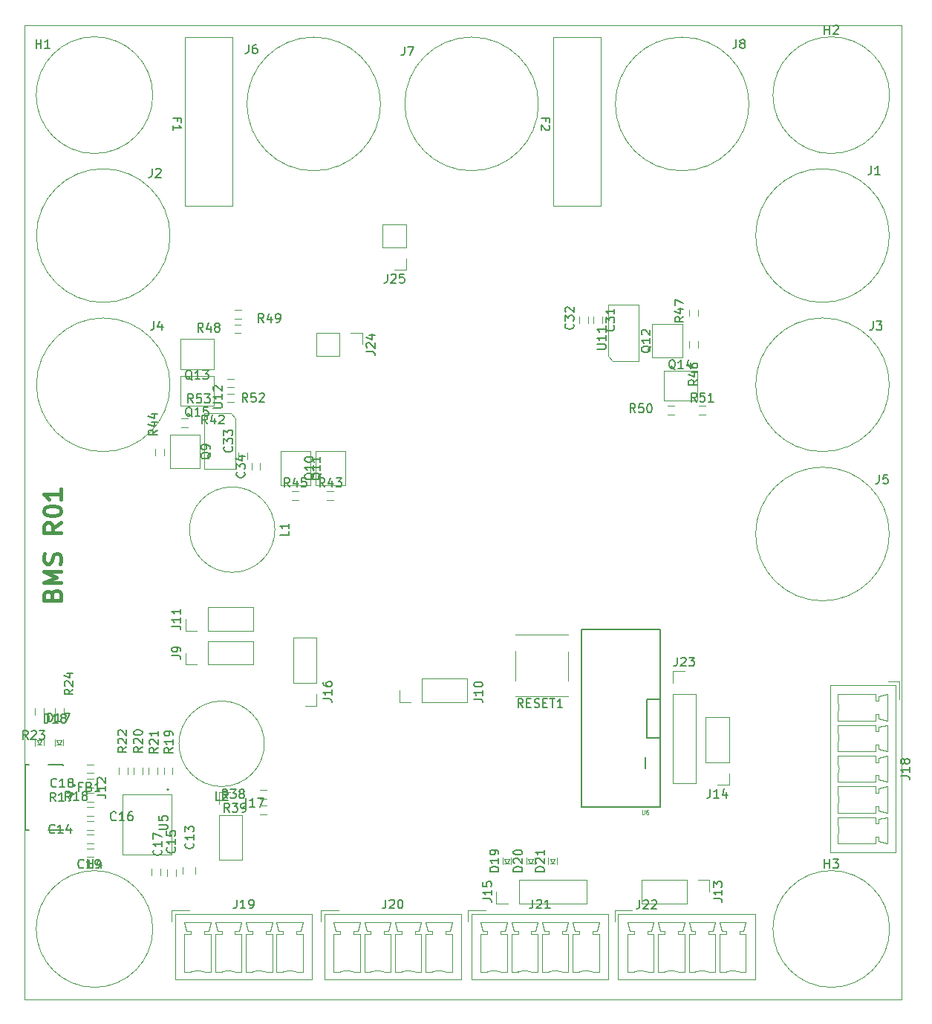
<source format=gbr>
%TF.GenerationSoftware,KiCad,Pcbnew,7.0.9-7.0.9~ubuntu23.04.1*%
%TF.CreationDate,2023-12-30T15:02:05+01:00*%
%TF.ProjectId,battery-management-system,62617474-6572-4792-9d6d-616e6167656d,rev?*%
%TF.SameCoordinates,Original*%
%TF.FileFunction,Legend,Top*%
%TF.FilePolarity,Positive*%
%FSLAX46Y46*%
G04 Gerber Fmt 4.6, Leading zero omitted, Abs format (unit mm)*
G04 Created by KiCad (PCBNEW 7.0.9-7.0.9~ubuntu23.04.1) date 2023-12-30 15:02:05*
%MOMM*%
%LPD*%
G01*
G04 APERTURE LIST*
%ADD10C,0.400000*%
%ADD11C,0.150000*%
%ADD12C,0.120000*%
%ADD13C,0.100000*%
%ADD14C,0.203200*%
%ADD15C,0.210000*%
%ADD16C,0.127000*%
%ADD17C,0.200000*%
%TA.AperFunction,Profile*%
%ADD18C,0.100000*%
%TD*%
G04 APERTURE END LIST*
D10*
X23156819Y-84903985D02*
X23252057Y-84618271D01*
X23252057Y-84618271D02*
X23347295Y-84523033D01*
X23347295Y-84523033D02*
X23537771Y-84427795D01*
X23537771Y-84427795D02*
X23823485Y-84427795D01*
X23823485Y-84427795D02*
X24013961Y-84523033D01*
X24013961Y-84523033D02*
X24109200Y-84618271D01*
X24109200Y-84618271D02*
X24204438Y-84808747D01*
X24204438Y-84808747D02*
X24204438Y-85570652D01*
X24204438Y-85570652D02*
X22204438Y-85570652D01*
X22204438Y-85570652D02*
X22204438Y-84903985D01*
X22204438Y-84903985D02*
X22299676Y-84713509D01*
X22299676Y-84713509D02*
X22394914Y-84618271D01*
X22394914Y-84618271D02*
X22585390Y-84523033D01*
X22585390Y-84523033D02*
X22775866Y-84523033D01*
X22775866Y-84523033D02*
X22966342Y-84618271D01*
X22966342Y-84618271D02*
X23061580Y-84713509D01*
X23061580Y-84713509D02*
X23156819Y-84903985D01*
X23156819Y-84903985D02*
X23156819Y-85570652D01*
X24204438Y-83570652D02*
X22204438Y-83570652D01*
X22204438Y-83570652D02*
X23633009Y-82903985D01*
X23633009Y-82903985D02*
X22204438Y-82237319D01*
X22204438Y-82237319D02*
X24204438Y-82237319D01*
X24109200Y-81380176D02*
X24204438Y-81094462D01*
X24204438Y-81094462D02*
X24204438Y-80618271D01*
X24204438Y-80618271D02*
X24109200Y-80427795D01*
X24109200Y-80427795D02*
X24013961Y-80332557D01*
X24013961Y-80332557D02*
X23823485Y-80237319D01*
X23823485Y-80237319D02*
X23633009Y-80237319D01*
X23633009Y-80237319D02*
X23442533Y-80332557D01*
X23442533Y-80332557D02*
X23347295Y-80427795D01*
X23347295Y-80427795D02*
X23252057Y-80618271D01*
X23252057Y-80618271D02*
X23156819Y-80999224D01*
X23156819Y-80999224D02*
X23061580Y-81189700D01*
X23061580Y-81189700D02*
X22966342Y-81284938D01*
X22966342Y-81284938D02*
X22775866Y-81380176D01*
X22775866Y-81380176D02*
X22585390Y-81380176D01*
X22585390Y-81380176D02*
X22394914Y-81284938D01*
X22394914Y-81284938D02*
X22299676Y-81189700D01*
X22299676Y-81189700D02*
X22204438Y-80999224D01*
X22204438Y-80999224D02*
X22204438Y-80523033D01*
X22204438Y-80523033D02*
X22299676Y-80237319D01*
X24204438Y-76713509D02*
X23252057Y-77380176D01*
X24204438Y-77856366D02*
X22204438Y-77856366D01*
X22204438Y-77856366D02*
X22204438Y-77094461D01*
X22204438Y-77094461D02*
X22299676Y-76903985D01*
X22299676Y-76903985D02*
X22394914Y-76808747D01*
X22394914Y-76808747D02*
X22585390Y-76713509D01*
X22585390Y-76713509D02*
X22871104Y-76713509D01*
X22871104Y-76713509D02*
X23061580Y-76808747D01*
X23061580Y-76808747D02*
X23156819Y-76903985D01*
X23156819Y-76903985D02*
X23252057Y-77094461D01*
X23252057Y-77094461D02*
X23252057Y-77856366D01*
X22204438Y-75475414D02*
X22204438Y-75284937D01*
X22204438Y-75284937D02*
X22299676Y-75094461D01*
X22299676Y-75094461D02*
X22394914Y-74999223D01*
X22394914Y-74999223D02*
X22585390Y-74903985D01*
X22585390Y-74903985D02*
X22966342Y-74808747D01*
X22966342Y-74808747D02*
X23442533Y-74808747D01*
X23442533Y-74808747D02*
X23823485Y-74903985D01*
X23823485Y-74903985D02*
X24013961Y-74999223D01*
X24013961Y-74999223D02*
X24109200Y-75094461D01*
X24109200Y-75094461D02*
X24204438Y-75284937D01*
X24204438Y-75284937D02*
X24204438Y-75475414D01*
X24204438Y-75475414D02*
X24109200Y-75665890D01*
X24109200Y-75665890D02*
X24013961Y-75761128D01*
X24013961Y-75761128D02*
X23823485Y-75856366D01*
X23823485Y-75856366D02*
X23442533Y-75951604D01*
X23442533Y-75951604D02*
X22966342Y-75951604D01*
X22966342Y-75951604D02*
X22585390Y-75856366D01*
X22585390Y-75856366D02*
X22394914Y-75761128D01*
X22394914Y-75761128D02*
X22299676Y-75665890D01*
X22299676Y-75665890D02*
X22204438Y-75475414D01*
X24204438Y-72903985D02*
X24204438Y-74046842D01*
X24204438Y-73475414D02*
X22204438Y-73475414D01*
X22204438Y-73475414D02*
X22490152Y-73665890D01*
X22490152Y-73665890D02*
X22680628Y-73856366D01*
X22680628Y-73856366D02*
X22775866Y-74046842D01*
D11*
X37448990Y-30966666D02*
X37448990Y-30633333D01*
X36925180Y-30633333D02*
X37925180Y-30633333D01*
X37925180Y-30633333D02*
X37925180Y-31109523D01*
X36925180Y-32014285D02*
X36925180Y-31442857D01*
X36925180Y-31728571D02*
X37925180Y-31728571D01*
X37925180Y-31728571D02*
X37782323Y-31633333D01*
X37782323Y-31633333D02*
X37687085Y-31538095D01*
X37687085Y-31538095D02*
X37639466Y-31442857D01*
X96657142Y-62924819D02*
X96323809Y-62448628D01*
X96085714Y-62924819D02*
X96085714Y-61924819D01*
X96085714Y-61924819D02*
X96466666Y-61924819D01*
X96466666Y-61924819D02*
X96561904Y-61972438D01*
X96561904Y-61972438D02*
X96609523Y-62020057D01*
X96609523Y-62020057D02*
X96657142Y-62115295D01*
X96657142Y-62115295D02*
X96657142Y-62258152D01*
X96657142Y-62258152D02*
X96609523Y-62353390D01*
X96609523Y-62353390D02*
X96561904Y-62401009D01*
X96561904Y-62401009D02*
X96466666Y-62448628D01*
X96466666Y-62448628D02*
X96085714Y-62448628D01*
X97561904Y-61924819D02*
X97085714Y-61924819D01*
X97085714Y-61924819D02*
X97038095Y-62401009D01*
X97038095Y-62401009D02*
X97085714Y-62353390D01*
X97085714Y-62353390D02*
X97180952Y-62305771D01*
X97180952Y-62305771D02*
X97419047Y-62305771D01*
X97419047Y-62305771D02*
X97514285Y-62353390D01*
X97514285Y-62353390D02*
X97561904Y-62401009D01*
X97561904Y-62401009D02*
X97609523Y-62496247D01*
X97609523Y-62496247D02*
X97609523Y-62734342D01*
X97609523Y-62734342D02*
X97561904Y-62829580D01*
X97561904Y-62829580D02*
X97514285Y-62877200D01*
X97514285Y-62877200D02*
X97419047Y-62924819D01*
X97419047Y-62924819D02*
X97180952Y-62924819D01*
X97180952Y-62924819D02*
X97085714Y-62877200D01*
X97085714Y-62877200D02*
X97038095Y-62829580D01*
X98561904Y-62924819D02*
X97990476Y-62924819D01*
X98276190Y-62924819D02*
X98276190Y-61924819D01*
X98276190Y-61924819D02*
X98180952Y-62067676D01*
X98180952Y-62067676D02*
X98085714Y-62162914D01*
X98085714Y-62162914D02*
X97990476Y-62210533D01*
X25554819Y-95692857D02*
X25078628Y-96026190D01*
X25554819Y-96264285D02*
X24554819Y-96264285D01*
X24554819Y-96264285D02*
X24554819Y-95883333D01*
X24554819Y-95883333D02*
X24602438Y-95788095D01*
X24602438Y-95788095D02*
X24650057Y-95740476D01*
X24650057Y-95740476D02*
X24745295Y-95692857D01*
X24745295Y-95692857D02*
X24888152Y-95692857D01*
X24888152Y-95692857D02*
X24983390Y-95740476D01*
X24983390Y-95740476D02*
X25031009Y-95788095D01*
X25031009Y-95788095D02*
X25078628Y-95883333D01*
X25078628Y-95883333D02*
X25078628Y-96264285D01*
X24650057Y-95311904D02*
X24602438Y-95264285D01*
X24602438Y-95264285D02*
X24554819Y-95169047D01*
X24554819Y-95169047D02*
X24554819Y-94930952D01*
X24554819Y-94930952D02*
X24602438Y-94835714D01*
X24602438Y-94835714D02*
X24650057Y-94788095D01*
X24650057Y-94788095D02*
X24745295Y-94740476D01*
X24745295Y-94740476D02*
X24840533Y-94740476D01*
X24840533Y-94740476D02*
X24983390Y-94788095D01*
X24983390Y-94788095D02*
X25554819Y-95359523D01*
X25554819Y-95359523D02*
X25554819Y-94740476D01*
X24888152Y-93883333D02*
X25554819Y-93883333D01*
X24507200Y-94121428D02*
X25221485Y-94359523D01*
X25221485Y-94359523D02*
X25221485Y-93740476D01*
X45059580Y-70942857D02*
X45107200Y-70990476D01*
X45107200Y-70990476D02*
X45154819Y-71133333D01*
X45154819Y-71133333D02*
X45154819Y-71228571D01*
X45154819Y-71228571D02*
X45107200Y-71371428D01*
X45107200Y-71371428D02*
X45011961Y-71466666D01*
X45011961Y-71466666D02*
X44916723Y-71514285D01*
X44916723Y-71514285D02*
X44726247Y-71561904D01*
X44726247Y-71561904D02*
X44583390Y-71561904D01*
X44583390Y-71561904D02*
X44392914Y-71514285D01*
X44392914Y-71514285D02*
X44297676Y-71466666D01*
X44297676Y-71466666D02*
X44202438Y-71371428D01*
X44202438Y-71371428D02*
X44154819Y-71228571D01*
X44154819Y-71228571D02*
X44154819Y-71133333D01*
X44154819Y-71133333D02*
X44202438Y-70990476D01*
X44202438Y-70990476D02*
X44250057Y-70942857D01*
X44154819Y-70609523D02*
X44154819Y-69990476D01*
X44154819Y-69990476D02*
X44535771Y-70323809D01*
X44535771Y-70323809D02*
X44535771Y-70180952D01*
X44535771Y-70180952D02*
X44583390Y-70085714D01*
X44583390Y-70085714D02*
X44631009Y-70038095D01*
X44631009Y-70038095D02*
X44726247Y-69990476D01*
X44726247Y-69990476D02*
X44964342Y-69990476D01*
X44964342Y-69990476D02*
X45059580Y-70038095D01*
X45059580Y-70038095D02*
X45107200Y-70085714D01*
X45107200Y-70085714D02*
X45154819Y-70180952D01*
X45154819Y-70180952D02*
X45154819Y-70466666D01*
X45154819Y-70466666D02*
X45107200Y-70561904D01*
X45107200Y-70561904D02*
X45059580Y-70609523D01*
X44488152Y-69133333D02*
X45154819Y-69133333D01*
X44107200Y-69371428D02*
X44821485Y-69609523D01*
X44821485Y-69609523D02*
X44821485Y-68990476D01*
X119904819Y-105559523D02*
X120619104Y-105559523D01*
X120619104Y-105559523D02*
X120761961Y-105607142D01*
X120761961Y-105607142D02*
X120857200Y-105702380D01*
X120857200Y-105702380D02*
X120904819Y-105845237D01*
X120904819Y-105845237D02*
X120904819Y-105940475D01*
X120904819Y-104559523D02*
X120904819Y-105130951D01*
X120904819Y-104845237D02*
X119904819Y-104845237D01*
X119904819Y-104845237D02*
X120047676Y-104940475D01*
X120047676Y-104940475D02*
X120142914Y-105035713D01*
X120142914Y-105035713D02*
X120190533Y-105130951D01*
X120333390Y-103988094D02*
X120285771Y-104083332D01*
X120285771Y-104083332D02*
X120238152Y-104130951D01*
X120238152Y-104130951D02*
X120142914Y-104178570D01*
X120142914Y-104178570D02*
X120095295Y-104178570D01*
X120095295Y-104178570D02*
X120000057Y-104130951D01*
X120000057Y-104130951D02*
X119952438Y-104083332D01*
X119952438Y-104083332D02*
X119904819Y-103988094D01*
X119904819Y-103988094D02*
X119904819Y-103797618D01*
X119904819Y-103797618D02*
X119952438Y-103702380D01*
X119952438Y-103702380D02*
X120000057Y-103654761D01*
X120000057Y-103654761D02*
X120095295Y-103607142D01*
X120095295Y-103607142D02*
X120142914Y-103607142D01*
X120142914Y-103607142D02*
X120238152Y-103654761D01*
X120238152Y-103654761D02*
X120285771Y-103702380D01*
X120285771Y-103702380D02*
X120333390Y-103797618D01*
X120333390Y-103797618D02*
X120333390Y-103988094D01*
X120333390Y-103988094D02*
X120381009Y-104083332D01*
X120381009Y-104083332D02*
X120428628Y-104130951D01*
X120428628Y-104130951D02*
X120523866Y-104178570D01*
X120523866Y-104178570D02*
X120714342Y-104178570D01*
X120714342Y-104178570D02*
X120809580Y-104130951D01*
X120809580Y-104130951D02*
X120857200Y-104083332D01*
X120857200Y-104083332D02*
X120904819Y-103988094D01*
X120904819Y-103988094D02*
X120904819Y-103797618D01*
X120904819Y-103797618D02*
X120857200Y-103702380D01*
X120857200Y-103702380D02*
X120809580Y-103654761D01*
X120809580Y-103654761D02*
X120714342Y-103607142D01*
X120714342Y-103607142D02*
X120523866Y-103607142D01*
X120523866Y-103607142D02*
X120428628Y-103654761D01*
X120428628Y-103654761D02*
X120381009Y-103702380D01*
X120381009Y-103702380D02*
X120333390Y-103797618D01*
X90157976Y-119697319D02*
X90157976Y-120411604D01*
X90157976Y-120411604D02*
X90110357Y-120554461D01*
X90110357Y-120554461D02*
X90015119Y-120649700D01*
X90015119Y-120649700D02*
X89872262Y-120697319D01*
X89872262Y-120697319D02*
X89777024Y-120697319D01*
X90586548Y-119792557D02*
X90634167Y-119744938D01*
X90634167Y-119744938D02*
X90729405Y-119697319D01*
X90729405Y-119697319D02*
X90967500Y-119697319D01*
X90967500Y-119697319D02*
X91062738Y-119744938D01*
X91062738Y-119744938D02*
X91110357Y-119792557D01*
X91110357Y-119792557D02*
X91157976Y-119887795D01*
X91157976Y-119887795D02*
X91157976Y-119983033D01*
X91157976Y-119983033D02*
X91110357Y-120125890D01*
X91110357Y-120125890D02*
X90538929Y-120697319D01*
X90538929Y-120697319D02*
X91157976Y-120697319D01*
X91538929Y-119792557D02*
X91586548Y-119744938D01*
X91586548Y-119744938D02*
X91681786Y-119697319D01*
X91681786Y-119697319D02*
X91919881Y-119697319D01*
X91919881Y-119697319D02*
X92015119Y-119744938D01*
X92015119Y-119744938D02*
X92062738Y-119792557D01*
X92062738Y-119792557D02*
X92110357Y-119887795D01*
X92110357Y-119887795D02*
X92110357Y-119983033D01*
X92110357Y-119983033D02*
X92062738Y-120125890D01*
X92062738Y-120125890D02*
X91491310Y-120697319D01*
X91491310Y-120697319D02*
X92110357Y-120697319D01*
X22285714Y-99504819D02*
X22285714Y-98504819D01*
X22285714Y-98504819D02*
X22523809Y-98504819D01*
X22523809Y-98504819D02*
X22666666Y-98552438D01*
X22666666Y-98552438D02*
X22761904Y-98647676D01*
X22761904Y-98647676D02*
X22809523Y-98742914D01*
X22809523Y-98742914D02*
X22857142Y-98933390D01*
X22857142Y-98933390D02*
X22857142Y-99076247D01*
X22857142Y-99076247D02*
X22809523Y-99266723D01*
X22809523Y-99266723D02*
X22761904Y-99361961D01*
X22761904Y-99361961D02*
X22666666Y-99457200D01*
X22666666Y-99457200D02*
X22523809Y-99504819D01*
X22523809Y-99504819D02*
X22285714Y-99504819D01*
X23809523Y-99504819D02*
X23238095Y-99504819D01*
X23523809Y-99504819D02*
X23523809Y-98504819D01*
X23523809Y-98504819D02*
X23428571Y-98647676D01*
X23428571Y-98647676D02*
X23333333Y-98742914D01*
X23333333Y-98742914D02*
X23238095Y-98790533D01*
X24380952Y-98933390D02*
X24285714Y-98885771D01*
X24285714Y-98885771D02*
X24238095Y-98838152D01*
X24238095Y-98838152D02*
X24190476Y-98742914D01*
X24190476Y-98742914D02*
X24190476Y-98695295D01*
X24190476Y-98695295D02*
X24238095Y-98600057D01*
X24238095Y-98600057D02*
X24285714Y-98552438D01*
X24285714Y-98552438D02*
X24380952Y-98504819D01*
X24380952Y-98504819D02*
X24571428Y-98504819D01*
X24571428Y-98504819D02*
X24666666Y-98552438D01*
X24666666Y-98552438D02*
X24714285Y-98600057D01*
X24714285Y-98600057D02*
X24761904Y-98695295D01*
X24761904Y-98695295D02*
X24761904Y-98742914D01*
X24761904Y-98742914D02*
X24714285Y-98838152D01*
X24714285Y-98838152D02*
X24666666Y-98885771D01*
X24666666Y-98885771D02*
X24571428Y-98933390D01*
X24571428Y-98933390D02*
X24380952Y-98933390D01*
X24380952Y-98933390D02*
X24285714Y-98981009D01*
X24285714Y-98981009D02*
X24238095Y-99028628D01*
X24238095Y-99028628D02*
X24190476Y-99123866D01*
X24190476Y-99123866D02*
X24190476Y-99314342D01*
X24190476Y-99314342D02*
X24238095Y-99409580D01*
X24238095Y-99409580D02*
X24285714Y-99457200D01*
X24285714Y-99457200D02*
X24380952Y-99504819D01*
X24380952Y-99504819D02*
X24571428Y-99504819D01*
X24571428Y-99504819D02*
X24666666Y-99457200D01*
X24666666Y-99457200D02*
X24714285Y-99409580D01*
X24714285Y-99409580D02*
X24761904Y-99314342D01*
X24761904Y-99314342D02*
X24761904Y-99123866D01*
X24761904Y-99123866D02*
X24714285Y-99028628D01*
X24714285Y-99028628D02*
X24666666Y-98981009D01*
X24666666Y-98981009D02*
X24571428Y-98933390D01*
X44207976Y-119647319D02*
X44207976Y-120361604D01*
X44207976Y-120361604D02*
X44160357Y-120504461D01*
X44160357Y-120504461D02*
X44065119Y-120599700D01*
X44065119Y-120599700D02*
X43922262Y-120647319D01*
X43922262Y-120647319D02*
X43827024Y-120647319D01*
X45207976Y-120647319D02*
X44636548Y-120647319D01*
X44922262Y-120647319D02*
X44922262Y-119647319D01*
X44922262Y-119647319D02*
X44827024Y-119790176D01*
X44827024Y-119790176D02*
X44731786Y-119885414D01*
X44731786Y-119885414D02*
X44636548Y-119933033D01*
X45684167Y-120647319D02*
X45874643Y-120647319D01*
X45874643Y-120647319D02*
X45969881Y-120599700D01*
X45969881Y-120599700D02*
X46017500Y-120552080D01*
X46017500Y-120552080D02*
X46112738Y-120409223D01*
X46112738Y-120409223D02*
X46160357Y-120218747D01*
X46160357Y-120218747D02*
X46160357Y-119837795D01*
X46160357Y-119837795D02*
X46112738Y-119742557D01*
X46112738Y-119742557D02*
X46065119Y-119694938D01*
X46065119Y-119694938D02*
X45969881Y-119647319D01*
X45969881Y-119647319D02*
X45779405Y-119647319D01*
X45779405Y-119647319D02*
X45684167Y-119694938D01*
X45684167Y-119694938D02*
X45636548Y-119742557D01*
X45636548Y-119742557D02*
X45588929Y-119837795D01*
X45588929Y-119837795D02*
X45588929Y-120075890D01*
X45588929Y-120075890D02*
X45636548Y-120171128D01*
X45636548Y-120171128D02*
X45684167Y-120218747D01*
X45684167Y-120218747D02*
X45779405Y-120266366D01*
X45779405Y-120266366D02*
X45969881Y-120266366D01*
X45969881Y-120266366D02*
X46065119Y-120218747D01*
X46065119Y-120218747D02*
X46112738Y-120171128D01*
X46112738Y-120171128D02*
X46160357Y-120075890D01*
X72274819Y-119559523D02*
X72989104Y-119559523D01*
X72989104Y-119559523D02*
X73131961Y-119607142D01*
X73131961Y-119607142D02*
X73227200Y-119702380D01*
X73227200Y-119702380D02*
X73274819Y-119845237D01*
X73274819Y-119845237D02*
X73274819Y-119940475D01*
X73274819Y-118559523D02*
X73274819Y-119130951D01*
X73274819Y-118845237D02*
X72274819Y-118845237D01*
X72274819Y-118845237D02*
X72417676Y-118940475D01*
X72417676Y-118940475D02*
X72512914Y-119035713D01*
X72512914Y-119035713D02*
X72560533Y-119130951D01*
X72274819Y-117654761D02*
X72274819Y-118130951D01*
X72274819Y-118130951D02*
X72751009Y-118178570D01*
X72751009Y-118178570D02*
X72703390Y-118130951D01*
X72703390Y-118130951D02*
X72655771Y-118035713D01*
X72655771Y-118035713D02*
X72655771Y-117797618D01*
X72655771Y-117797618D02*
X72703390Y-117702380D01*
X72703390Y-117702380D02*
X72751009Y-117654761D01*
X72751009Y-117654761D02*
X72846247Y-117607142D01*
X72846247Y-117607142D02*
X73084342Y-117607142D01*
X73084342Y-117607142D02*
X73179580Y-117654761D01*
X73179580Y-117654761D02*
X73227200Y-117702380D01*
X73227200Y-117702380D02*
X73274819Y-117797618D01*
X73274819Y-117797618D02*
X73274819Y-118035713D01*
X73274819Y-118035713D02*
X73227200Y-118130951D01*
X73227200Y-118130951D02*
X73179580Y-118178570D01*
X39128571Y-60450057D02*
X39033333Y-60402438D01*
X39033333Y-60402438D02*
X38938095Y-60307200D01*
X38938095Y-60307200D02*
X38795238Y-60164342D01*
X38795238Y-60164342D02*
X38700000Y-60116723D01*
X38700000Y-60116723D02*
X38604762Y-60116723D01*
X38652381Y-60354819D02*
X38557143Y-60307200D01*
X38557143Y-60307200D02*
X38461905Y-60211961D01*
X38461905Y-60211961D02*
X38414286Y-60021485D01*
X38414286Y-60021485D02*
X38414286Y-59688152D01*
X38414286Y-59688152D02*
X38461905Y-59497676D01*
X38461905Y-59497676D02*
X38557143Y-59402438D01*
X38557143Y-59402438D02*
X38652381Y-59354819D01*
X38652381Y-59354819D02*
X38842857Y-59354819D01*
X38842857Y-59354819D02*
X38938095Y-59402438D01*
X38938095Y-59402438D02*
X39033333Y-59497676D01*
X39033333Y-59497676D02*
X39080952Y-59688152D01*
X39080952Y-59688152D02*
X39080952Y-60021485D01*
X39080952Y-60021485D02*
X39033333Y-60211961D01*
X39033333Y-60211961D02*
X38938095Y-60307200D01*
X38938095Y-60307200D02*
X38842857Y-60354819D01*
X38842857Y-60354819D02*
X38652381Y-60354819D01*
X40033333Y-60354819D02*
X39461905Y-60354819D01*
X39747619Y-60354819D02*
X39747619Y-59354819D01*
X39747619Y-59354819D02*
X39652381Y-59497676D01*
X39652381Y-59497676D02*
X39557143Y-59592914D01*
X39557143Y-59592914D02*
X39461905Y-59640533D01*
X40366667Y-59354819D02*
X40985714Y-59354819D01*
X40985714Y-59354819D02*
X40652381Y-59735771D01*
X40652381Y-59735771D02*
X40795238Y-59735771D01*
X40795238Y-59735771D02*
X40890476Y-59783390D01*
X40890476Y-59783390D02*
X40938095Y-59831009D01*
X40938095Y-59831009D02*
X40985714Y-59926247D01*
X40985714Y-59926247D02*
X40985714Y-60164342D01*
X40985714Y-60164342D02*
X40938095Y-60259580D01*
X40938095Y-60259580D02*
X40890476Y-60307200D01*
X40890476Y-60307200D02*
X40795238Y-60354819D01*
X40795238Y-60354819D02*
X40509524Y-60354819D01*
X40509524Y-60354819D02*
X40414286Y-60307200D01*
X40414286Y-60307200D02*
X40366667Y-60259580D01*
X117466666Y-71254819D02*
X117466666Y-71969104D01*
X117466666Y-71969104D02*
X117419047Y-72111961D01*
X117419047Y-72111961D02*
X117323809Y-72207200D01*
X117323809Y-72207200D02*
X117180952Y-72254819D01*
X117180952Y-72254819D02*
X117085714Y-72254819D01*
X118419047Y-71254819D02*
X117942857Y-71254819D01*
X117942857Y-71254819D02*
X117895238Y-71731009D01*
X117895238Y-71731009D02*
X117942857Y-71683390D01*
X117942857Y-71683390D02*
X118038095Y-71635771D01*
X118038095Y-71635771D02*
X118276190Y-71635771D01*
X118276190Y-71635771D02*
X118371428Y-71683390D01*
X118371428Y-71683390D02*
X118419047Y-71731009D01*
X118419047Y-71731009D02*
X118466666Y-71826247D01*
X118466666Y-71826247D02*
X118466666Y-72064342D01*
X118466666Y-72064342D02*
X118419047Y-72159580D01*
X118419047Y-72159580D02*
X118371428Y-72207200D01*
X118371428Y-72207200D02*
X118276190Y-72254819D01*
X118276190Y-72254819D02*
X118038095Y-72254819D01*
X118038095Y-72254819D02*
X117942857Y-72207200D01*
X117942857Y-72207200D02*
X117895238Y-72159580D01*
X22635714Y-99404819D02*
X22635714Y-98404819D01*
X22635714Y-98404819D02*
X22873809Y-98404819D01*
X22873809Y-98404819D02*
X23016666Y-98452438D01*
X23016666Y-98452438D02*
X23111904Y-98547676D01*
X23111904Y-98547676D02*
X23159523Y-98642914D01*
X23159523Y-98642914D02*
X23207142Y-98833390D01*
X23207142Y-98833390D02*
X23207142Y-98976247D01*
X23207142Y-98976247D02*
X23159523Y-99166723D01*
X23159523Y-99166723D02*
X23111904Y-99261961D01*
X23111904Y-99261961D02*
X23016666Y-99357200D01*
X23016666Y-99357200D02*
X22873809Y-99404819D01*
X22873809Y-99404819D02*
X22635714Y-99404819D01*
X24159523Y-99404819D02*
X23588095Y-99404819D01*
X23873809Y-99404819D02*
X23873809Y-98404819D01*
X23873809Y-98404819D02*
X23778571Y-98547676D01*
X23778571Y-98547676D02*
X23683333Y-98642914D01*
X23683333Y-98642914D02*
X23588095Y-98690533D01*
X24492857Y-98404819D02*
X25159523Y-98404819D01*
X25159523Y-98404819D02*
X24730952Y-99404819D01*
X54054819Y-96759523D02*
X54769104Y-96759523D01*
X54769104Y-96759523D02*
X54911961Y-96807142D01*
X54911961Y-96807142D02*
X55007200Y-96902380D01*
X55007200Y-96902380D02*
X55054819Y-97045237D01*
X55054819Y-97045237D02*
X55054819Y-97140475D01*
X55054819Y-95759523D02*
X55054819Y-96330951D01*
X55054819Y-96045237D02*
X54054819Y-96045237D01*
X54054819Y-96045237D02*
X54197676Y-96140475D01*
X54197676Y-96140475D02*
X54292914Y-96235713D01*
X54292914Y-96235713D02*
X54340533Y-96330951D01*
X54054819Y-94902380D02*
X54054819Y-95092856D01*
X54054819Y-95092856D02*
X54102438Y-95188094D01*
X54102438Y-95188094D02*
X54150057Y-95235713D01*
X54150057Y-95235713D02*
X54292914Y-95330951D01*
X54292914Y-95330951D02*
X54483390Y-95378570D01*
X54483390Y-95378570D02*
X54864342Y-95378570D01*
X54864342Y-95378570D02*
X54959580Y-95330951D01*
X54959580Y-95330951D02*
X55007200Y-95283332D01*
X55007200Y-95283332D02*
X55054819Y-95188094D01*
X55054819Y-95188094D02*
X55054819Y-94997618D01*
X55054819Y-94997618D02*
X55007200Y-94902380D01*
X55007200Y-94902380D02*
X54959580Y-94854761D01*
X54959580Y-94854761D02*
X54864342Y-94807142D01*
X54864342Y-94807142D02*
X54626247Y-94807142D01*
X54626247Y-94807142D02*
X54531009Y-94854761D01*
X54531009Y-94854761D02*
X54483390Y-94902380D01*
X54483390Y-94902380D02*
X54435771Y-94997618D01*
X54435771Y-94997618D02*
X54435771Y-95188094D01*
X54435771Y-95188094D02*
X54483390Y-95283332D01*
X54483390Y-95283332D02*
X54531009Y-95330951D01*
X54531009Y-95330951D02*
X54626247Y-95378570D01*
X40377142Y-54974819D02*
X40043809Y-54498628D01*
X39805714Y-54974819D02*
X39805714Y-53974819D01*
X39805714Y-53974819D02*
X40186666Y-53974819D01*
X40186666Y-53974819D02*
X40281904Y-54022438D01*
X40281904Y-54022438D02*
X40329523Y-54070057D01*
X40329523Y-54070057D02*
X40377142Y-54165295D01*
X40377142Y-54165295D02*
X40377142Y-54308152D01*
X40377142Y-54308152D02*
X40329523Y-54403390D01*
X40329523Y-54403390D02*
X40281904Y-54451009D01*
X40281904Y-54451009D02*
X40186666Y-54498628D01*
X40186666Y-54498628D02*
X39805714Y-54498628D01*
X41234285Y-54308152D02*
X41234285Y-54974819D01*
X40996190Y-53927200D02*
X40758095Y-54641485D01*
X40758095Y-54641485D02*
X41377142Y-54641485D01*
X41900952Y-54403390D02*
X41805714Y-54355771D01*
X41805714Y-54355771D02*
X41758095Y-54308152D01*
X41758095Y-54308152D02*
X41710476Y-54212914D01*
X41710476Y-54212914D02*
X41710476Y-54165295D01*
X41710476Y-54165295D02*
X41758095Y-54070057D01*
X41758095Y-54070057D02*
X41805714Y-54022438D01*
X41805714Y-54022438D02*
X41900952Y-53974819D01*
X41900952Y-53974819D02*
X42091428Y-53974819D01*
X42091428Y-53974819D02*
X42186666Y-54022438D01*
X42186666Y-54022438D02*
X42234285Y-54070057D01*
X42234285Y-54070057D02*
X42281904Y-54165295D01*
X42281904Y-54165295D02*
X42281904Y-54212914D01*
X42281904Y-54212914D02*
X42234285Y-54308152D01*
X42234285Y-54308152D02*
X42186666Y-54355771D01*
X42186666Y-54355771D02*
X42091428Y-54403390D01*
X42091428Y-54403390D02*
X41900952Y-54403390D01*
X41900952Y-54403390D02*
X41805714Y-54451009D01*
X41805714Y-54451009D02*
X41758095Y-54498628D01*
X41758095Y-54498628D02*
X41710476Y-54593866D01*
X41710476Y-54593866D02*
X41710476Y-54784342D01*
X41710476Y-54784342D02*
X41758095Y-54879580D01*
X41758095Y-54879580D02*
X41805714Y-54927200D01*
X41805714Y-54927200D02*
X41900952Y-54974819D01*
X41900952Y-54974819D02*
X42091428Y-54974819D01*
X42091428Y-54974819D02*
X42186666Y-54927200D01*
X42186666Y-54927200D02*
X42234285Y-54879580D01*
X42234285Y-54879580D02*
X42281904Y-54784342D01*
X42281904Y-54784342D02*
X42281904Y-54593866D01*
X42281904Y-54593866D02*
X42234285Y-54498628D01*
X42234285Y-54498628D02*
X42186666Y-54451009D01*
X42186666Y-54451009D02*
X42091428Y-54403390D01*
X79448990Y-30966666D02*
X79448990Y-30633333D01*
X78925180Y-30633333D02*
X79925180Y-30633333D01*
X79925180Y-30633333D02*
X79925180Y-31109523D01*
X79829942Y-31442857D02*
X79877561Y-31490476D01*
X79877561Y-31490476D02*
X79925180Y-31585714D01*
X79925180Y-31585714D02*
X79925180Y-31823809D01*
X79925180Y-31823809D02*
X79877561Y-31919047D01*
X79877561Y-31919047D02*
X79829942Y-31966666D01*
X79829942Y-31966666D02*
X79734704Y-32014285D01*
X79734704Y-32014285D02*
X79639466Y-32014285D01*
X79639466Y-32014285D02*
X79496609Y-31966666D01*
X79496609Y-31966666D02*
X78925180Y-31395238D01*
X78925180Y-31395238D02*
X78925180Y-32014285D01*
X76871428Y-97754819D02*
X76538095Y-97278628D01*
X76300000Y-97754819D02*
X76300000Y-96754819D01*
X76300000Y-96754819D02*
X76680952Y-96754819D01*
X76680952Y-96754819D02*
X76776190Y-96802438D01*
X76776190Y-96802438D02*
X76823809Y-96850057D01*
X76823809Y-96850057D02*
X76871428Y-96945295D01*
X76871428Y-96945295D02*
X76871428Y-97088152D01*
X76871428Y-97088152D02*
X76823809Y-97183390D01*
X76823809Y-97183390D02*
X76776190Y-97231009D01*
X76776190Y-97231009D02*
X76680952Y-97278628D01*
X76680952Y-97278628D02*
X76300000Y-97278628D01*
X77300000Y-97231009D02*
X77633333Y-97231009D01*
X77776190Y-97754819D02*
X77300000Y-97754819D01*
X77300000Y-97754819D02*
X77300000Y-96754819D01*
X77300000Y-96754819D02*
X77776190Y-96754819D01*
X78157143Y-97707200D02*
X78300000Y-97754819D01*
X78300000Y-97754819D02*
X78538095Y-97754819D01*
X78538095Y-97754819D02*
X78633333Y-97707200D01*
X78633333Y-97707200D02*
X78680952Y-97659580D01*
X78680952Y-97659580D02*
X78728571Y-97564342D01*
X78728571Y-97564342D02*
X78728571Y-97469104D01*
X78728571Y-97469104D02*
X78680952Y-97373866D01*
X78680952Y-97373866D02*
X78633333Y-97326247D01*
X78633333Y-97326247D02*
X78538095Y-97278628D01*
X78538095Y-97278628D02*
X78347619Y-97231009D01*
X78347619Y-97231009D02*
X78252381Y-97183390D01*
X78252381Y-97183390D02*
X78204762Y-97135771D01*
X78204762Y-97135771D02*
X78157143Y-97040533D01*
X78157143Y-97040533D02*
X78157143Y-96945295D01*
X78157143Y-96945295D02*
X78204762Y-96850057D01*
X78204762Y-96850057D02*
X78252381Y-96802438D01*
X78252381Y-96802438D02*
X78347619Y-96754819D01*
X78347619Y-96754819D02*
X78585714Y-96754819D01*
X78585714Y-96754819D02*
X78728571Y-96802438D01*
X79157143Y-97231009D02*
X79490476Y-97231009D01*
X79633333Y-97754819D02*
X79157143Y-97754819D01*
X79157143Y-97754819D02*
X79157143Y-96754819D01*
X79157143Y-96754819D02*
X79633333Y-96754819D01*
X79919048Y-96754819D02*
X80490476Y-96754819D01*
X80204762Y-97754819D02*
X80204762Y-96754819D01*
X81347619Y-97754819D02*
X80776191Y-97754819D01*
X81061905Y-97754819D02*
X81061905Y-96754819D01*
X81061905Y-96754819D02*
X80966667Y-96897676D01*
X80966667Y-96897676D02*
X80871429Y-96992914D01*
X80871429Y-96992914D02*
X80776191Y-97040533D01*
X39229580Y-113222857D02*
X39277200Y-113270476D01*
X39277200Y-113270476D02*
X39324819Y-113413333D01*
X39324819Y-113413333D02*
X39324819Y-113508571D01*
X39324819Y-113508571D02*
X39277200Y-113651428D01*
X39277200Y-113651428D02*
X39181961Y-113746666D01*
X39181961Y-113746666D02*
X39086723Y-113794285D01*
X39086723Y-113794285D02*
X38896247Y-113841904D01*
X38896247Y-113841904D02*
X38753390Y-113841904D01*
X38753390Y-113841904D02*
X38562914Y-113794285D01*
X38562914Y-113794285D02*
X38467676Y-113746666D01*
X38467676Y-113746666D02*
X38372438Y-113651428D01*
X38372438Y-113651428D02*
X38324819Y-113508571D01*
X38324819Y-113508571D02*
X38324819Y-113413333D01*
X38324819Y-113413333D02*
X38372438Y-113270476D01*
X38372438Y-113270476D02*
X38420057Y-113222857D01*
X39324819Y-112270476D02*
X39324819Y-112841904D01*
X39324819Y-112556190D02*
X38324819Y-112556190D01*
X38324819Y-112556190D02*
X38467676Y-112651428D01*
X38467676Y-112651428D02*
X38562914Y-112746666D01*
X38562914Y-112746666D02*
X38610533Y-112841904D01*
X38324819Y-111937142D02*
X38324819Y-111318095D01*
X38324819Y-111318095D02*
X38705771Y-111651428D01*
X38705771Y-111651428D02*
X38705771Y-111508571D01*
X38705771Y-111508571D02*
X38753390Y-111413333D01*
X38753390Y-111413333D02*
X38801009Y-111365714D01*
X38801009Y-111365714D02*
X38896247Y-111318095D01*
X38896247Y-111318095D02*
X39134342Y-111318095D01*
X39134342Y-111318095D02*
X39229580Y-111365714D01*
X39229580Y-111365714D02*
X39277200Y-111413333D01*
X39277200Y-111413333D02*
X39324819Y-111508571D01*
X39324819Y-111508571D02*
X39324819Y-111794285D01*
X39324819Y-111794285D02*
X39277200Y-111889523D01*
X39277200Y-111889523D02*
X39229580Y-111937142D01*
X116566666Y-36054819D02*
X116566666Y-36769104D01*
X116566666Y-36769104D02*
X116519047Y-36911961D01*
X116519047Y-36911961D02*
X116423809Y-37007200D01*
X116423809Y-37007200D02*
X116280952Y-37054819D01*
X116280952Y-37054819D02*
X116185714Y-37054819D01*
X117566666Y-37054819D02*
X116995238Y-37054819D01*
X117280952Y-37054819D02*
X117280952Y-36054819D01*
X117280952Y-36054819D02*
X117185714Y-36197676D01*
X117185714Y-36197676D02*
X117090476Y-36292914D01*
X117090476Y-36292914D02*
X116995238Y-36340533D01*
X63366666Y-22454819D02*
X63366666Y-23169104D01*
X63366666Y-23169104D02*
X63319047Y-23311961D01*
X63319047Y-23311961D02*
X63223809Y-23407200D01*
X63223809Y-23407200D02*
X63080952Y-23454819D01*
X63080952Y-23454819D02*
X62985714Y-23454819D01*
X63747619Y-22454819D02*
X64414285Y-22454819D01*
X64414285Y-22454819D02*
X63985714Y-23454819D01*
X50154819Y-77666666D02*
X50154819Y-78142856D01*
X50154819Y-78142856D02*
X49154819Y-78142856D01*
X50154819Y-76809523D02*
X50154819Y-77380951D01*
X50154819Y-77095237D02*
X49154819Y-77095237D01*
X49154819Y-77095237D02*
X49297676Y-77190475D01*
X49297676Y-77190475D02*
X49392914Y-77285713D01*
X49392914Y-77285713D02*
X49440533Y-77380951D01*
X98559819Y-119559523D02*
X99274104Y-119559523D01*
X99274104Y-119559523D02*
X99416961Y-119607142D01*
X99416961Y-119607142D02*
X99512200Y-119702380D01*
X99512200Y-119702380D02*
X99559819Y-119845237D01*
X99559819Y-119845237D02*
X99559819Y-119940475D01*
X99559819Y-118559523D02*
X99559819Y-119130951D01*
X99559819Y-118845237D02*
X98559819Y-118845237D01*
X98559819Y-118845237D02*
X98702676Y-118940475D01*
X98702676Y-118940475D02*
X98797914Y-119035713D01*
X98797914Y-119035713D02*
X98845533Y-119130951D01*
X98559819Y-118226189D02*
X98559819Y-117607142D01*
X98559819Y-117607142D02*
X98940771Y-117940475D01*
X98940771Y-117940475D02*
X98940771Y-117797618D01*
X98940771Y-117797618D02*
X98988390Y-117702380D01*
X98988390Y-117702380D02*
X99036009Y-117654761D01*
X99036009Y-117654761D02*
X99131247Y-117607142D01*
X99131247Y-117607142D02*
X99369342Y-117607142D01*
X99369342Y-117607142D02*
X99464580Y-117654761D01*
X99464580Y-117654761D02*
X99512200Y-117702380D01*
X99512200Y-117702380D02*
X99559819Y-117797618D01*
X99559819Y-117797618D02*
X99559819Y-118083332D01*
X99559819Y-118083332D02*
X99512200Y-118178570D01*
X99512200Y-118178570D02*
X99464580Y-118226189D01*
X35154819Y-66142857D02*
X34678628Y-66476190D01*
X35154819Y-66714285D02*
X34154819Y-66714285D01*
X34154819Y-66714285D02*
X34154819Y-66333333D01*
X34154819Y-66333333D02*
X34202438Y-66238095D01*
X34202438Y-66238095D02*
X34250057Y-66190476D01*
X34250057Y-66190476D02*
X34345295Y-66142857D01*
X34345295Y-66142857D02*
X34488152Y-66142857D01*
X34488152Y-66142857D02*
X34583390Y-66190476D01*
X34583390Y-66190476D02*
X34631009Y-66238095D01*
X34631009Y-66238095D02*
X34678628Y-66333333D01*
X34678628Y-66333333D02*
X34678628Y-66714285D01*
X34488152Y-65285714D02*
X35154819Y-65285714D01*
X34107200Y-65523809D02*
X34821485Y-65761904D01*
X34821485Y-65761904D02*
X34821485Y-65142857D01*
X34488152Y-64333333D02*
X35154819Y-64333333D01*
X34107200Y-64571428D02*
X34821485Y-64809523D01*
X34821485Y-64809523D02*
X34821485Y-64190476D01*
X43659580Y-68042857D02*
X43707200Y-68090476D01*
X43707200Y-68090476D02*
X43754819Y-68233333D01*
X43754819Y-68233333D02*
X43754819Y-68328571D01*
X43754819Y-68328571D02*
X43707200Y-68471428D01*
X43707200Y-68471428D02*
X43611961Y-68566666D01*
X43611961Y-68566666D02*
X43516723Y-68614285D01*
X43516723Y-68614285D02*
X43326247Y-68661904D01*
X43326247Y-68661904D02*
X43183390Y-68661904D01*
X43183390Y-68661904D02*
X42992914Y-68614285D01*
X42992914Y-68614285D02*
X42897676Y-68566666D01*
X42897676Y-68566666D02*
X42802438Y-68471428D01*
X42802438Y-68471428D02*
X42754819Y-68328571D01*
X42754819Y-68328571D02*
X42754819Y-68233333D01*
X42754819Y-68233333D02*
X42802438Y-68090476D01*
X42802438Y-68090476D02*
X42850057Y-68042857D01*
X42754819Y-67709523D02*
X42754819Y-67090476D01*
X42754819Y-67090476D02*
X43135771Y-67423809D01*
X43135771Y-67423809D02*
X43135771Y-67280952D01*
X43135771Y-67280952D02*
X43183390Y-67185714D01*
X43183390Y-67185714D02*
X43231009Y-67138095D01*
X43231009Y-67138095D02*
X43326247Y-67090476D01*
X43326247Y-67090476D02*
X43564342Y-67090476D01*
X43564342Y-67090476D02*
X43659580Y-67138095D01*
X43659580Y-67138095D02*
X43707200Y-67185714D01*
X43707200Y-67185714D02*
X43754819Y-67280952D01*
X43754819Y-67280952D02*
X43754819Y-67566666D01*
X43754819Y-67566666D02*
X43707200Y-67661904D01*
X43707200Y-67661904D02*
X43659580Y-67709523D01*
X42754819Y-66757142D02*
X42754819Y-66138095D01*
X42754819Y-66138095D02*
X43135771Y-66471428D01*
X43135771Y-66471428D02*
X43135771Y-66328571D01*
X43135771Y-66328571D02*
X43183390Y-66233333D01*
X43183390Y-66233333D02*
X43231009Y-66185714D01*
X43231009Y-66185714D02*
X43326247Y-66138095D01*
X43326247Y-66138095D02*
X43564342Y-66138095D01*
X43564342Y-66138095D02*
X43659580Y-66185714D01*
X43659580Y-66185714D02*
X43707200Y-66233333D01*
X43707200Y-66233333D02*
X43754819Y-66328571D01*
X43754819Y-66328571D02*
X43754819Y-66614285D01*
X43754819Y-66614285D02*
X43707200Y-66709523D01*
X43707200Y-66709523D02*
X43659580Y-66757142D01*
X23657142Y-106759580D02*
X23609523Y-106807200D01*
X23609523Y-106807200D02*
X23466666Y-106854819D01*
X23466666Y-106854819D02*
X23371428Y-106854819D01*
X23371428Y-106854819D02*
X23228571Y-106807200D01*
X23228571Y-106807200D02*
X23133333Y-106711961D01*
X23133333Y-106711961D02*
X23085714Y-106616723D01*
X23085714Y-106616723D02*
X23038095Y-106426247D01*
X23038095Y-106426247D02*
X23038095Y-106283390D01*
X23038095Y-106283390D02*
X23085714Y-106092914D01*
X23085714Y-106092914D02*
X23133333Y-105997676D01*
X23133333Y-105997676D02*
X23228571Y-105902438D01*
X23228571Y-105902438D02*
X23371428Y-105854819D01*
X23371428Y-105854819D02*
X23466666Y-105854819D01*
X23466666Y-105854819D02*
X23609523Y-105902438D01*
X23609523Y-105902438D02*
X23657142Y-105950057D01*
X24609523Y-106854819D02*
X24038095Y-106854819D01*
X24323809Y-106854819D02*
X24323809Y-105854819D01*
X24323809Y-105854819D02*
X24228571Y-105997676D01*
X24228571Y-105997676D02*
X24133333Y-106092914D01*
X24133333Y-106092914D02*
X24038095Y-106140533D01*
X25180952Y-106283390D02*
X25085714Y-106235771D01*
X25085714Y-106235771D02*
X25038095Y-106188152D01*
X25038095Y-106188152D02*
X24990476Y-106092914D01*
X24990476Y-106092914D02*
X24990476Y-106045295D01*
X24990476Y-106045295D02*
X25038095Y-105950057D01*
X25038095Y-105950057D02*
X25085714Y-105902438D01*
X25085714Y-105902438D02*
X25180952Y-105854819D01*
X25180952Y-105854819D02*
X25371428Y-105854819D01*
X25371428Y-105854819D02*
X25466666Y-105902438D01*
X25466666Y-105902438D02*
X25514285Y-105950057D01*
X25514285Y-105950057D02*
X25561904Y-106045295D01*
X25561904Y-106045295D02*
X25561904Y-106092914D01*
X25561904Y-106092914D02*
X25514285Y-106188152D01*
X25514285Y-106188152D02*
X25466666Y-106235771D01*
X25466666Y-106235771D02*
X25371428Y-106283390D01*
X25371428Y-106283390D02*
X25180952Y-106283390D01*
X25180952Y-106283390D02*
X25085714Y-106331009D01*
X25085714Y-106331009D02*
X25038095Y-106378628D01*
X25038095Y-106378628D02*
X24990476Y-106473866D01*
X24990476Y-106473866D02*
X24990476Y-106664342D01*
X24990476Y-106664342D02*
X25038095Y-106759580D01*
X25038095Y-106759580D02*
X25085714Y-106807200D01*
X25085714Y-106807200D02*
X25180952Y-106854819D01*
X25180952Y-106854819D02*
X25371428Y-106854819D01*
X25371428Y-106854819D02*
X25466666Y-106807200D01*
X25466666Y-106807200D02*
X25514285Y-106759580D01*
X25514285Y-106759580D02*
X25561904Y-106664342D01*
X25561904Y-106664342D02*
X25561904Y-106473866D01*
X25561904Y-106473866D02*
X25514285Y-106378628D01*
X25514285Y-106378628D02*
X25466666Y-106331009D01*
X25466666Y-106331009D02*
X25371428Y-106283390D01*
X23457142Y-112009580D02*
X23409523Y-112057200D01*
X23409523Y-112057200D02*
X23266666Y-112104819D01*
X23266666Y-112104819D02*
X23171428Y-112104819D01*
X23171428Y-112104819D02*
X23028571Y-112057200D01*
X23028571Y-112057200D02*
X22933333Y-111961961D01*
X22933333Y-111961961D02*
X22885714Y-111866723D01*
X22885714Y-111866723D02*
X22838095Y-111676247D01*
X22838095Y-111676247D02*
X22838095Y-111533390D01*
X22838095Y-111533390D02*
X22885714Y-111342914D01*
X22885714Y-111342914D02*
X22933333Y-111247676D01*
X22933333Y-111247676D02*
X23028571Y-111152438D01*
X23028571Y-111152438D02*
X23171428Y-111104819D01*
X23171428Y-111104819D02*
X23266666Y-111104819D01*
X23266666Y-111104819D02*
X23409523Y-111152438D01*
X23409523Y-111152438D02*
X23457142Y-111200057D01*
X24409523Y-112104819D02*
X23838095Y-112104819D01*
X24123809Y-112104819D02*
X24123809Y-111104819D01*
X24123809Y-111104819D02*
X24028571Y-111247676D01*
X24028571Y-111247676D02*
X23933333Y-111342914D01*
X23933333Y-111342914D02*
X23838095Y-111390533D01*
X25266666Y-111438152D02*
X25266666Y-112104819D01*
X25028571Y-111057200D02*
X24790476Y-111771485D01*
X24790476Y-111771485D02*
X25409523Y-111771485D01*
X77975476Y-119647319D02*
X77975476Y-120361604D01*
X77975476Y-120361604D02*
X77927857Y-120504461D01*
X77927857Y-120504461D02*
X77832619Y-120599700D01*
X77832619Y-120599700D02*
X77689762Y-120647319D01*
X77689762Y-120647319D02*
X77594524Y-120647319D01*
X78404048Y-119742557D02*
X78451667Y-119694938D01*
X78451667Y-119694938D02*
X78546905Y-119647319D01*
X78546905Y-119647319D02*
X78785000Y-119647319D01*
X78785000Y-119647319D02*
X78880238Y-119694938D01*
X78880238Y-119694938D02*
X78927857Y-119742557D01*
X78927857Y-119742557D02*
X78975476Y-119837795D01*
X78975476Y-119837795D02*
X78975476Y-119933033D01*
X78975476Y-119933033D02*
X78927857Y-120075890D01*
X78927857Y-120075890D02*
X78356429Y-120647319D01*
X78356429Y-120647319D02*
X78975476Y-120647319D01*
X79927857Y-120647319D02*
X79356429Y-120647319D01*
X79642143Y-120647319D02*
X79642143Y-119647319D01*
X79642143Y-119647319D02*
X79546905Y-119790176D01*
X79546905Y-119790176D02*
X79451667Y-119885414D01*
X79451667Y-119885414D02*
X79356429Y-119933033D01*
X89657142Y-64154819D02*
X89323809Y-63678628D01*
X89085714Y-64154819D02*
X89085714Y-63154819D01*
X89085714Y-63154819D02*
X89466666Y-63154819D01*
X89466666Y-63154819D02*
X89561904Y-63202438D01*
X89561904Y-63202438D02*
X89609523Y-63250057D01*
X89609523Y-63250057D02*
X89657142Y-63345295D01*
X89657142Y-63345295D02*
X89657142Y-63488152D01*
X89657142Y-63488152D02*
X89609523Y-63583390D01*
X89609523Y-63583390D02*
X89561904Y-63631009D01*
X89561904Y-63631009D02*
X89466666Y-63678628D01*
X89466666Y-63678628D02*
X89085714Y-63678628D01*
X90561904Y-63154819D02*
X90085714Y-63154819D01*
X90085714Y-63154819D02*
X90038095Y-63631009D01*
X90038095Y-63631009D02*
X90085714Y-63583390D01*
X90085714Y-63583390D02*
X90180952Y-63535771D01*
X90180952Y-63535771D02*
X90419047Y-63535771D01*
X90419047Y-63535771D02*
X90514285Y-63583390D01*
X90514285Y-63583390D02*
X90561904Y-63631009D01*
X90561904Y-63631009D02*
X90609523Y-63726247D01*
X90609523Y-63726247D02*
X90609523Y-63964342D01*
X90609523Y-63964342D02*
X90561904Y-64059580D01*
X90561904Y-64059580D02*
X90514285Y-64107200D01*
X90514285Y-64107200D02*
X90419047Y-64154819D01*
X90419047Y-64154819D02*
X90180952Y-64154819D01*
X90180952Y-64154819D02*
X90085714Y-64107200D01*
X90085714Y-64107200D02*
X90038095Y-64059580D01*
X91228571Y-63154819D02*
X91323809Y-63154819D01*
X91323809Y-63154819D02*
X91419047Y-63202438D01*
X91419047Y-63202438D02*
X91466666Y-63250057D01*
X91466666Y-63250057D02*
X91514285Y-63345295D01*
X91514285Y-63345295D02*
X91561904Y-63535771D01*
X91561904Y-63535771D02*
X91561904Y-63773866D01*
X91561904Y-63773866D02*
X91514285Y-63964342D01*
X91514285Y-63964342D02*
X91466666Y-64059580D01*
X91466666Y-64059580D02*
X91419047Y-64107200D01*
X91419047Y-64107200D02*
X91323809Y-64154819D01*
X91323809Y-64154819D02*
X91228571Y-64154819D01*
X91228571Y-64154819D02*
X91133333Y-64107200D01*
X91133333Y-64107200D02*
X91085714Y-64059580D01*
X91085714Y-64059580D02*
X91038095Y-63964342D01*
X91038095Y-63964342D02*
X90990476Y-63773866D01*
X90990476Y-63773866D02*
X90990476Y-63535771D01*
X90990476Y-63535771D02*
X91038095Y-63345295D01*
X91038095Y-63345295D02*
X91085714Y-63250057D01*
X91085714Y-63250057D02*
X91133333Y-63202438D01*
X91133333Y-63202438D02*
X91228571Y-63154819D01*
X40857142Y-65454819D02*
X40523809Y-64978628D01*
X40285714Y-65454819D02*
X40285714Y-64454819D01*
X40285714Y-64454819D02*
X40666666Y-64454819D01*
X40666666Y-64454819D02*
X40761904Y-64502438D01*
X40761904Y-64502438D02*
X40809523Y-64550057D01*
X40809523Y-64550057D02*
X40857142Y-64645295D01*
X40857142Y-64645295D02*
X40857142Y-64788152D01*
X40857142Y-64788152D02*
X40809523Y-64883390D01*
X40809523Y-64883390D02*
X40761904Y-64931009D01*
X40761904Y-64931009D02*
X40666666Y-64978628D01*
X40666666Y-64978628D02*
X40285714Y-64978628D01*
X41714285Y-64788152D02*
X41714285Y-65454819D01*
X41476190Y-64407200D02*
X41238095Y-65121485D01*
X41238095Y-65121485D02*
X41857142Y-65121485D01*
X42190476Y-64550057D02*
X42238095Y-64502438D01*
X42238095Y-64502438D02*
X42333333Y-64454819D01*
X42333333Y-64454819D02*
X42571428Y-64454819D01*
X42571428Y-64454819D02*
X42666666Y-64502438D01*
X42666666Y-64502438D02*
X42714285Y-64550057D01*
X42714285Y-64550057D02*
X42761904Y-64645295D01*
X42761904Y-64645295D02*
X42761904Y-64740533D01*
X42761904Y-64740533D02*
X42714285Y-64883390D01*
X42714285Y-64883390D02*
X42142857Y-65454819D01*
X42142857Y-65454819D02*
X42761904Y-65454819D01*
X96754819Y-60442857D02*
X96278628Y-60776190D01*
X96754819Y-61014285D02*
X95754819Y-61014285D01*
X95754819Y-61014285D02*
X95754819Y-60633333D01*
X95754819Y-60633333D02*
X95802438Y-60538095D01*
X95802438Y-60538095D02*
X95850057Y-60490476D01*
X95850057Y-60490476D02*
X95945295Y-60442857D01*
X95945295Y-60442857D02*
X96088152Y-60442857D01*
X96088152Y-60442857D02*
X96183390Y-60490476D01*
X96183390Y-60490476D02*
X96231009Y-60538095D01*
X96231009Y-60538095D02*
X96278628Y-60633333D01*
X96278628Y-60633333D02*
X96278628Y-61014285D01*
X96088152Y-59585714D02*
X96754819Y-59585714D01*
X95707200Y-59823809D02*
X96421485Y-60061904D01*
X96421485Y-60061904D02*
X96421485Y-59442857D01*
X95754819Y-58633333D02*
X95754819Y-58823809D01*
X95754819Y-58823809D02*
X95802438Y-58919047D01*
X95802438Y-58919047D02*
X95850057Y-58966666D01*
X95850057Y-58966666D02*
X95992914Y-59061904D01*
X95992914Y-59061904D02*
X96183390Y-59109523D01*
X96183390Y-59109523D02*
X96564342Y-59109523D01*
X96564342Y-59109523D02*
X96659580Y-59061904D01*
X96659580Y-59061904D02*
X96707200Y-59014285D01*
X96707200Y-59014285D02*
X96754819Y-58919047D01*
X96754819Y-58919047D02*
X96754819Y-58728571D01*
X96754819Y-58728571D02*
X96707200Y-58633333D01*
X96707200Y-58633333D02*
X96659580Y-58585714D01*
X96659580Y-58585714D02*
X96564342Y-58538095D01*
X96564342Y-58538095D02*
X96326247Y-58538095D01*
X96326247Y-58538095D02*
X96231009Y-58585714D01*
X96231009Y-58585714D02*
X96183390Y-58633333D01*
X96183390Y-58633333D02*
X96135771Y-58728571D01*
X96135771Y-58728571D02*
X96135771Y-58919047D01*
X96135771Y-58919047D02*
X96183390Y-59014285D01*
X96183390Y-59014285D02*
X96231009Y-59061904D01*
X96231009Y-59061904D02*
X96326247Y-59109523D01*
X61207976Y-119647319D02*
X61207976Y-120361604D01*
X61207976Y-120361604D02*
X61160357Y-120504461D01*
X61160357Y-120504461D02*
X61065119Y-120599700D01*
X61065119Y-120599700D02*
X60922262Y-120647319D01*
X60922262Y-120647319D02*
X60827024Y-120647319D01*
X61636548Y-119742557D02*
X61684167Y-119694938D01*
X61684167Y-119694938D02*
X61779405Y-119647319D01*
X61779405Y-119647319D02*
X62017500Y-119647319D01*
X62017500Y-119647319D02*
X62112738Y-119694938D01*
X62112738Y-119694938D02*
X62160357Y-119742557D01*
X62160357Y-119742557D02*
X62207976Y-119837795D01*
X62207976Y-119837795D02*
X62207976Y-119933033D01*
X62207976Y-119933033D02*
X62160357Y-120075890D01*
X62160357Y-120075890D02*
X61588929Y-120647319D01*
X61588929Y-120647319D02*
X62207976Y-120647319D01*
X62827024Y-119647319D02*
X62922262Y-119647319D01*
X62922262Y-119647319D02*
X63017500Y-119694938D01*
X63017500Y-119694938D02*
X63065119Y-119742557D01*
X63065119Y-119742557D02*
X63112738Y-119837795D01*
X63112738Y-119837795D02*
X63160357Y-120028271D01*
X63160357Y-120028271D02*
X63160357Y-120266366D01*
X63160357Y-120266366D02*
X63112738Y-120456842D01*
X63112738Y-120456842D02*
X63065119Y-120552080D01*
X63065119Y-120552080D02*
X63017500Y-120599700D01*
X63017500Y-120599700D02*
X62922262Y-120647319D01*
X62922262Y-120647319D02*
X62827024Y-120647319D01*
X62827024Y-120647319D02*
X62731786Y-120599700D01*
X62731786Y-120599700D02*
X62684167Y-120552080D01*
X62684167Y-120552080D02*
X62636548Y-120456842D01*
X62636548Y-120456842D02*
X62588929Y-120266366D01*
X62588929Y-120266366D02*
X62588929Y-120028271D01*
X62588929Y-120028271D02*
X62636548Y-119837795D01*
X62636548Y-119837795D02*
X62684167Y-119742557D01*
X62684167Y-119742557D02*
X62731786Y-119694938D01*
X62731786Y-119694938D02*
X62827024Y-119647319D01*
X26566666Y-106781009D02*
X26233333Y-106781009D01*
X26233333Y-107304819D02*
X26233333Y-106304819D01*
X26233333Y-106304819D02*
X26709523Y-106304819D01*
X27423809Y-106781009D02*
X27566666Y-106828628D01*
X27566666Y-106828628D02*
X27614285Y-106876247D01*
X27614285Y-106876247D02*
X27661904Y-106971485D01*
X27661904Y-106971485D02*
X27661904Y-107114342D01*
X27661904Y-107114342D02*
X27614285Y-107209580D01*
X27614285Y-107209580D02*
X27566666Y-107257200D01*
X27566666Y-107257200D02*
X27471428Y-107304819D01*
X27471428Y-107304819D02*
X27090476Y-107304819D01*
X27090476Y-107304819D02*
X27090476Y-106304819D01*
X27090476Y-106304819D02*
X27423809Y-106304819D01*
X27423809Y-106304819D02*
X27519047Y-106352438D01*
X27519047Y-106352438D02*
X27566666Y-106400057D01*
X27566666Y-106400057D02*
X27614285Y-106495295D01*
X27614285Y-106495295D02*
X27614285Y-106590533D01*
X27614285Y-106590533D02*
X27566666Y-106685771D01*
X27566666Y-106685771D02*
X27519047Y-106733390D01*
X27519047Y-106733390D02*
X27423809Y-106781009D01*
X27423809Y-106781009D02*
X27090476Y-106781009D01*
X28614285Y-107304819D02*
X28042857Y-107304819D01*
X28328571Y-107304819D02*
X28328571Y-106304819D01*
X28328571Y-106304819D02*
X28233333Y-106447676D01*
X28233333Y-106447676D02*
X28138095Y-106542914D01*
X28138095Y-106542914D02*
X28042857Y-106590533D01*
X35254819Y-102342857D02*
X34778628Y-102676190D01*
X35254819Y-102914285D02*
X34254819Y-102914285D01*
X34254819Y-102914285D02*
X34254819Y-102533333D01*
X34254819Y-102533333D02*
X34302438Y-102438095D01*
X34302438Y-102438095D02*
X34350057Y-102390476D01*
X34350057Y-102390476D02*
X34445295Y-102342857D01*
X34445295Y-102342857D02*
X34588152Y-102342857D01*
X34588152Y-102342857D02*
X34683390Y-102390476D01*
X34683390Y-102390476D02*
X34731009Y-102438095D01*
X34731009Y-102438095D02*
X34778628Y-102533333D01*
X34778628Y-102533333D02*
X34778628Y-102914285D01*
X34350057Y-101961904D02*
X34302438Y-101914285D01*
X34302438Y-101914285D02*
X34254819Y-101819047D01*
X34254819Y-101819047D02*
X34254819Y-101580952D01*
X34254819Y-101580952D02*
X34302438Y-101485714D01*
X34302438Y-101485714D02*
X34350057Y-101438095D01*
X34350057Y-101438095D02*
X34445295Y-101390476D01*
X34445295Y-101390476D02*
X34540533Y-101390476D01*
X34540533Y-101390476D02*
X34683390Y-101438095D01*
X34683390Y-101438095D02*
X35254819Y-102009523D01*
X35254819Y-102009523D02*
X35254819Y-101390476D01*
X35254819Y-100438095D02*
X35254819Y-101009523D01*
X35254819Y-100723809D02*
X34254819Y-100723809D01*
X34254819Y-100723809D02*
X34397676Y-100819047D01*
X34397676Y-100819047D02*
X34492914Y-100914285D01*
X34492914Y-100914285D02*
X34540533Y-101009523D01*
X45290476Y-108079819D02*
X45290476Y-108794104D01*
X45290476Y-108794104D02*
X45242857Y-108936961D01*
X45242857Y-108936961D02*
X45147619Y-109032200D01*
X45147619Y-109032200D02*
X45004762Y-109079819D01*
X45004762Y-109079819D02*
X44909524Y-109079819D01*
X46290476Y-109079819D02*
X45719048Y-109079819D01*
X46004762Y-109079819D02*
X46004762Y-108079819D01*
X46004762Y-108079819D02*
X45909524Y-108222676D01*
X45909524Y-108222676D02*
X45814286Y-108317914D01*
X45814286Y-108317914D02*
X45719048Y-108365533D01*
X46623810Y-108079819D02*
X47290476Y-108079819D01*
X47290476Y-108079819D02*
X46861905Y-109079819D01*
X27238095Y-116054819D02*
X27238095Y-115054819D01*
X27238095Y-115531009D02*
X27809523Y-115531009D01*
X27809523Y-116054819D02*
X27809523Y-115054819D01*
X28714285Y-115388152D02*
X28714285Y-116054819D01*
X28476190Y-115007200D02*
X28238095Y-115721485D01*
X28238095Y-115721485D02*
X28857142Y-115721485D01*
X95154819Y-53242857D02*
X94678628Y-53576190D01*
X95154819Y-53814285D02*
X94154819Y-53814285D01*
X94154819Y-53814285D02*
X94154819Y-53433333D01*
X94154819Y-53433333D02*
X94202438Y-53338095D01*
X94202438Y-53338095D02*
X94250057Y-53290476D01*
X94250057Y-53290476D02*
X94345295Y-53242857D01*
X94345295Y-53242857D02*
X94488152Y-53242857D01*
X94488152Y-53242857D02*
X94583390Y-53290476D01*
X94583390Y-53290476D02*
X94631009Y-53338095D01*
X94631009Y-53338095D02*
X94678628Y-53433333D01*
X94678628Y-53433333D02*
X94678628Y-53814285D01*
X94488152Y-52385714D02*
X95154819Y-52385714D01*
X94107200Y-52623809D02*
X94821485Y-52861904D01*
X94821485Y-52861904D02*
X94821485Y-52242857D01*
X94154819Y-51957142D02*
X94154819Y-51290476D01*
X94154819Y-51290476D02*
X95154819Y-51719047D01*
X94440476Y-92049819D02*
X94440476Y-92764104D01*
X94440476Y-92764104D02*
X94392857Y-92906961D01*
X94392857Y-92906961D02*
X94297619Y-93002200D01*
X94297619Y-93002200D02*
X94154762Y-93049819D01*
X94154762Y-93049819D02*
X94059524Y-93049819D01*
X94869048Y-92145057D02*
X94916667Y-92097438D01*
X94916667Y-92097438D02*
X95011905Y-92049819D01*
X95011905Y-92049819D02*
X95250000Y-92049819D01*
X95250000Y-92049819D02*
X95345238Y-92097438D01*
X95345238Y-92097438D02*
X95392857Y-92145057D01*
X95392857Y-92145057D02*
X95440476Y-92240295D01*
X95440476Y-92240295D02*
X95440476Y-92335533D01*
X95440476Y-92335533D02*
X95392857Y-92478390D01*
X95392857Y-92478390D02*
X94821429Y-93049819D01*
X94821429Y-93049819D02*
X95440476Y-93049819D01*
X95773810Y-92049819D02*
X96392857Y-92049819D01*
X96392857Y-92049819D02*
X96059524Y-92430771D01*
X96059524Y-92430771D02*
X96202381Y-92430771D01*
X96202381Y-92430771D02*
X96297619Y-92478390D01*
X96297619Y-92478390D02*
X96345238Y-92526009D01*
X96345238Y-92526009D02*
X96392857Y-92621247D01*
X96392857Y-92621247D02*
X96392857Y-92859342D01*
X96392857Y-92859342D02*
X96345238Y-92954580D01*
X96345238Y-92954580D02*
X96297619Y-93002200D01*
X96297619Y-93002200D02*
X96202381Y-93049819D01*
X96202381Y-93049819D02*
X95916667Y-93049819D01*
X95916667Y-93049819D02*
X95821429Y-93002200D01*
X95821429Y-93002200D02*
X95773810Y-92954580D01*
X45566666Y-22254819D02*
X45566666Y-22969104D01*
X45566666Y-22969104D02*
X45519047Y-23111961D01*
X45519047Y-23111961D02*
X45423809Y-23207200D01*
X45423809Y-23207200D02*
X45280952Y-23254819D01*
X45280952Y-23254819D02*
X45185714Y-23254819D01*
X46471428Y-22254819D02*
X46280952Y-22254819D01*
X46280952Y-22254819D02*
X46185714Y-22302438D01*
X46185714Y-22302438D02*
X46138095Y-22350057D01*
X46138095Y-22350057D02*
X46042857Y-22492914D01*
X46042857Y-22492914D02*
X45995238Y-22683390D01*
X45995238Y-22683390D02*
X45995238Y-23064342D01*
X45995238Y-23064342D02*
X46042857Y-23159580D01*
X46042857Y-23159580D02*
X46090476Y-23207200D01*
X46090476Y-23207200D02*
X46185714Y-23254819D01*
X46185714Y-23254819D02*
X46376190Y-23254819D01*
X46376190Y-23254819D02*
X46471428Y-23207200D01*
X46471428Y-23207200D02*
X46519047Y-23159580D01*
X46519047Y-23159580D02*
X46566666Y-23064342D01*
X46566666Y-23064342D02*
X46566666Y-22826247D01*
X46566666Y-22826247D02*
X46519047Y-22731009D01*
X46519047Y-22731009D02*
X46471428Y-22683390D01*
X46471428Y-22683390D02*
X46376190Y-22635771D01*
X46376190Y-22635771D02*
X46185714Y-22635771D01*
X46185714Y-22635771D02*
X46090476Y-22683390D01*
X46090476Y-22683390D02*
X46042857Y-22731009D01*
X46042857Y-22731009D02*
X45995238Y-22826247D01*
X36824819Y-88509523D02*
X37539104Y-88509523D01*
X37539104Y-88509523D02*
X37681961Y-88557142D01*
X37681961Y-88557142D02*
X37777200Y-88652380D01*
X37777200Y-88652380D02*
X37824819Y-88795237D01*
X37824819Y-88795237D02*
X37824819Y-88890475D01*
X37824819Y-87509523D02*
X37824819Y-88080951D01*
X37824819Y-87795237D02*
X36824819Y-87795237D01*
X36824819Y-87795237D02*
X36967676Y-87890475D01*
X36967676Y-87890475D02*
X37062914Y-87985713D01*
X37062914Y-87985713D02*
X37110533Y-88080951D01*
X37824819Y-86557142D02*
X37824819Y-87128570D01*
X37824819Y-86842856D02*
X36824819Y-86842856D01*
X36824819Y-86842856D02*
X36967676Y-86938094D01*
X36967676Y-86938094D02*
X37062914Y-87033332D01*
X37062914Y-87033332D02*
X37110533Y-87128570D01*
X53850057Y-71071428D02*
X53802438Y-71166666D01*
X53802438Y-71166666D02*
X53707200Y-71261904D01*
X53707200Y-71261904D02*
X53564342Y-71404761D01*
X53564342Y-71404761D02*
X53516723Y-71499999D01*
X53516723Y-71499999D02*
X53516723Y-71595237D01*
X53754819Y-71547618D02*
X53707200Y-71642856D01*
X53707200Y-71642856D02*
X53611961Y-71738094D01*
X53611961Y-71738094D02*
X53421485Y-71785713D01*
X53421485Y-71785713D02*
X53088152Y-71785713D01*
X53088152Y-71785713D02*
X52897676Y-71738094D01*
X52897676Y-71738094D02*
X52802438Y-71642856D01*
X52802438Y-71642856D02*
X52754819Y-71547618D01*
X52754819Y-71547618D02*
X52754819Y-71357142D01*
X52754819Y-71357142D02*
X52802438Y-71261904D01*
X52802438Y-71261904D02*
X52897676Y-71166666D01*
X52897676Y-71166666D02*
X53088152Y-71119047D01*
X53088152Y-71119047D02*
X53421485Y-71119047D01*
X53421485Y-71119047D02*
X53611961Y-71166666D01*
X53611961Y-71166666D02*
X53707200Y-71261904D01*
X53707200Y-71261904D02*
X53754819Y-71357142D01*
X53754819Y-71357142D02*
X53754819Y-71547618D01*
X53754819Y-70166666D02*
X53754819Y-70738094D01*
X53754819Y-70452380D02*
X52754819Y-70452380D01*
X52754819Y-70452380D02*
X52897676Y-70547618D01*
X52897676Y-70547618D02*
X52992914Y-70642856D01*
X52992914Y-70642856D02*
X53040533Y-70738094D01*
X53754819Y-69214285D02*
X53754819Y-69785713D01*
X53754819Y-69499999D02*
X52754819Y-69499999D01*
X52754819Y-69499999D02*
X52897676Y-69595237D01*
X52897676Y-69595237D02*
X52992914Y-69690475D01*
X52992914Y-69690475D02*
X53040533Y-69785713D01*
X20407142Y-101404819D02*
X20073809Y-100928628D01*
X19835714Y-101404819D02*
X19835714Y-100404819D01*
X19835714Y-100404819D02*
X20216666Y-100404819D01*
X20216666Y-100404819D02*
X20311904Y-100452438D01*
X20311904Y-100452438D02*
X20359523Y-100500057D01*
X20359523Y-100500057D02*
X20407142Y-100595295D01*
X20407142Y-100595295D02*
X20407142Y-100738152D01*
X20407142Y-100738152D02*
X20359523Y-100833390D01*
X20359523Y-100833390D02*
X20311904Y-100881009D01*
X20311904Y-100881009D02*
X20216666Y-100928628D01*
X20216666Y-100928628D02*
X19835714Y-100928628D01*
X20788095Y-100500057D02*
X20835714Y-100452438D01*
X20835714Y-100452438D02*
X20930952Y-100404819D01*
X20930952Y-100404819D02*
X21169047Y-100404819D01*
X21169047Y-100404819D02*
X21264285Y-100452438D01*
X21264285Y-100452438D02*
X21311904Y-100500057D01*
X21311904Y-100500057D02*
X21359523Y-100595295D01*
X21359523Y-100595295D02*
X21359523Y-100690533D01*
X21359523Y-100690533D02*
X21311904Y-100833390D01*
X21311904Y-100833390D02*
X20740476Y-101404819D01*
X20740476Y-101404819D02*
X21359523Y-101404819D01*
X21692857Y-100404819D02*
X22311904Y-100404819D01*
X22311904Y-100404819D02*
X21978571Y-100785771D01*
X21978571Y-100785771D02*
X22121428Y-100785771D01*
X22121428Y-100785771D02*
X22216666Y-100833390D01*
X22216666Y-100833390D02*
X22264285Y-100881009D01*
X22264285Y-100881009D02*
X22311904Y-100976247D01*
X22311904Y-100976247D02*
X22311904Y-101214342D01*
X22311904Y-101214342D02*
X22264285Y-101309580D01*
X22264285Y-101309580D02*
X22216666Y-101357200D01*
X22216666Y-101357200D02*
X22121428Y-101404819D01*
X22121428Y-101404819D02*
X21835714Y-101404819D01*
X21835714Y-101404819D02*
X21740476Y-101357200D01*
X21740476Y-101357200D02*
X21692857Y-101309580D01*
X111238095Y-21054819D02*
X111238095Y-20054819D01*
X111238095Y-20531009D02*
X111809523Y-20531009D01*
X111809523Y-21054819D02*
X111809523Y-20054819D01*
X112238095Y-20150057D02*
X112285714Y-20102438D01*
X112285714Y-20102438D02*
X112380952Y-20054819D01*
X112380952Y-20054819D02*
X112619047Y-20054819D01*
X112619047Y-20054819D02*
X112714285Y-20102438D01*
X112714285Y-20102438D02*
X112761904Y-20150057D01*
X112761904Y-20150057D02*
X112809523Y-20245295D01*
X112809523Y-20245295D02*
X112809523Y-20340533D01*
X112809523Y-20340533D02*
X112761904Y-20483390D01*
X112761904Y-20483390D02*
X112190476Y-21054819D01*
X112190476Y-21054819D02*
X112809523Y-21054819D01*
X116766666Y-53754819D02*
X116766666Y-54469104D01*
X116766666Y-54469104D02*
X116719047Y-54611961D01*
X116719047Y-54611961D02*
X116623809Y-54707200D01*
X116623809Y-54707200D02*
X116480952Y-54754819D01*
X116480952Y-54754819D02*
X116385714Y-54754819D01*
X117147619Y-53754819D02*
X117766666Y-53754819D01*
X117766666Y-53754819D02*
X117433333Y-54135771D01*
X117433333Y-54135771D02*
X117576190Y-54135771D01*
X117576190Y-54135771D02*
X117671428Y-54183390D01*
X117671428Y-54183390D02*
X117719047Y-54231009D01*
X117719047Y-54231009D02*
X117766666Y-54326247D01*
X117766666Y-54326247D02*
X117766666Y-54564342D01*
X117766666Y-54564342D02*
X117719047Y-54659580D01*
X117719047Y-54659580D02*
X117671428Y-54707200D01*
X117671428Y-54707200D02*
X117576190Y-54754819D01*
X117576190Y-54754819D02*
X117290476Y-54754819D01*
X117290476Y-54754819D02*
X117195238Y-54707200D01*
X117195238Y-54707200D02*
X117147619Y-54659580D01*
X85304819Y-56938094D02*
X86114342Y-56938094D01*
X86114342Y-56938094D02*
X86209580Y-56890475D01*
X86209580Y-56890475D02*
X86257200Y-56842856D01*
X86257200Y-56842856D02*
X86304819Y-56747618D01*
X86304819Y-56747618D02*
X86304819Y-56557142D01*
X86304819Y-56557142D02*
X86257200Y-56461904D01*
X86257200Y-56461904D02*
X86209580Y-56414285D01*
X86209580Y-56414285D02*
X86114342Y-56366666D01*
X86114342Y-56366666D02*
X85304819Y-56366666D01*
X86304819Y-55366666D02*
X86304819Y-55938094D01*
X86304819Y-55652380D02*
X85304819Y-55652380D01*
X85304819Y-55652380D02*
X85447676Y-55747618D01*
X85447676Y-55747618D02*
X85542914Y-55842856D01*
X85542914Y-55842856D02*
X85590533Y-55938094D01*
X86304819Y-54414285D02*
X86304819Y-54985713D01*
X86304819Y-54699999D02*
X85304819Y-54699999D01*
X85304819Y-54699999D02*
X85447676Y-54795237D01*
X85447676Y-54795237D02*
X85542914Y-54890475D01*
X85542914Y-54890475D02*
X85590533Y-54985713D01*
X98190476Y-107059819D02*
X98190476Y-107774104D01*
X98190476Y-107774104D02*
X98142857Y-107916961D01*
X98142857Y-107916961D02*
X98047619Y-108012200D01*
X98047619Y-108012200D02*
X97904762Y-108059819D01*
X97904762Y-108059819D02*
X97809524Y-108059819D01*
X99190476Y-108059819D02*
X98619048Y-108059819D01*
X98904762Y-108059819D02*
X98904762Y-107059819D01*
X98904762Y-107059819D02*
X98809524Y-107202676D01*
X98809524Y-107202676D02*
X98714286Y-107297914D01*
X98714286Y-107297914D02*
X98619048Y-107345533D01*
X100047619Y-107393152D02*
X100047619Y-108059819D01*
X99809524Y-107012200D02*
X99571429Y-107726485D01*
X99571429Y-107726485D02*
X100190476Y-107726485D01*
X43367142Y-109674819D02*
X43033809Y-109198628D01*
X42795714Y-109674819D02*
X42795714Y-108674819D01*
X42795714Y-108674819D02*
X43176666Y-108674819D01*
X43176666Y-108674819D02*
X43271904Y-108722438D01*
X43271904Y-108722438D02*
X43319523Y-108770057D01*
X43319523Y-108770057D02*
X43367142Y-108865295D01*
X43367142Y-108865295D02*
X43367142Y-109008152D01*
X43367142Y-109008152D02*
X43319523Y-109103390D01*
X43319523Y-109103390D02*
X43271904Y-109151009D01*
X43271904Y-109151009D02*
X43176666Y-109198628D01*
X43176666Y-109198628D02*
X42795714Y-109198628D01*
X43700476Y-108674819D02*
X44319523Y-108674819D01*
X44319523Y-108674819D02*
X43986190Y-109055771D01*
X43986190Y-109055771D02*
X44129047Y-109055771D01*
X44129047Y-109055771D02*
X44224285Y-109103390D01*
X44224285Y-109103390D02*
X44271904Y-109151009D01*
X44271904Y-109151009D02*
X44319523Y-109246247D01*
X44319523Y-109246247D02*
X44319523Y-109484342D01*
X44319523Y-109484342D02*
X44271904Y-109579580D01*
X44271904Y-109579580D02*
X44224285Y-109627200D01*
X44224285Y-109627200D02*
X44129047Y-109674819D01*
X44129047Y-109674819D02*
X43843333Y-109674819D01*
X43843333Y-109674819D02*
X43748095Y-109627200D01*
X43748095Y-109627200D02*
X43700476Y-109579580D01*
X44795714Y-109674819D02*
X44986190Y-109674819D01*
X44986190Y-109674819D02*
X45081428Y-109627200D01*
X45081428Y-109627200D02*
X45129047Y-109579580D01*
X45129047Y-109579580D02*
X45224285Y-109436723D01*
X45224285Y-109436723D02*
X45271904Y-109246247D01*
X45271904Y-109246247D02*
X45271904Y-108865295D01*
X45271904Y-108865295D02*
X45224285Y-108770057D01*
X45224285Y-108770057D02*
X45176666Y-108722438D01*
X45176666Y-108722438D02*
X45081428Y-108674819D01*
X45081428Y-108674819D02*
X44890952Y-108674819D01*
X44890952Y-108674819D02*
X44795714Y-108722438D01*
X44795714Y-108722438D02*
X44748095Y-108770057D01*
X44748095Y-108770057D02*
X44700476Y-108865295D01*
X44700476Y-108865295D02*
X44700476Y-109103390D01*
X44700476Y-109103390D02*
X44748095Y-109198628D01*
X44748095Y-109198628D02*
X44795714Y-109246247D01*
X44795714Y-109246247D02*
X44890952Y-109293866D01*
X44890952Y-109293866D02*
X45081428Y-109293866D01*
X45081428Y-109293866D02*
X45176666Y-109246247D01*
X45176666Y-109246247D02*
X45224285Y-109198628D01*
X45224285Y-109198628D02*
X45271904Y-109103390D01*
X74074819Y-116464285D02*
X73074819Y-116464285D01*
X73074819Y-116464285D02*
X73074819Y-116226190D01*
X73074819Y-116226190D02*
X73122438Y-116083333D01*
X73122438Y-116083333D02*
X73217676Y-115988095D01*
X73217676Y-115988095D02*
X73312914Y-115940476D01*
X73312914Y-115940476D02*
X73503390Y-115892857D01*
X73503390Y-115892857D02*
X73646247Y-115892857D01*
X73646247Y-115892857D02*
X73836723Y-115940476D01*
X73836723Y-115940476D02*
X73931961Y-115988095D01*
X73931961Y-115988095D02*
X74027200Y-116083333D01*
X74027200Y-116083333D02*
X74074819Y-116226190D01*
X74074819Y-116226190D02*
X74074819Y-116464285D01*
X74074819Y-114940476D02*
X74074819Y-115511904D01*
X74074819Y-115226190D02*
X73074819Y-115226190D01*
X73074819Y-115226190D02*
X73217676Y-115321428D01*
X73217676Y-115321428D02*
X73312914Y-115416666D01*
X73312914Y-115416666D02*
X73360533Y-115511904D01*
X74074819Y-114464285D02*
X74074819Y-114273809D01*
X74074819Y-114273809D02*
X74027200Y-114178571D01*
X74027200Y-114178571D02*
X73979580Y-114130952D01*
X73979580Y-114130952D02*
X73836723Y-114035714D01*
X73836723Y-114035714D02*
X73646247Y-113988095D01*
X73646247Y-113988095D02*
X73265295Y-113988095D01*
X73265295Y-113988095D02*
X73170057Y-114035714D01*
X73170057Y-114035714D02*
X73122438Y-114083333D01*
X73122438Y-114083333D02*
X73074819Y-114178571D01*
X73074819Y-114178571D02*
X73074819Y-114369047D01*
X73074819Y-114369047D02*
X73122438Y-114464285D01*
X73122438Y-114464285D02*
X73170057Y-114511904D01*
X73170057Y-114511904D02*
X73265295Y-114559523D01*
X73265295Y-114559523D02*
X73503390Y-114559523D01*
X73503390Y-114559523D02*
X73598628Y-114511904D01*
X73598628Y-114511904D02*
X73646247Y-114464285D01*
X73646247Y-114464285D02*
X73693866Y-114369047D01*
X73693866Y-114369047D02*
X73693866Y-114178571D01*
X73693866Y-114178571D02*
X73646247Y-114083333D01*
X73646247Y-114083333D02*
X73598628Y-114035714D01*
X73598628Y-114035714D02*
X73503390Y-113988095D01*
X43167142Y-108114819D02*
X42833809Y-107638628D01*
X42595714Y-108114819D02*
X42595714Y-107114819D01*
X42595714Y-107114819D02*
X42976666Y-107114819D01*
X42976666Y-107114819D02*
X43071904Y-107162438D01*
X43071904Y-107162438D02*
X43119523Y-107210057D01*
X43119523Y-107210057D02*
X43167142Y-107305295D01*
X43167142Y-107305295D02*
X43167142Y-107448152D01*
X43167142Y-107448152D02*
X43119523Y-107543390D01*
X43119523Y-107543390D02*
X43071904Y-107591009D01*
X43071904Y-107591009D02*
X42976666Y-107638628D01*
X42976666Y-107638628D02*
X42595714Y-107638628D01*
X43500476Y-107114819D02*
X44119523Y-107114819D01*
X44119523Y-107114819D02*
X43786190Y-107495771D01*
X43786190Y-107495771D02*
X43929047Y-107495771D01*
X43929047Y-107495771D02*
X44024285Y-107543390D01*
X44024285Y-107543390D02*
X44071904Y-107591009D01*
X44071904Y-107591009D02*
X44119523Y-107686247D01*
X44119523Y-107686247D02*
X44119523Y-107924342D01*
X44119523Y-107924342D02*
X44071904Y-108019580D01*
X44071904Y-108019580D02*
X44024285Y-108067200D01*
X44024285Y-108067200D02*
X43929047Y-108114819D01*
X43929047Y-108114819D02*
X43643333Y-108114819D01*
X43643333Y-108114819D02*
X43548095Y-108067200D01*
X43548095Y-108067200D02*
X43500476Y-108019580D01*
X44690952Y-107543390D02*
X44595714Y-107495771D01*
X44595714Y-107495771D02*
X44548095Y-107448152D01*
X44548095Y-107448152D02*
X44500476Y-107352914D01*
X44500476Y-107352914D02*
X44500476Y-107305295D01*
X44500476Y-107305295D02*
X44548095Y-107210057D01*
X44548095Y-107210057D02*
X44595714Y-107162438D01*
X44595714Y-107162438D02*
X44690952Y-107114819D01*
X44690952Y-107114819D02*
X44881428Y-107114819D01*
X44881428Y-107114819D02*
X44976666Y-107162438D01*
X44976666Y-107162438D02*
X45024285Y-107210057D01*
X45024285Y-107210057D02*
X45071904Y-107305295D01*
X45071904Y-107305295D02*
X45071904Y-107352914D01*
X45071904Y-107352914D02*
X45024285Y-107448152D01*
X45024285Y-107448152D02*
X44976666Y-107495771D01*
X44976666Y-107495771D02*
X44881428Y-107543390D01*
X44881428Y-107543390D02*
X44690952Y-107543390D01*
X44690952Y-107543390D02*
X44595714Y-107591009D01*
X44595714Y-107591009D02*
X44548095Y-107638628D01*
X44548095Y-107638628D02*
X44500476Y-107733866D01*
X44500476Y-107733866D02*
X44500476Y-107924342D01*
X44500476Y-107924342D02*
X44548095Y-108019580D01*
X44548095Y-108019580D02*
X44595714Y-108067200D01*
X44595714Y-108067200D02*
X44690952Y-108114819D01*
X44690952Y-108114819D02*
X44881428Y-108114819D01*
X44881428Y-108114819D02*
X44976666Y-108067200D01*
X44976666Y-108067200D02*
X45024285Y-108019580D01*
X45024285Y-108019580D02*
X45071904Y-107924342D01*
X45071904Y-107924342D02*
X45071904Y-107733866D01*
X45071904Y-107733866D02*
X45024285Y-107638628D01*
X45024285Y-107638628D02*
X44976666Y-107591009D01*
X44976666Y-107591009D02*
X44881428Y-107543390D01*
X53050057Y-71071428D02*
X53002438Y-71166666D01*
X53002438Y-71166666D02*
X52907200Y-71261904D01*
X52907200Y-71261904D02*
X52764342Y-71404761D01*
X52764342Y-71404761D02*
X52716723Y-71499999D01*
X52716723Y-71499999D02*
X52716723Y-71595237D01*
X52954819Y-71547618D02*
X52907200Y-71642856D01*
X52907200Y-71642856D02*
X52811961Y-71738094D01*
X52811961Y-71738094D02*
X52621485Y-71785713D01*
X52621485Y-71785713D02*
X52288152Y-71785713D01*
X52288152Y-71785713D02*
X52097676Y-71738094D01*
X52097676Y-71738094D02*
X52002438Y-71642856D01*
X52002438Y-71642856D02*
X51954819Y-71547618D01*
X51954819Y-71547618D02*
X51954819Y-71357142D01*
X51954819Y-71357142D02*
X52002438Y-71261904D01*
X52002438Y-71261904D02*
X52097676Y-71166666D01*
X52097676Y-71166666D02*
X52288152Y-71119047D01*
X52288152Y-71119047D02*
X52621485Y-71119047D01*
X52621485Y-71119047D02*
X52811961Y-71166666D01*
X52811961Y-71166666D02*
X52907200Y-71261904D01*
X52907200Y-71261904D02*
X52954819Y-71357142D01*
X52954819Y-71357142D02*
X52954819Y-71547618D01*
X52954819Y-70166666D02*
X52954819Y-70738094D01*
X52954819Y-70452380D02*
X51954819Y-70452380D01*
X51954819Y-70452380D02*
X52097676Y-70547618D01*
X52097676Y-70547618D02*
X52192914Y-70642856D01*
X52192914Y-70642856D02*
X52240533Y-70738094D01*
X51954819Y-69547618D02*
X51954819Y-69452380D01*
X51954819Y-69452380D02*
X52002438Y-69357142D01*
X52002438Y-69357142D02*
X52050057Y-69309523D01*
X52050057Y-69309523D02*
X52145295Y-69261904D01*
X52145295Y-69261904D02*
X52335771Y-69214285D01*
X52335771Y-69214285D02*
X52573866Y-69214285D01*
X52573866Y-69214285D02*
X52764342Y-69261904D01*
X52764342Y-69261904D02*
X52859580Y-69309523D01*
X52859580Y-69309523D02*
X52907200Y-69357142D01*
X52907200Y-69357142D02*
X52954819Y-69452380D01*
X52954819Y-69452380D02*
X52954819Y-69547618D01*
X52954819Y-69547618D02*
X52907200Y-69642856D01*
X52907200Y-69642856D02*
X52859580Y-69690475D01*
X52859580Y-69690475D02*
X52764342Y-69738094D01*
X52764342Y-69738094D02*
X52573866Y-69785713D01*
X52573866Y-69785713D02*
X52335771Y-69785713D01*
X52335771Y-69785713D02*
X52145295Y-69738094D01*
X52145295Y-69738094D02*
X52050057Y-69690475D01*
X52050057Y-69690475D02*
X52002438Y-69642856D01*
X52002438Y-69642856D02*
X51954819Y-69547618D01*
X58984819Y-57209523D02*
X59699104Y-57209523D01*
X59699104Y-57209523D02*
X59841961Y-57257142D01*
X59841961Y-57257142D02*
X59937200Y-57352380D01*
X59937200Y-57352380D02*
X59984819Y-57495237D01*
X59984819Y-57495237D02*
X59984819Y-57590475D01*
X59080057Y-56780951D02*
X59032438Y-56733332D01*
X59032438Y-56733332D02*
X58984819Y-56638094D01*
X58984819Y-56638094D02*
X58984819Y-56399999D01*
X58984819Y-56399999D02*
X59032438Y-56304761D01*
X59032438Y-56304761D02*
X59080057Y-56257142D01*
X59080057Y-56257142D02*
X59175295Y-56209523D01*
X59175295Y-56209523D02*
X59270533Y-56209523D01*
X59270533Y-56209523D02*
X59413390Y-56257142D01*
X59413390Y-56257142D02*
X59984819Y-56828570D01*
X59984819Y-56828570D02*
X59984819Y-56209523D01*
X59318152Y-55352380D02*
X59984819Y-55352380D01*
X58937200Y-55590475D02*
X59651485Y-55828570D01*
X59651485Y-55828570D02*
X59651485Y-55209523D01*
X45457142Y-62954819D02*
X45123809Y-62478628D01*
X44885714Y-62954819D02*
X44885714Y-61954819D01*
X44885714Y-61954819D02*
X45266666Y-61954819D01*
X45266666Y-61954819D02*
X45361904Y-62002438D01*
X45361904Y-62002438D02*
X45409523Y-62050057D01*
X45409523Y-62050057D02*
X45457142Y-62145295D01*
X45457142Y-62145295D02*
X45457142Y-62288152D01*
X45457142Y-62288152D02*
X45409523Y-62383390D01*
X45409523Y-62383390D02*
X45361904Y-62431009D01*
X45361904Y-62431009D02*
X45266666Y-62478628D01*
X45266666Y-62478628D02*
X44885714Y-62478628D01*
X46361904Y-61954819D02*
X45885714Y-61954819D01*
X45885714Y-61954819D02*
X45838095Y-62431009D01*
X45838095Y-62431009D02*
X45885714Y-62383390D01*
X45885714Y-62383390D02*
X45980952Y-62335771D01*
X45980952Y-62335771D02*
X46219047Y-62335771D01*
X46219047Y-62335771D02*
X46314285Y-62383390D01*
X46314285Y-62383390D02*
X46361904Y-62431009D01*
X46361904Y-62431009D02*
X46409523Y-62526247D01*
X46409523Y-62526247D02*
X46409523Y-62764342D01*
X46409523Y-62764342D02*
X46361904Y-62859580D01*
X46361904Y-62859580D02*
X46314285Y-62907200D01*
X46314285Y-62907200D02*
X46219047Y-62954819D01*
X46219047Y-62954819D02*
X45980952Y-62954819D01*
X45980952Y-62954819D02*
X45885714Y-62907200D01*
X45885714Y-62907200D02*
X45838095Y-62859580D01*
X46790476Y-62050057D02*
X46838095Y-62002438D01*
X46838095Y-62002438D02*
X46933333Y-61954819D01*
X46933333Y-61954819D02*
X47171428Y-61954819D01*
X47171428Y-61954819D02*
X47266666Y-62002438D01*
X47266666Y-62002438D02*
X47314285Y-62050057D01*
X47314285Y-62050057D02*
X47361904Y-62145295D01*
X47361904Y-62145295D02*
X47361904Y-62240533D01*
X47361904Y-62240533D02*
X47314285Y-62383390D01*
X47314285Y-62383390D02*
X46742857Y-62954819D01*
X46742857Y-62954819D02*
X47361904Y-62954819D01*
X91450057Y-56571428D02*
X91402438Y-56666666D01*
X91402438Y-56666666D02*
X91307200Y-56761904D01*
X91307200Y-56761904D02*
X91164342Y-56904761D01*
X91164342Y-56904761D02*
X91116723Y-56999999D01*
X91116723Y-56999999D02*
X91116723Y-57095237D01*
X91354819Y-57047618D02*
X91307200Y-57142856D01*
X91307200Y-57142856D02*
X91211961Y-57238094D01*
X91211961Y-57238094D02*
X91021485Y-57285713D01*
X91021485Y-57285713D02*
X90688152Y-57285713D01*
X90688152Y-57285713D02*
X90497676Y-57238094D01*
X90497676Y-57238094D02*
X90402438Y-57142856D01*
X90402438Y-57142856D02*
X90354819Y-57047618D01*
X90354819Y-57047618D02*
X90354819Y-56857142D01*
X90354819Y-56857142D02*
X90402438Y-56761904D01*
X90402438Y-56761904D02*
X90497676Y-56666666D01*
X90497676Y-56666666D02*
X90688152Y-56619047D01*
X90688152Y-56619047D02*
X91021485Y-56619047D01*
X91021485Y-56619047D02*
X91211961Y-56666666D01*
X91211961Y-56666666D02*
X91307200Y-56761904D01*
X91307200Y-56761904D02*
X91354819Y-56857142D01*
X91354819Y-56857142D02*
X91354819Y-57047618D01*
X91354819Y-55666666D02*
X91354819Y-56238094D01*
X91354819Y-55952380D02*
X90354819Y-55952380D01*
X90354819Y-55952380D02*
X90497676Y-56047618D01*
X90497676Y-56047618D02*
X90592914Y-56142856D01*
X90592914Y-56142856D02*
X90640533Y-56238094D01*
X90450057Y-55285713D02*
X90402438Y-55238094D01*
X90402438Y-55238094D02*
X90354819Y-55142856D01*
X90354819Y-55142856D02*
X90354819Y-54904761D01*
X90354819Y-54904761D02*
X90402438Y-54809523D01*
X90402438Y-54809523D02*
X90450057Y-54761904D01*
X90450057Y-54761904D02*
X90545295Y-54714285D01*
X90545295Y-54714285D02*
X90640533Y-54714285D01*
X90640533Y-54714285D02*
X90783390Y-54761904D01*
X90783390Y-54761904D02*
X91354819Y-55333332D01*
X91354819Y-55333332D02*
X91354819Y-54714285D01*
X111238095Y-116054819D02*
X111238095Y-115054819D01*
X111238095Y-115531009D02*
X111809523Y-115531009D01*
X111809523Y-116054819D02*
X111809523Y-115054819D01*
X112190476Y-115054819D02*
X112809523Y-115054819D01*
X112809523Y-115054819D02*
X112476190Y-115435771D01*
X112476190Y-115435771D02*
X112619047Y-115435771D01*
X112619047Y-115435771D02*
X112714285Y-115483390D01*
X112714285Y-115483390D02*
X112761904Y-115531009D01*
X112761904Y-115531009D02*
X112809523Y-115626247D01*
X112809523Y-115626247D02*
X112809523Y-115864342D01*
X112809523Y-115864342D02*
X112761904Y-115959580D01*
X112761904Y-115959580D02*
X112714285Y-116007200D01*
X112714285Y-116007200D02*
X112619047Y-116054819D01*
X112619047Y-116054819D02*
X112333333Y-116054819D01*
X112333333Y-116054819D02*
X112238095Y-116007200D01*
X112238095Y-116007200D02*
X112190476Y-115959580D01*
X30457142Y-110559580D02*
X30409523Y-110607200D01*
X30409523Y-110607200D02*
X30266666Y-110654819D01*
X30266666Y-110654819D02*
X30171428Y-110654819D01*
X30171428Y-110654819D02*
X30028571Y-110607200D01*
X30028571Y-110607200D02*
X29933333Y-110511961D01*
X29933333Y-110511961D02*
X29885714Y-110416723D01*
X29885714Y-110416723D02*
X29838095Y-110226247D01*
X29838095Y-110226247D02*
X29838095Y-110083390D01*
X29838095Y-110083390D02*
X29885714Y-109892914D01*
X29885714Y-109892914D02*
X29933333Y-109797676D01*
X29933333Y-109797676D02*
X30028571Y-109702438D01*
X30028571Y-109702438D02*
X30171428Y-109654819D01*
X30171428Y-109654819D02*
X30266666Y-109654819D01*
X30266666Y-109654819D02*
X30409523Y-109702438D01*
X30409523Y-109702438D02*
X30457142Y-109750057D01*
X31409523Y-110654819D02*
X30838095Y-110654819D01*
X31123809Y-110654819D02*
X31123809Y-109654819D01*
X31123809Y-109654819D02*
X31028571Y-109797676D01*
X31028571Y-109797676D02*
X30933333Y-109892914D01*
X30933333Y-109892914D02*
X30838095Y-109940533D01*
X32266666Y-109654819D02*
X32076190Y-109654819D01*
X32076190Y-109654819D02*
X31980952Y-109702438D01*
X31980952Y-109702438D02*
X31933333Y-109750057D01*
X31933333Y-109750057D02*
X31838095Y-109892914D01*
X31838095Y-109892914D02*
X31790476Y-110083390D01*
X31790476Y-110083390D02*
X31790476Y-110464342D01*
X31790476Y-110464342D02*
X31838095Y-110559580D01*
X31838095Y-110559580D02*
X31885714Y-110607200D01*
X31885714Y-110607200D02*
X31980952Y-110654819D01*
X31980952Y-110654819D02*
X32171428Y-110654819D01*
X32171428Y-110654819D02*
X32266666Y-110607200D01*
X32266666Y-110607200D02*
X32314285Y-110559580D01*
X32314285Y-110559580D02*
X32361904Y-110464342D01*
X32361904Y-110464342D02*
X32361904Y-110226247D01*
X32361904Y-110226247D02*
X32314285Y-110131009D01*
X32314285Y-110131009D02*
X32266666Y-110083390D01*
X32266666Y-110083390D02*
X32171428Y-110035771D01*
X32171428Y-110035771D02*
X31980952Y-110035771D01*
X31980952Y-110035771D02*
X31885714Y-110083390D01*
X31885714Y-110083390D02*
X31838095Y-110131009D01*
X31838095Y-110131009D02*
X31790476Y-110226247D01*
X41554819Y-63638094D02*
X42364342Y-63638094D01*
X42364342Y-63638094D02*
X42459580Y-63590475D01*
X42459580Y-63590475D02*
X42507200Y-63542856D01*
X42507200Y-63542856D02*
X42554819Y-63447618D01*
X42554819Y-63447618D02*
X42554819Y-63257142D01*
X42554819Y-63257142D02*
X42507200Y-63161904D01*
X42507200Y-63161904D02*
X42459580Y-63114285D01*
X42459580Y-63114285D02*
X42364342Y-63066666D01*
X42364342Y-63066666D02*
X41554819Y-63066666D01*
X42554819Y-62066666D02*
X42554819Y-62638094D01*
X42554819Y-62352380D02*
X41554819Y-62352380D01*
X41554819Y-62352380D02*
X41697676Y-62447618D01*
X41697676Y-62447618D02*
X41792914Y-62542856D01*
X41792914Y-62542856D02*
X41840533Y-62638094D01*
X41650057Y-61685713D02*
X41602438Y-61638094D01*
X41602438Y-61638094D02*
X41554819Y-61542856D01*
X41554819Y-61542856D02*
X41554819Y-61304761D01*
X41554819Y-61304761D02*
X41602438Y-61209523D01*
X41602438Y-61209523D02*
X41650057Y-61161904D01*
X41650057Y-61161904D02*
X41745295Y-61114285D01*
X41745295Y-61114285D02*
X41840533Y-61114285D01*
X41840533Y-61114285D02*
X41983390Y-61161904D01*
X41983390Y-61161904D02*
X42554819Y-61733332D01*
X42554819Y-61733332D02*
X42554819Y-61114285D01*
X61390476Y-48384819D02*
X61390476Y-49099104D01*
X61390476Y-49099104D02*
X61342857Y-49241961D01*
X61342857Y-49241961D02*
X61247619Y-49337200D01*
X61247619Y-49337200D02*
X61104762Y-49384819D01*
X61104762Y-49384819D02*
X61009524Y-49384819D01*
X61819048Y-48480057D02*
X61866667Y-48432438D01*
X61866667Y-48432438D02*
X61961905Y-48384819D01*
X61961905Y-48384819D02*
X62200000Y-48384819D01*
X62200000Y-48384819D02*
X62295238Y-48432438D01*
X62295238Y-48432438D02*
X62342857Y-48480057D01*
X62342857Y-48480057D02*
X62390476Y-48575295D01*
X62390476Y-48575295D02*
X62390476Y-48670533D01*
X62390476Y-48670533D02*
X62342857Y-48813390D01*
X62342857Y-48813390D02*
X61771429Y-49384819D01*
X61771429Y-49384819D02*
X62390476Y-49384819D01*
X63295238Y-48384819D02*
X62819048Y-48384819D01*
X62819048Y-48384819D02*
X62771429Y-48861009D01*
X62771429Y-48861009D02*
X62819048Y-48813390D01*
X62819048Y-48813390D02*
X62914286Y-48765771D01*
X62914286Y-48765771D02*
X63152381Y-48765771D01*
X63152381Y-48765771D02*
X63247619Y-48813390D01*
X63247619Y-48813390D02*
X63295238Y-48861009D01*
X63295238Y-48861009D02*
X63342857Y-48956247D01*
X63342857Y-48956247D02*
X63342857Y-49194342D01*
X63342857Y-49194342D02*
X63295238Y-49289580D01*
X63295238Y-49289580D02*
X63247619Y-49337200D01*
X63247619Y-49337200D02*
X63152381Y-49384819D01*
X63152381Y-49384819D02*
X62914286Y-49384819D01*
X62914286Y-49384819D02*
X62819048Y-49337200D01*
X62819048Y-49337200D02*
X62771429Y-49289580D01*
X35589580Y-113992857D02*
X35637200Y-114040476D01*
X35637200Y-114040476D02*
X35684819Y-114183333D01*
X35684819Y-114183333D02*
X35684819Y-114278571D01*
X35684819Y-114278571D02*
X35637200Y-114421428D01*
X35637200Y-114421428D02*
X35541961Y-114516666D01*
X35541961Y-114516666D02*
X35446723Y-114564285D01*
X35446723Y-114564285D02*
X35256247Y-114611904D01*
X35256247Y-114611904D02*
X35113390Y-114611904D01*
X35113390Y-114611904D02*
X34922914Y-114564285D01*
X34922914Y-114564285D02*
X34827676Y-114516666D01*
X34827676Y-114516666D02*
X34732438Y-114421428D01*
X34732438Y-114421428D02*
X34684819Y-114278571D01*
X34684819Y-114278571D02*
X34684819Y-114183333D01*
X34684819Y-114183333D02*
X34732438Y-114040476D01*
X34732438Y-114040476D02*
X34780057Y-113992857D01*
X35684819Y-113040476D02*
X35684819Y-113611904D01*
X35684819Y-113326190D02*
X34684819Y-113326190D01*
X34684819Y-113326190D02*
X34827676Y-113421428D01*
X34827676Y-113421428D02*
X34922914Y-113516666D01*
X34922914Y-113516666D02*
X34970533Y-113611904D01*
X34684819Y-112707142D02*
X34684819Y-112040476D01*
X34684819Y-112040476D02*
X35684819Y-112469047D01*
D12*
X90428285Y-109454617D02*
X90428285Y-109843188D01*
X90428285Y-109843188D02*
X90451142Y-109888902D01*
X90451142Y-109888902D02*
X90474000Y-109911760D01*
X90474000Y-109911760D02*
X90519714Y-109934617D01*
X90519714Y-109934617D02*
X90611142Y-109934617D01*
X90611142Y-109934617D02*
X90656857Y-109911760D01*
X90656857Y-109911760D02*
X90679714Y-109888902D01*
X90679714Y-109888902D02*
X90702571Y-109843188D01*
X90702571Y-109843188D02*
X90702571Y-109454617D01*
X91136857Y-109454617D02*
X91045428Y-109454617D01*
X91045428Y-109454617D02*
X90999714Y-109477474D01*
X90999714Y-109477474D02*
X90976857Y-109500331D01*
X90976857Y-109500331D02*
X90931142Y-109568902D01*
X90931142Y-109568902D02*
X90908285Y-109660331D01*
X90908285Y-109660331D02*
X90908285Y-109843188D01*
X90908285Y-109843188D02*
X90931142Y-109888902D01*
X90931142Y-109888902D02*
X90953999Y-109911760D01*
X90953999Y-109911760D02*
X90999714Y-109934617D01*
X90999714Y-109934617D02*
X91091142Y-109934617D01*
X91091142Y-109934617D02*
X91136857Y-109911760D01*
X91136857Y-109911760D02*
X91159714Y-109888902D01*
X91159714Y-109888902D02*
X91182571Y-109843188D01*
X91182571Y-109843188D02*
X91182571Y-109728902D01*
X91182571Y-109728902D02*
X91159714Y-109683188D01*
X91159714Y-109683188D02*
X91136857Y-109660331D01*
X91136857Y-109660331D02*
X91091142Y-109637474D01*
X91091142Y-109637474D02*
X90999714Y-109637474D01*
X90999714Y-109637474D02*
X90953999Y-109660331D01*
X90953999Y-109660331D02*
X90931142Y-109683188D01*
X90931142Y-109683188D02*
X90908285Y-109728902D01*
D11*
X34566666Y-36354819D02*
X34566666Y-37069104D01*
X34566666Y-37069104D02*
X34519047Y-37211961D01*
X34519047Y-37211961D02*
X34423809Y-37307200D01*
X34423809Y-37307200D02*
X34280952Y-37354819D01*
X34280952Y-37354819D02*
X34185714Y-37354819D01*
X34995238Y-36450057D02*
X35042857Y-36402438D01*
X35042857Y-36402438D02*
X35138095Y-36354819D01*
X35138095Y-36354819D02*
X35376190Y-36354819D01*
X35376190Y-36354819D02*
X35471428Y-36402438D01*
X35471428Y-36402438D02*
X35519047Y-36450057D01*
X35519047Y-36450057D02*
X35566666Y-36545295D01*
X35566666Y-36545295D02*
X35566666Y-36640533D01*
X35566666Y-36640533D02*
X35519047Y-36783390D01*
X35519047Y-36783390D02*
X34947619Y-37354819D01*
X34947619Y-37354819D02*
X35566666Y-37354819D01*
X41250057Y-68695238D02*
X41202438Y-68790476D01*
X41202438Y-68790476D02*
X41107200Y-68885714D01*
X41107200Y-68885714D02*
X40964342Y-69028571D01*
X40964342Y-69028571D02*
X40916723Y-69123809D01*
X40916723Y-69123809D02*
X40916723Y-69219047D01*
X41154819Y-69171428D02*
X41107200Y-69266666D01*
X41107200Y-69266666D02*
X41011961Y-69361904D01*
X41011961Y-69361904D02*
X40821485Y-69409523D01*
X40821485Y-69409523D02*
X40488152Y-69409523D01*
X40488152Y-69409523D02*
X40297676Y-69361904D01*
X40297676Y-69361904D02*
X40202438Y-69266666D01*
X40202438Y-69266666D02*
X40154819Y-69171428D01*
X40154819Y-69171428D02*
X40154819Y-68980952D01*
X40154819Y-68980952D02*
X40202438Y-68885714D01*
X40202438Y-68885714D02*
X40297676Y-68790476D01*
X40297676Y-68790476D02*
X40488152Y-68742857D01*
X40488152Y-68742857D02*
X40821485Y-68742857D01*
X40821485Y-68742857D02*
X41011961Y-68790476D01*
X41011961Y-68790476D02*
X41107200Y-68885714D01*
X41107200Y-68885714D02*
X41154819Y-68980952D01*
X41154819Y-68980952D02*
X41154819Y-69171428D01*
X41154819Y-68266666D02*
X41154819Y-68076190D01*
X41154819Y-68076190D02*
X41107200Y-67980952D01*
X41107200Y-67980952D02*
X41059580Y-67933333D01*
X41059580Y-67933333D02*
X40916723Y-67838095D01*
X40916723Y-67838095D02*
X40726247Y-67790476D01*
X40726247Y-67790476D02*
X40345295Y-67790476D01*
X40345295Y-67790476D02*
X40250057Y-67838095D01*
X40250057Y-67838095D02*
X40202438Y-67885714D01*
X40202438Y-67885714D02*
X40154819Y-67980952D01*
X40154819Y-67980952D02*
X40154819Y-68171428D01*
X40154819Y-68171428D02*
X40202438Y-68266666D01*
X40202438Y-68266666D02*
X40250057Y-68314285D01*
X40250057Y-68314285D02*
X40345295Y-68361904D01*
X40345295Y-68361904D02*
X40583390Y-68361904D01*
X40583390Y-68361904D02*
X40678628Y-68314285D01*
X40678628Y-68314285D02*
X40726247Y-68266666D01*
X40726247Y-68266666D02*
X40773866Y-68171428D01*
X40773866Y-68171428D02*
X40773866Y-67980952D01*
X40773866Y-67980952D02*
X40726247Y-67885714D01*
X40726247Y-67885714D02*
X40678628Y-67838095D01*
X40678628Y-67838095D02*
X40583390Y-67790476D01*
X54257142Y-72624819D02*
X53923809Y-72148628D01*
X53685714Y-72624819D02*
X53685714Y-71624819D01*
X53685714Y-71624819D02*
X54066666Y-71624819D01*
X54066666Y-71624819D02*
X54161904Y-71672438D01*
X54161904Y-71672438D02*
X54209523Y-71720057D01*
X54209523Y-71720057D02*
X54257142Y-71815295D01*
X54257142Y-71815295D02*
X54257142Y-71958152D01*
X54257142Y-71958152D02*
X54209523Y-72053390D01*
X54209523Y-72053390D02*
X54161904Y-72101009D01*
X54161904Y-72101009D02*
X54066666Y-72148628D01*
X54066666Y-72148628D02*
X53685714Y-72148628D01*
X55114285Y-71958152D02*
X55114285Y-72624819D01*
X54876190Y-71577200D02*
X54638095Y-72291485D01*
X54638095Y-72291485D02*
X55257142Y-72291485D01*
X55542857Y-71624819D02*
X56161904Y-71624819D01*
X56161904Y-71624819D02*
X55828571Y-72005771D01*
X55828571Y-72005771D02*
X55971428Y-72005771D01*
X55971428Y-72005771D02*
X56066666Y-72053390D01*
X56066666Y-72053390D02*
X56114285Y-72101009D01*
X56114285Y-72101009D02*
X56161904Y-72196247D01*
X56161904Y-72196247D02*
X56161904Y-72434342D01*
X56161904Y-72434342D02*
X56114285Y-72529580D01*
X56114285Y-72529580D02*
X56066666Y-72577200D01*
X56066666Y-72577200D02*
X55971428Y-72624819D01*
X55971428Y-72624819D02*
X55685714Y-72624819D01*
X55685714Y-72624819D02*
X55590476Y-72577200D01*
X55590476Y-72577200D02*
X55542857Y-72529580D01*
X42333333Y-108354819D02*
X41857143Y-108354819D01*
X41857143Y-108354819D02*
X41857143Y-107354819D01*
X42619048Y-107450057D02*
X42666667Y-107402438D01*
X42666667Y-107402438D02*
X42761905Y-107354819D01*
X42761905Y-107354819D02*
X43000000Y-107354819D01*
X43000000Y-107354819D02*
X43095238Y-107402438D01*
X43095238Y-107402438D02*
X43142857Y-107450057D01*
X43142857Y-107450057D02*
X43190476Y-107545295D01*
X43190476Y-107545295D02*
X43190476Y-107640533D01*
X43190476Y-107640533D02*
X43142857Y-107783390D01*
X43142857Y-107783390D02*
X42571429Y-108354819D01*
X42571429Y-108354819D02*
X43190476Y-108354819D01*
X79274819Y-116464285D02*
X78274819Y-116464285D01*
X78274819Y-116464285D02*
X78274819Y-116226190D01*
X78274819Y-116226190D02*
X78322438Y-116083333D01*
X78322438Y-116083333D02*
X78417676Y-115988095D01*
X78417676Y-115988095D02*
X78512914Y-115940476D01*
X78512914Y-115940476D02*
X78703390Y-115892857D01*
X78703390Y-115892857D02*
X78846247Y-115892857D01*
X78846247Y-115892857D02*
X79036723Y-115940476D01*
X79036723Y-115940476D02*
X79131961Y-115988095D01*
X79131961Y-115988095D02*
X79227200Y-116083333D01*
X79227200Y-116083333D02*
X79274819Y-116226190D01*
X79274819Y-116226190D02*
X79274819Y-116464285D01*
X78370057Y-115511904D02*
X78322438Y-115464285D01*
X78322438Y-115464285D02*
X78274819Y-115369047D01*
X78274819Y-115369047D02*
X78274819Y-115130952D01*
X78274819Y-115130952D02*
X78322438Y-115035714D01*
X78322438Y-115035714D02*
X78370057Y-114988095D01*
X78370057Y-114988095D02*
X78465295Y-114940476D01*
X78465295Y-114940476D02*
X78560533Y-114940476D01*
X78560533Y-114940476D02*
X78703390Y-114988095D01*
X78703390Y-114988095D02*
X79274819Y-115559523D01*
X79274819Y-115559523D02*
X79274819Y-114940476D01*
X79274819Y-113988095D02*
X79274819Y-114559523D01*
X79274819Y-114273809D02*
X78274819Y-114273809D01*
X78274819Y-114273809D02*
X78417676Y-114369047D01*
X78417676Y-114369047D02*
X78512914Y-114464285D01*
X78512914Y-114464285D02*
X78560533Y-114559523D01*
X82559580Y-54042857D02*
X82607200Y-54090476D01*
X82607200Y-54090476D02*
X82654819Y-54233333D01*
X82654819Y-54233333D02*
X82654819Y-54328571D01*
X82654819Y-54328571D02*
X82607200Y-54471428D01*
X82607200Y-54471428D02*
X82511961Y-54566666D01*
X82511961Y-54566666D02*
X82416723Y-54614285D01*
X82416723Y-54614285D02*
X82226247Y-54661904D01*
X82226247Y-54661904D02*
X82083390Y-54661904D01*
X82083390Y-54661904D02*
X81892914Y-54614285D01*
X81892914Y-54614285D02*
X81797676Y-54566666D01*
X81797676Y-54566666D02*
X81702438Y-54471428D01*
X81702438Y-54471428D02*
X81654819Y-54328571D01*
X81654819Y-54328571D02*
X81654819Y-54233333D01*
X81654819Y-54233333D02*
X81702438Y-54090476D01*
X81702438Y-54090476D02*
X81750057Y-54042857D01*
X81654819Y-53709523D02*
X81654819Y-53090476D01*
X81654819Y-53090476D02*
X82035771Y-53423809D01*
X82035771Y-53423809D02*
X82035771Y-53280952D01*
X82035771Y-53280952D02*
X82083390Y-53185714D01*
X82083390Y-53185714D02*
X82131009Y-53138095D01*
X82131009Y-53138095D02*
X82226247Y-53090476D01*
X82226247Y-53090476D02*
X82464342Y-53090476D01*
X82464342Y-53090476D02*
X82559580Y-53138095D01*
X82559580Y-53138095D02*
X82607200Y-53185714D01*
X82607200Y-53185714D02*
X82654819Y-53280952D01*
X82654819Y-53280952D02*
X82654819Y-53566666D01*
X82654819Y-53566666D02*
X82607200Y-53661904D01*
X82607200Y-53661904D02*
X82559580Y-53709523D01*
X81750057Y-52709523D02*
X81702438Y-52661904D01*
X81702438Y-52661904D02*
X81654819Y-52566666D01*
X81654819Y-52566666D02*
X81654819Y-52328571D01*
X81654819Y-52328571D02*
X81702438Y-52233333D01*
X81702438Y-52233333D02*
X81750057Y-52185714D01*
X81750057Y-52185714D02*
X81845295Y-52138095D01*
X81845295Y-52138095D02*
X81940533Y-52138095D01*
X81940533Y-52138095D02*
X82083390Y-52185714D01*
X82083390Y-52185714D02*
X82654819Y-52757142D01*
X82654819Y-52757142D02*
X82654819Y-52138095D01*
X71254819Y-96809523D02*
X71969104Y-96809523D01*
X71969104Y-96809523D02*
X72111961Y-96857142D01*
X72111961Y-96857142D02*
X72207200Y-96952380D01*
X72207200Y-96952380D02*
X72254819Y-97095237D01*
X72254819Y-97095237D02*
X72254819Y-97190475D01*
X72254819Y-95809523D02*
X72254819Y-96380951D01*
X72254819Y-96095237D02*
X71254819Y-96095237D01*
X71254819Y-96095237D02*
X71397676Y-96190475D01*
X71397676Y-96190475D02*
X71492914Y-96285713D01*
X71492914Y-96285713D02*
X71540533Y-96380951D01*
X71254819Y-95190475D02*
X71254819Y-95095237D01*
X71254819Y-95095237D02*
X71302438Y-94999999D01*
X71302438Y-94999999D02*
X71350057Y-94952380D01*
X71350057Y-94952380D02*
X71445295Y-94904761D01*
X71445295Y-94904761D02*
X71635771Y-94857142D01*
X71635771Y-94857142D02*
X71873866Y-94857142D01*
X71873866Y-94857142D02*
X72064342Y-94904761D01*
X72064342Y-94904761D02*
X72159580Y-94952380D01*
X72159580Y-94952380D02*
X72207200Y-94999999D01*
X72207200Y-94999999D02*
X72254819Y-95095237D01*
X72254819Y-95095237D02*
X72254819Y-95190475D01*
X72254819Y-95190475D02*
X72207200Y-95285713D01*
X72207200Y-95285713D02*
X72159580Y-95333332D01*
X72159580Y-95333332D02*
X72064342Y-95380951D01*
X72064342Y-95380951D02*
X71873866Y-95428570D01*
X71873866Y-95428570D02*
X71635771Y-95428570D01*
X71635771Y-95428570D02*
X71445295Y-95380951D01*
X71445295Y-95380951D02*
X71350057Y-95333332D01*
X71350057Y-95333332D02*
X71302438Y-95285713D01*
X71302438Y-95285713D02*
X71254819Y-95190475D01*
X39257142Y-63054819D02*
X38923809Y-62578628D01*
X38685714Y-63054819D02*
X38685714Y-62054819D01*
X38685714Y-62054819D02*
X39066666Y-62054819D01*
X39066666Y-62054819D02*
X39161904Y-62102438D01*
X39161904Y-62102438D02*
X39209523Y-62150057D01*
X39209523Y-62150057D02*
X39257142Y-62245295D01*
X39257142Y-62245295D02*
X39257142Y-62388152D01*
X39257142Y-62388152D02*
X39209523Y-62483390D01*
X39209523Y-62483390D02*
X39161904Y-62531009D01*
X39161904Y-62531009D02*
X39066666Y-62578628D01*
X39066666Y-62578628D02*
X38685714Y-62578628D01*
X40161904Y-62054819D02*
X39685714Y-62054819D01*
X39685714Y-62054819D02*
X39638095Y-62531009D01*
X39638095Y-62531009D02*
X39685714Y-62483390D01*
X39685714Y-62483390D02*
X39780952Y-62435771D01*
X39780952Y-62435771D02*
X40019047Y-62435771D01*
X40019047Y-62435771D02*
X40114285Y-62483390D01*
X40114285Y-62483390D02*
X40161904Y-62531009D01*
X40161904Y-62531009D02*
X40209523Y-62626247D01*
X40209523Y-62626247D02*
X40209523Y-62864342D01*
X40209523Y-62864342D02*
X40161904Y-62959580D01*
X40161904Y-62959580D02*
X40114285Y-63007200D01*
X40114285Y-63007200D02*
X40019047Y-63054819D01*
X40019047Y-63054819D02*
X39780952Y-63054819D01*
X39780952Y-63054819D02*
X39685714Y-63007200D01*
X39685714Y-63007200D02*
X39638095Y-62959580D01*
X40542857Y-62054819D02*
X41161904Y-62054819D01*
X41161904Y-62054819D02*
X40828571Y-62435771D01*
X40828571Y-62435771D02*
X40971428Y-62435771D01*
X40971428Y-62435771D02*
X41066666Y-62483390D01*
X41066666Y-62483390D02*
X41114285Y-62531009D01*
X41114285Y-62531009D02*
X41161904Y-62626247D01*
X41161904Y-62626247D02*
X41161904Y-62864342D01*
X41161904Y-62864342D02*
X41114285Y-62959580D01*
X41114285Y-62959580D02*
X41066666Y-63007200D01*
X41066666Y-63007200D02*
X40971428Y-63054819D01*
X40971428Y-63054819D02*
X40685714Y-63054819D01*
X40685714Y-63054819D02*
X40590476Y-63007200D01*
X40590476Y-63007200D02*
X40542857Y-62959580D01*
X31654819Y-102242857D02*
X31178628Y-102576190D01*
X31654819Y-102814285D02*
X30654819Y-102814285D01*
X30654819Y-102814285D02*
X30654819Y-102433333D01*
X30654819Y-102433333D02*
X30702438Y-102338095D01*
X30702438Y-102338095D02*
X30750057Y-102290476D01*
X30750057Y-102290476D02*
X30845295Y-102242857D01*
X30845295Y-102242857D02*
X30988152Y-102242857D01*
X30988152Y-102242857D02*
X31083390Y-102290476D01*
X31083390Y-102290476D02*
X31131009Y-102338095D01*
X31131009Y-102338095D02*
X31178628Y-102433333D01*
X31178628Y-102433333D02*
X31178628Y-102814285D01*
X30750057Y-101861904D02*
X30702438Y-101814285D01*
X30702438Y-101814285D02*
X30654819Y-101719047D01*
X30654819Y-101719047D02*
X30654819Y-101480952D01*
X30654819Y-101480952D02*
X30702438Y-101385714D01*
X30702438Y-101385714D02*
X30750057Y-101338095D01*
X30750057Y-101338095D02*
X30845295Y-101290476D01*
X30845295Y-101290476D02*
X30940533Y-101290476D01*
X30940533Y-101290476D02*
X31083390Y-101338095D01*
X31083390Y-101338095D02*
X31654819Y-101909523D01*
X31654819Y-101909523D02*
X31654819Y-101290476D01*
X30750057Y-100909523D02*
X30702438Y-100861904D01*
X30702438Y-100861904D02*
X30654819Y-100766666D01*
X30654819Y-100766666D02*
X30654819Y-100528571D01*
X30654819Y-100528571D02*
X30702438Y-100433333D01*
X30702438Y-100433333D02*
X30750057Y-100385714D01*
X30750057Y-100385714D02*
X30845295Y-100338095D01*
X30845295Y-100338095D02*
X30940533Y-100338095D01*
X30940533Y-100338095D02*
X31083390Y-100385714D01*
X31083390Y-100385714D02*
X31654819Y-100957142D01*
X31654819Y-100957142D02*
X31654819Y-100338095D01*
X39128571Y-64650057D02*
X39033333Y-64602438D01*
X39033333Y-64602438D02*
X38938095Y-64507200D01*
X38938095Y-64507200D02*
X38795238Y-64364342D01*
X38795238Y-64364342D02*
X38700000Y-64316723D01*
X38700000Y-64316723D02*
X38604762Y-64316723D01*
X38652381Y-64554819D02*
X38557143Y-64507200D01*
X38557143Y-64507200D02*
X38461905Y-64411961D01*
X38461905Y-64411961D02*
X38414286Y-64221485D01*
X38414286Y-64221485D02*
X38414286Y-63888152D01*
X38414286Y-63888152D02*
X38461905Y-63697676D01*
X38461905Y-63697676D02*
X38557143Y-63602438D01*
X38557143Y-63602438D02*
X38652381Y-63554819D01*
X38652381Y-63554819D02*
X38842857Y-63554819D01*
X38842857Y-63554819D02*
X38938095Y-63602438D01*
X38938095Y-63602438D02*
X39033333Y-63697676D01*
X39033333Y-63697676D02*
X39080952Y-63888152D01*
X39080952Y-63888152D02*
X39080952Y-64221485D01*
X39080952Y-64221485D02*
X39033333Y-64411961D01*
X39033333Y-64411961D02*
X38938095Y-64507200D01*
X38938095Y-64507200D02*
X38842857Y-64554819D01*
X38842857Y-64554819D02*
X38652381Y-64554819D01*
X40033333Y-64554819D02*
X39461905Y-64554819D01*
X39747619Y-64554819D02*
X39747619Y-63554819D01*
X39747619Y-63554819D02*
X39652381Y-63697676D01*
X39652381Y-63697676D02*
X39557143Y-63792914D01*
X39557143Y-63792914D02*
X39461905Y-63840533D01*
X40938095Y-63554819D02*
X40461905Y-63554819D01*
X40461905Y-63554819D02*
X40414286Y-64031009D01*
X40414286Y-64031009D02*
X40461905Y-63983390D01*
X40461905Y-63983390D02*
X40557143Y-63935771D01*
X40557143Y-63935771D02*
X40795238Y-63935771D01*
X40795238Y-63935771D02*
X40890476Y-63983390D01*
X40890476Y-63983390D02*
X40938095Y-64031009D01*
X40938095Y-64031009D02*
X40985714Y-64126247D01*
X40985714Y-64126247D02*
X40985714Y-64364342D01*
X40985714Y-64364342D02*
X40938095Y-64459580D01*
X40938095Y-64459580D02*
X40890476Y-64507200D01*
X40890476Y-64507200D02*
X40795238Y-64554819D01*
X40795238Y-64554819D02*
X40557143Y-64554819D01*
X40557143Y-64554819D02*
X40461905Y-64507200D01*
X40461905Y-64507200D02*
X40414286Y-64459580D01*
X23557142Y-108454819D02*
X23223809Y-107978628D01*
X22985714Y-108454819D02*
X22985714Y-107454819D01*
X22985714Y-107454819D02*
X23366666Y-107454819D01*
X23366666Y-107454819D02*
X23461904Y-107502438D01*
X23461904Y-107502438D02*
X23509523Y-107550057D01*
X23509523Y-107550057D02*
X23557142Y-107645295D01*
X23557142Y-107645295D02*
X23557142Y-107788152D01*
X23557142Y-107788152D02*
X23509523Y-107883390D01*
X23509523Y-107883390D02*
X23461904Y-107931009D01*
X23461904Y-107931009D02*
X23366666Y-107978628D01*
X23366666Y-107978628D02*
X22985714Y-107978628D01*
X24509523Y-108454819D02*
X23938095Y-108454819D01*
X24223809Y-108454819D02*
X24223809Y-107454819D01*
X24223809Y-107454819D02*
X24128571Y-107597676D01*
X24128571Y-107597676D02*
X24033333Y-107692914D01*
X24033333Y-107692914D02*
X23938095Y-107740533D01*
X24842857Y-107454819D02*
X25509523Y-107454819D01*
X25509523Y-107454819D02*
X25080952Y-108454819D01*
X25257142Y-108354819D02*
X24923809Y-107878628D01*
X24685714Y-108354819D02*
X24685714Y-107354819D01*
X24685714Y-107354819D02*
X25066666Y-107354819D01*
X25066666Y-107354819D02*
X25161904Y-107402438D01*
X25161904Y-107402438D02*
X25209523Y-107450057D01*
X25209523Y-107450057D02*
X25257142Y-107545295D01*
X25257142Y-107545295D02*
X25257142Y-107688152D01*
X25257142Y-107688152D02*
X25209523Y-107783390D01*
X25209523Y-107783390D02*
X25161904Y-107831009D01*
X25161904Y-107831009D02*
X25066666Y-107878628D01*
X25066666Y-107878628D02*
X24685714Y-107878628D01*
X26209523Y-108354819D02*
X25638095Y-108354819D01*
X25923809Y-108354819D02*
X25923809Y-107354819D01*
X25923809Y-107354819D02*
X25828571Y-107497676D01*
X25828571Y-107497676D02*
X25733333Y-107592914D01*
X25733333Y-107592914D02*
X25638095Y-107640533D01*
X26780952Y-107783390D02*
X26685714Y-107735771D01*
X26685714Y-107735771D02*
X26638095Y-107688152D01*
X26638095Y-107688152D02*
X26590476Y-107592914D01*
X26590476Y-107592914D02*
X26590476Y-107545295D01*
X26590476Y-107545295D02*
X26638095Y-107450057D01*
X26638095Y-107450057D02*
X26685714Y-107402438D01*
X26685714Y-107402438D02*
X26780952Y-107354819D01*
X26780952Y-107354819D02*
X26971428Y-107354819D01*
X26971428Y-107354819D02*
X27066666Y-107402438D01*
X27066666Y-107402438D02*
X27114285Y-107450057D01*
X27114285Y-107450057D02*
X27161904Y-107545295D01*
X27161904Y-107545295D02*
X27161904Y-107592914D01*
X27161904Y-107592914D02*
X27114285Y-107688152D01*
X27114285Y-107688152D02*
X27066666Y-107735771D01*
X27066666Y-107735771D02*
X26971428Y-107783390D01*
X26971428Y-107783390D02*
X26780952Y-107783390D01*
X26780952Y-107783390D02*
X26685714Y-107831009D01*
X26685714Y-107831009D02*
X26638095Y-107878628D01*
X26638095Y-107878628D02*
X26590476Y-107973866D01*
X26590476Y-107973866D02*
X26590476Y-108164342D01*
X26590476Y-108164342D02*
X26638095Y-108259580D01*
X26638095Y-108259580D02*
X26685714Y-108307200D01*
X26685714Y-108307200D02*
X26780952Y-108354819D01*
X26780952Y-108354819D02*
X26971428Y-108354819D01*
X26971428Y-108354819D02*
X27066666Y-108307200D01*
X27066666Y-108307200D02*
X27114285Y-108259580D01*
X27114285Y-108259580D02*
X27161904Y-108164342D01*
X27161904Y-108164342D02*
X27161904Y-107973866D01*
X27161904Y-107973866D02*
X27114285Y-107878628D01*
X27114285Y-107878628D02*
X27066666Y-107831009D01*
X27066666Y-107831009D02*
X26971428Y-107783390D01*
X35329819Y-111666904D02*
X36139342Y-111666904D01*
X36139342Y-111666904D02*
X36234580Y-111619285D01*
X36234580Y-111619285D02*
X36282200Y-111571666D01*
X36282200Y-111571666D02*
X36329819Y-111476428D01*
X36329819Y-111476428D02*
X36329819Y-111285952D01*
X36329819Y-111285952D02*
X36282200Y-111190714D01*
X36282200Y-111190714D02*
X36234580Y-111143095D01*
X36234580Y-111143095D02*
X36139342Y-111095476D01*
X36139342Y-111095476D02*
X35329819Y-111095476D01*
X35329819Y-110143095D02*
X35329819Y-110619285D01*
X35329819Y-110619285D02*
X35806009Y-110666904D01*
X35806009Y-110666904D02*
X35758390Y-110619285D01*
X35758390Y-110619285D02*
X35710771Y-110524047D01*
X35710771Y-110524047D02*
X35710771Y-110285952D01*
X35710771Y-110285952D02*
X35758390Y-110190714D01*
X35758390Y-110190714D02*
X35806009Y-110143095D01*
X35806009Y-110143095D02*
X35901247Y-110095476D01*
X35901247Y-110095476D02*
X36139342Y-110095476D01*
X36139342Y-110095476D02*
X36234580Y-110143095D01*
X36234580Y-110143095D02*
X36282200Y-110190714D01*
X36282200Y-110190714D02*
X36329819Y-110285952D01*
X36329819Y-110285952D02*
X36329819Y-110524047D01*
X36329819Y-110524047D02*
X36282200Y-110619285D01*
X36282200Y-110619285D02*
X36234580Y-110666904D01*
X87189580Y-54242857D02*
X87237200Y-54290476D01*
X87237200Y-54290476D02*
X87284819Y-54433333D01*
X87284819Y-54433333D02*
X87284819Y-54528571D01*
X87284819Y-54528571D02*
X87237200Y-54671428D01*
X87237200Y-54671428D02*
X87141961Y-54766666D01*
X87141961Y-54766666D02*
X87046723Y-54814285D01*
X87046723Y-54814285D02*
X86856247Y-54861904D01*
X86856247Y-54861904D02*
X86713390Y-54861904D01*
X86713390Y-54861904D02*
X86522914Y-54814285D01*
X86522914Y-54814285D02*
X86427676Y-54766666D01*
X86427676Y-54766666D02*
X86332438Y-54671428D01*
X86332438Y-54671428D02*
X86284819Y-54528571D01*
X86284819Y-54528571D02*
X86284819Y-54433333D01*
X86284819Y-54433333D02*
X86332438Y-54290476D01*
X86332438Y-54290476D02*
X86380057Y-54242857D01*
X86284819Y-53909523D02*
X86284819Y-53290476D01*
X86284819Y-53290476D02*
X86665771Y-53623809D01*
X86665771Y-53623809D02*
X86665771Y-53480952D01*
X86665771Y-53480952D02*
X86713390Y-53385714D01*
X86713390Y-53385714D02*
X86761009Y-53338095D01*
X86761009Y-53338095D02*
X86856247Y-53290476D01*
X86856247Y-53290476D02*
X87094342Y-53290476D01*
X87094342Y-53290476D02*
X87189580Y-53338095D01*
X87189580Y-53338095D02*
X87237200Y-53385714D01*
X87237200Y-53385714D02*
X87284819Y-53480952D01*
X87284819Y-53480952D02*
X87284819Y-53766666D01*
X87284819Y-53766666D02*
X87237200Y-53861904D01*
X87237200Y-53861904D02*
X87189580Y-53909523D01*
X87284819Y-52338095D02*
X87284819Y-52909523D01*
X87284819Y-52623809D02*
X86284819Y-52623809D01*
X86284819Y-52623809D02*
X86427676Y-52719047D01*
X86427676Y-52719047D02*
X86522914Y-52814285D01*
X86522914Y-52814285D02*
X86570533Y-52909523D01*
X50257142Y-72624819D02*
X49923809Y-72148628D01*
X49685714Y-72624819D02*
X49685714Y-71624819D01*
X49685714Y-71624819D02*
X50066666Y-71624819D01*
X50066666Y-71624819D02*
X50161904Y-71672438D01*
X50161904Y-71672438D02*
X50209523Y-71720057D01*
X50209523Y-71720057D02*
X50257142Y-71815295D01*
X50257142Y-71815295D02*
X50257142Y-71958152D01*
X50257142Y-71958152D02*
X50209523Y-72053390D01*
X50209523Y-72053390D02*
X50161904Y-72101009D01*
X50161904Y-72101009D02*
X50066666Y-72148628D01*
X50066666Y-72148628D02*
X49685714Y-72148628D01*
X51114285Y-71958152D02*
X51114285Y-72624819D01*
X50876190Y-71577200D02*
X50638095Y-72291485D01*
X50638095Y-72291485D02*
X51257142Y-72291485D01*
X52114285Y-71624819D02*
X51638095Y-71624819D01*
X51638095Y-71624819D02*
X51590476Y-72101009D01*
X51590476Y-72101009D02*
X51638095Y-72053390D01*
X51638095Y-72053390D02*
X51733333Y-72005771D01*
X51733333Y-72005771D02*
X51971428Y-72005771D01*
X51971428Y-72005771D02*
X52066666Y-72053390D01*
X52066666Y-72053390D02*
X52114285Y-72101009D01*
X52114285Y-72101009D02*
X52161904Y-72196247D01*
X52161904Y-72196247D02*
X52161904Y-72434342D01*
X52161904Y-72434342D02*
X52114285Y-72529580D01*
X52114285Y-72529580D02*
X52066666Y-72577200D01*
X52066666Y-72577200D02*
X51971428Y-72624819D01*
X51971428Y-72624819D02*
X51733333Y-72624819D01*
X51733333Y-72624819D02*
X51638095Y-72577200D01*
X51638095Y-72577200D02*
X51590476Y-72529580D01*
X28289819Y-107709523D02*
X29004104Y-107709523D01*
X29004104Y-107709523D02*
X29146961Y-107757142D01*
X29146961Y-107757142D02*
X29242200Y-107852380D01*
X29242200Y-107852380D02*
X29289819Y-107995237D01*
X29289819Y-107995237D02*
X29289819Y-108090475D01*
X29289819Y-106709523D02*
X29289819Y-107280951D01*
X29289819Y-106995237D02*
X28289819Y-106995237D01*
X28289819Y-106995237D02*
X28432676Y-107090475D01*
X28432676Y-107090475D02*
X28527914Y-107185713D01*
X28527914Y-107185713D02*
X28575533Y-107280951D01*
X28385057Y-106328570D02*
X28337438Y-106280951D01*
X28337438Y-106280951D02*
X28289819Y-106185713D01*
X28289819Y-106185713D02*
X28289819Y-105947618D01*
X28289819Y-105947618D02*
X28337438Y-105852380D01*
X28337438Y-105852380D02*
X28385057Y-105804761D01*
X28385057Y-105804761D02*
X28480295Y-105757142D01*
X28480295Y-105757142D02*
X28575533Y-105757142D01*
X28575533Y-105757142D02*
X28718390Y-105804761D01*
X28718390Y-105804761D02*
X29289819Y-106376189D01*
X29289819Y-106376189D02*
X29289819Y-105757142D01*
X37139580Y-113712857D02*
X37187200Y-113760476D01*
X37187200Y-113760476D02*
X37234819Y-113903333D01*
X37234819Y-113903333D02*
X37234819Y-113998571D01*
X37234819Y-113998571D02*
X37187200Y-114141428D01*
X37187200Y-114141428D02*
X37091961Y-114236666D01*
X37091961Y-114236666D02*
X36996723Y-114284285D01*
X36996723Y-114284285D02*
X36806247Y-114331904D01*
X36806247Y-114331904D02*
X36663390Y-114331904D01*
X36663390Y-114331904D02*
X36472914Y-114284285D01*
X36472914Y-114284285D02*
X36377676Y-114236666D01*
X36377676Y-114236666D02*
X36282438Y-114141428D01*
X36282438Y-114141428D02*
X36234819Y-113998571D01*
X36234819Y-113998571D02*
X36234819Y-113903333D01*
X36234819Y-113903333D02*
X36282438Y-113760476D01*
X36282438Y-113760476D02*
X36330057Y-113712857D01*
X37234819Y-112760476D02*
X37234819Y-113331904D01*
X37234819Y-113046190D02*
X36234819Y-113046190D01*
X36234819Y-113046190D02*
X36377676Y-113141428D01*
X36377676Y-113141428D02*
X36472914Y-113236666D01*
X36472914Y-113236666D02*
X36520533Y-113331904D01*
X36234819Y-111855714D02*
X36234819Y-112331904D01*
X36234819Y-112331904D02*
X36711009Y-112379523D01*
X36711009Y-112379523D02*
X36663390Y-112331904D01*
X36663390Y-112331904D02*
X36615771Y-112236666D01*
X36615771Y-112236666D02*
X36615771Y-111998571D01*
X36615771Y-111998571D02*
X36663390Y-111903333D01*
X36663390Y-111903333D02*
X36711009Y-111855714D01*
X36711009Y-111855714D02*
X36806247Y-111808095D01*
X36806247Y-111808095D02*
X37044342Y-111808095D01*
X37044342Y-111808095D02*
X37139580Y-111855714D01*
X37139580Y-111855714D02*
X37187200Y-111903333D01*
X37187200Y-111903333D02*
X37234819Y-111998571D01*
X37234819Y-111998571D02*
X37234819Y-112236666D01*
X37234819Y-112236666D02*
X37187200Y-112331904D01*
X37187200Y-112331904D02*
X37139580Y-112379523D01*
X101166666Y-21654819D02*
X101166666Y-22369104D01*
X101166666Y-22369104D02*
X101119047Y-22511961D01*
X101119047Y-22511961D02*
X101023809Y-22607200D01*
X101023809Y-22607200D02*
X100880952Y-22654819D01*
X100880952Y-22654819D02*
X100785714Y-22654819D01*
X101785714Y-22083390D02*
X101690476Y-22035771D01*
X101690476Y-22035771D02*
X101642857Y-21988152D01*
X101642857Y-21988152D02*
X101595238Y-21892914D01*
X101595238Y-21892914D02*
X101595238Y-21845295D01*
X101595238Y-21845295D02*
X101642857Y-21750057D01*
X101642857Y-21750057D02*
X101690476Y-21702438D01*
X101690476Y-21702438D02*
X101785714Y-21654819D01*
X101785714Y-21654819D02*
X101976190Y-21654819D01*
X101976190Y-21654819D02*
X102071428Y-21702438D01*
X102071428Y-21702438D02*
X102119047Y-21750057D01*
X102119047Y-21750057D02*
X102166666Y-21845295D01*
X102166666Y-21845295D02*
X102166666Y-21892914D01*
X102166666Y-21892914D02*
X102119047Y-21988152D01*
X102119047Y-21988152D02*
X102071428Y-22035771D01*
X102071428Y-22035771D02*
X101976190Y-22083390D01*
X101976190Y-22083390D02*
X101785714Y-22083390D01*
X101785714Y-22083390D02*
X101690476Y-22131009D01*
X101690476Y-22131009D02*
X101642857Y-22178628D01*
X101642857Y-22178628D02*
X101595238Y-22273866D01*
X101595238Y-22273866D02*
X101595238Y-22464342D01*
X101595238Y-22464342D02*
X101642857Y-22559580D01*
X101642857Y-22559580D02*
X101690476Y-22607200D01*
X101690476Y-22607200D02*
X101785714Y-22654819D01*
X101785714Y-22654819D02*
X101976190Y-22654819D01*
X101976190Y-22654819D02*
X102071428Y-22607200D01*
X102071428Y-22607200D02*
X102119047Y-22559580D01*
X102119047Y-22559580D02*
X102166666Y-22464342D01*
X102166666Y-22464342D02*
X102166666Y-22273866D01*
X102166666Y-22273866D02*
X102119047Y-22178628D01*
X102119047Y-22178628D02*
X102071428Y-22131009D01*
X102071428Y-22131009D02*
X101976190Y-22083390D01*
X26757142Y-115979580D02*
X26709523Y-116027200D01*
X26709523Y-116027200D02*
X26566666Y-116074819D01*
X26566666Y-116074819D02*
X26471428Y-116074819D01*
X26471428Y-116074819D02*
X26328571Y-116027200D01*
X26328571Y-116027200D02*
X26233333Y-115931961D01*
X26233333Y-115931961D02*
X26185714Y-115836723D01*
X26185714Y-115836723D02*
X26138095Y-115646247D01*
X26138095Y-115646247D02*
X26138095Y-115503390D01*
X26138095Y-115503390D02*
X26185714Y-115312914D01*
X26185714Y-115312914D02*
X26233333Y-115217676D01*
X26233333Y-115217676D02*
X26328571Y-115122438D01*
X26328571Y-115122438D02*
X26471428Y-115074819D01*
X26471428Y-115074819D02*
X26566666Y-115074819D01*
X26566666Y-115074819D02*
X26709523Y-115122438D01*
X26709523Y-115122438D02*
X26757142Y-115170057D01*
X27709523Y-116074819D02*
X27138095Y-116074819D01*
X27423809Y-116074819D02*
X27423809Y-115074819D01*
X27423809Y-115074819D02*
X27328571Y-115217676D01*
X27328571Y-115217676D02*
X27233333Y-115312914D01*
X27233333Y-115312914D02*
X27138095Y-115360533D01*
X28185714Y-116074819D02*
X28376190Y-116074819D01*
X28376190Y-116074819D02*
X28471428Y-116027200D01*
X28471428Y-116027200D02*
X28519047Y-115979580D01*
X28519047Y-115979580D02*
X28614285Y-115836723D01*
X28614285Y-115836723D02*
X28661904Y-115646247D01*
X28661904Y-115646247D02*
X28661904Y-115265295D01*
X28661904Y-115265295D02*
X28614285Y-115170057D01*
X28614285Y-115170057D02*
X28566666Y-115122438D01*
X28566666Y-115122438D02*
X28471428Y-115074819D01*
X28471428Y-115074819D02*
X28280952Y-115074819D01*
X28280952Y-115074819D02*
X28185714Y-115122438D01*
X28185714Y-115122438D02*
X28138095Y-115170057D01*
X28138095Y-115170057D02*
X28090476Y-115265295D01*
X28090476Y-115265295D02*
X28090476Y-115503390D01*
X28090476Y-115503390D02*
X28138095Y-115598628D01*
X28138095Y-115598628D02*
X28185714Y-115646247D01*
X28185714Y-115646247D02*
X28280952Y-115693866D01*
X28280952Y-115693866D02*
X28471428Y-115693866D01*
X28471428Y-115693866D02*
X28566666Y-115646247D01*
X28566666Y-115646247D02*
X28614285Y-115598628D01*
X28614285Y-115598628D02*
X28661904Y-115503390D01*
X33454819Y-102242857D02*
X32978628Y-102576190D01*
X33454819Y-102814285D02*
X32454819Y-102814285D01*
X32454819Y-102814285D02*
X32454819Y-102433333D01*
X32454819Y-102433333D02*
X32502438Y-102338095D01*
X32502438Y-102338095D02*
X32550057Y-102290476D01*
X32550057Y-102290476D02*
X32645295Y-102242857D01*
X32645295Y-102242857D02*
X32788152Y-102242857D01*
X32788152Y-102242857D02*
X32883390Y-102290476D01*
X32883390Y-102290476D02*
X32931009Y-102338095D01*
X32931009Y-102338095D02*
X32978628Y-102433333D01*
X32978628Y-102433333D02*
X32978628Y-102814285D01*
X32550057Y-101861904D02*
X32502438Y-101814285D01*
X32502438Y-101814285D02*
X32454819Y-101719047D01*
X32454819Y-101719047D02*
X32454819Y-101480952D01*
X32454819Y-101480952D02*
X32502438Y-101385714D01*
X32502438Y-101385714D02*
X32550057Y-101338095D01*
X32550057Y-101338095D02*
X32645295Y-101290476D01*
X32645295Y-101290476D02*
X32740533Y-101290476D01*
X32740533Y-101290476D02*
X32883390Y-101338095D01*
X32883390Y-101338095D02*
X33454819Y-101909523D01*
X33454819Y-101909523D02*
X33454819Y-101290476D01*
X32454819Y-100671428D02*
X32454819Y-100576190D01*
X32454819Y-100576190D02*
X32502438Y-100480952D01*
X32502438Y-100480952D02*
X32550057Y-100433333D01*
X32550057Y-100433333D02*
X32645295Y-100385714D01*
X32645295Y-100385714D02*
X32835771Y-100338095D01*
X32835771Y-100338095D02*
X33073866Y-100338095D01*
X33073866Y-100338095D02*
X33264342Y-100385714D01*
X33264342Y-100385714D02*
X33359580Y-100433333D01*
X33359580Y-100433333D02*
X33407200Y-100480952D01*
X33407200Y-100480952D02*
X33454819Y-100576190D01*
X33454819Y-100576190D02*
X33454819Y-100671428D01*
X33454819Y-100671428D02*
X33407200Y-100766666D01*
X33407200Y-100766666D02*
X33359580Y-100814285D01*
X33359580Y-100814285D02*
X33264342Y-100861904D01*
X33264342Y-100861904D02*
X33073866Y-100909523D01*
X33073866Y-100909523D02*
X32835771Y-100909523D01*
X32835771Y-100909523D02*
X32645295Y-100861904D01*
X32645295Y-100861904D02*
X32550057Y-100814285D01*
X32550057Y-100814285D02*
X32502438Y-100766666D01*
X32502438Y-100766666D02*
X32454819Y-100671428D01*
X34766666Y-53754819D02*
X34766666Y-54469104D01*
X34766666Y-54469104D02*
X34719047Y-54611961D01*
X34719047Y-54611961D02*
X34623809Y-54707200D01*
X34623809Y-54707200D02*
X34480952Y-54754819D01*
X34480952Y-54754819D02*
X34385714Y-54754819D01*
X35671428Y-54088152D02*
X35671428Y-54754819D01*
X35433333Y-53707200D02*
X35195238Y-54421485D01*
X35195238Y-54421485D02*
X35814285Y-54421485D01*
X21338095Y-22654819D02*
X21338095Y-21654819D01*
X21338095Y-22131009D02*
X21909523Y-22131009D01*
X21909523Y-22654819D02*
X21909523Y-21654819D01*
X22909523Y-22654819D02*
X22338095Y-22654819D01*
X22623809Y-22654819D02*
X22623809Y-21654819D01*
X22623809Y-21654819D02*
X22528571Y-21797676D01*
X22528571Y-21797676D02*
X22433333Y-21892914D01*
X22433333Y-21892914D02*
X22338095Y-21940533D01*
X36954819Y-102342857D02*
X36478628Y-102676190D01*
X36954819Y-102914285D02*
X35954819Y-102914285D01*
X35954819Y-102914285D02*
X35954819Y-102533333D01*
X35954819Y-102533333D02*
X36002438Y-102438095D01*
X36002438Y-102438095D02*
X36050057Y-102390476D01*
X36050057Y-102390476D02*
X36145295Y-102342857D01*
X36145295Y-102342857D02*
X36288152Y-102342857D01*
X36288152Y-102342857D02*
X36383390Y-102390476D01*
X36383390Y-102390476D02*
X36431009Y-102438095D01*
X36431009Y-102438095D02*
X36478628Y-102533333D01*
X36478628Y-102533333D02*
X36478628Y-102914285D01*
X36954819Y-101390476D02*
X36954819Y-101961904D01*
X36954819Y-101676190D02*
X35954819Y-101676190D01*
X35954819Y-101676190D02*
X36097676Y-101771428D01*
X36097676Y-101771428D02*
X36192914Y-101866666D01*
X36192914Y-101866666D02*
X36240533Y-101961904D01*
X36954819Y-100914285D02*
X36954819Y-100723809D01*
X36954819Y-100723809D02*
X36907200Y-100628571D01*
X36907200Y-100628571D02*
X36859580Y-100580952D01*
X36859580Y-100580952D02*
X36716723Y-100485714D01*
X36716723Y-100485714D02*
X36526247Y-100438095D01*
X36526247Y-100438095D02*
X36145295Y-100438095D01*
X36145295Y-100438095D02*
X36050057Y-100485714D01*
X36050057Y-100485714D02*
X36002438Y-100533333D01*
X36002438Y-100533333D02*
X35954819Y-100628571D01*
X35954819Y-100628571D02*
X35954819Y-100819047D01*
X35954819Y-100819047D02*
X36002438Y-100914285D01*
X36002438Y-100914285D02*
X36050057Y-100961904D01*
X36050057Y-100961904D02*
X36145295Y-101009523D01*
X36145295Y-101009523D02*
X36383390Y-101009523D01*
X36383390Y-101009523D02*
X36478628Y-100961904D01*
X36478628Y-100961904D02*
X36526247Y-100914285D01*
X36526247Y-100914285D02*
X36573866Y-100819047D01*
X36573866Y-100819047D02*
X36573866Y-100628571D01*
X36573866Y-100628571D02*
X36526247Y-100533333D01*
X36526247Y-100533333D02*
X36478628Y-100485714D01*
X36478628Y-100485714D02*
X36383390Y-100438095D01*
X94228571Y-59250057D02*
X94133333Y-59202438D01*
X94133333Y-59202438D02*
X94038095Y-59107200D01*
X94038095Y-59107200D02*
X93895238Y-58964342D01*
X93895238Y-58964342D02*
X93800000Y-58916723D01*
X93800000Y-58916723D02*
X93704762Y-58916723D01*
X93752381Y-59154819D02*
X93657143Y-59107200D01*
X93657143Y-59107200D02*
X93561905Y-59011961D01*
X93561905Y-59011961D02*
X93514286Y-58821485D01*
X93514286Y-58821485D02*
X93514286Y-58488152D01*
X93514286Y-58488152D02*
X93561905Y-58297676D01*
X93561905Y-58297676D02*
X93657143Y-58202438D01*
X93657143Y-58202438D02*
X93752381Y-58154819D01*
X93752381Y-58154819D02*
X93942857Y-58154819D01*
X93942857Y-58154819D02*
X94038095Y-58202438D01*
X94038095Y-58202438D02*
X94133333Y-58297676D01*
X94133333Y-58297676D02*
X94180952Y-58488152D01*
X94180952Y-58488152D02*
X94180952Y-58821485D01*
X94180952Y-58821485D02*
X94133333Y-59011961D01*
X94133333Y-59011961D02*
X94038095Y-59107200D01*
X94038095Y-59107200D02*
X93942857Y-59154819D01*
X93942857Y-59154819D02*
X93752381Y-59154819D01*
X95133333Y-59154819D02*
X94561905Y-59154819D01*
X94847619Y-59154819D02*
X94847619Y-58154819D01*
X94847619Y-58154819D02*
X94752381Y-58297676D01*
X94752381Y-58297676D02*
X94657143Y-58392914D01*
X94657143Y-58392914D02*
X94561905Y-58440533D01*
X95990476Y-58488152D02*
X95990476Y-59154819D01*
X95752381Y-58107200D02*
X95514286Y-58821485D01*
X95514286Y-58821485D02*
X96133333Y-58821485D01*
X47287142Y-53894819D02*
X46953809Y-53418628D01*
X46715714Y-53894819D02*
X46715714Y-52894819D01*
X46715714Y-52894819D02*
X47096666Y-52894819D01*
X47096666Y-52894819D02*
X47191904Y-52942438D01*
X47191904Y-52942438D02*
X47239523Y-52990057D01*
X47239523Y-52990057D02*
X47287142Y-53085295D01*
X47287142Y-53085295D02*
X47287142Y-53228152D01*
X47287142Y-53228152D02*
X47239523Y-53323390D01*
X47239523Y-53323390D02*
X47191904Y-53371009D01*
X47191904Y-53371009D02*
X47096666Y-53418628D01*
X47096666Y-53418628D02*
X46715714Y-53418628D01*
X48144285Y-53228152D02*
X48144285Y-53894819D01*
X47906190Y-52847200D02*
X47668095Y-53561485D01*
X47668095Y-53561485D02*
X48287142Y-53561485D01*
X48715714Y-53894819D02*
X48906190Y-53894819D01*
X48906190Y-53894819D02*
X49001428Y-53847200D01*
X49001428Y-53847200D02*
X49049047Y-53799580D01*
X49049047Y-53799580D02*
X49144285Y-53656723D01*
X49144285Y-53656723D02*
X49191904Y-53466247D01*
X49191904Y-53466247D02*
X49191904Y-53085295D01*
X49191904Y-53085295D02*
X49144285Y-52990057D01*
X49144285Y-52990057D02*
X49096666Y-52942438D01*
X49096666Y-52942438D02*
X49001428Y-52894819D01*
X49001428Y-52894819D02*
X48810952Y-52894819D01*
X48810952Y-52894819D02*
X48715714Y-52942438D01*
X48715714Y-52942438D02*
X48668095Y-52990057D01*
X48668095Y-52990057D02*
X48620476Y-53085295D01*
X48620476Y-53085295D02*
X48620476Y-53323390D01*
X48620476Y-53323390D02*
X48668095Y-53418628D01*
X48668095Y-53418628D02*
X48715714Y-53466247D01*
X48715714Y-53466247D02*
X48810952Y-53513866D01*
X48810952Y-53513866D02*
X49001428Y-53513866D01*
X49001428Y-53513866D02*
X49096666Y-53466247D01*
X49096666Y-53466247D02*
X49144285Y-53418628D01*
X49144285Y-53418628D02*
X49191904Y-53323390D01*
X76774819Y-116464285D02*
X75774819Y-116464285D01*
X75774819Y-116464285D02*
X75774819Y-116226190D01*
X75774819Y-116226190D02*
X75822438Y-116083333D01*
X75822438Y-116083333D02*
X75917676Y-115988095D01*
X75917676Y-115988095D02*
X76012914Y-115940476D01*
X76012914Y-115940476D02*
X76203390Y-115892857D01*
X76203390Y-115892857D02*
X76346247Y-115892857D01*
X76346247Y-115892857D02*
X76536723Y-115940476D01*
X76536723Y-115940476D02*
X76631961Y-115988095D01*
X76631961Y-115988095D02*
X76727200Y-116083333D01*
X76727200Y-116083333D02*
X76774819Y-116226190D01*
X76774819Y-116226190D02*
X76774819Y-116464285D01*
X75870057Y-115511904D02*
X75822438Y-115464285D01*
X75822438Y-115464285D02*
X75774819Y-115369047D01*
X75774819Y-115369047D02*
X75774819Y-115130952D01*
X75774819Y-115130952D02*
X75822438Y-115035714D01*
X75822438Y-115035714D02*
X75870057Y-114988095D01*
X75870057Y-114988095D02*
X75965295Y-114940476D01*
X75965295Y-114940476D02*
X76060533Y-114940476D01*
X76060533Y-114940476D02*
X76203390Y-114988095D01*
X76203390Y-114988095D02*
X76774819Y-115559523D01*
X76774819Y-115559523D02*
X76774819Y-114940476D01*
X75774819Y-114321428D02*
X75774819Y-114226190D01*
X75774819Y-114226190D02*
X75822438Y-114130952D01*
X75822438Y-114130952D02*
X75870057Y-114083333D01*
X75870057Y-114083333D02*
X75965295Y-114035714D01*
X75965295Y-114035714D02*
X76155771Y-113988095D01*
X76155771Y-113988095D02*
X76393866Y-113988095D01*
X76393866Y-113988095D02*
X76584342Y-114035714D01*
X76584342Y-114035714D02*
X76679580Y-114083333D01*
X76679580Y-114083333D02*
X76727200Y-114130952D01*
X76727200Y-114130952D02*
X76774819Y-114226190D01*
X76774819Y-114226190D02*
X76774819Y-114321428D01*
X76774819Y-114321428D02*
X76727200Y-114416666D01*
X76727200Y-114416666D02*
X76679580Y-114464285D01*
X76679580Y-114464285D02*
X76584342Y-114511904D01*
X76584342Y-114511904D02*
X76393866Y-114559523D01*
X76393866Y-114559523D02*
X76155771Y-114559523D01*
X76155771Y-114559523D02*
X75965295Y-114511904D01*
X75965295Y-114511904D02*
X75870057Y-114464285D01*
X75870057Y-114464285D02*
X75822438Y-114416666D01*
X75822438Y-114416666D02*
X75774819Y-114321428D01*
X36819819Y-91873333D02*
X37534104Y-91873333D01*
X37534104Y-91873333D02*
X37676961Y-91920952D01*
X37676961Y-91920952D02*
X37772200Y-92016190D01*
X37772200Y-92016190D02*
X37819819Y-92159047D01*
X37819819Y-92159047D02*
X37819819Y-92254285D01*
X37819819Y-91349523D02*
X37819819Y-91159047D01*
X37819819Y-91159047D02*
X37772200Y-91063809D01*
X37772200Y-91063809D02*
X37724580Y-91016190D01*
X37724580Y-91016190D02*
X37581723Y-90920952D01*
X37581723Y-90920952D02*
X37391247Y-90873333D01*
X37391247Y-90873333D02*
X37010295Y-90873333D01*
X37010295Y-90873333D02*
X36915057Y-90920952D01*
X36915057Y-90920952D02*
X36867438Y-90968571D01*
X36867438Y-90968571D02*
X36819819Y-91063809D01*
X36819819Y-91063809D02*
X36819819Y-91254285D01*
X36819819Y-91254285D02*
X36867438Y-91349523D01*
X36867438Y-91349523D02*
X36915057Y-91397142D01*
X36915057Y-91397142D02*
X37010295Y-91444761D01*
X37010295Y-91444761D02*
X37248390Y-91444761D01*
X37248390Y-91444761D02*
X37343628Y-91397142D01*
X37343628Y-91397142D02*
X37391247Y-91349523D01*
X37391247Y-91349523D02*
X37438866Y-91254285D01*
X37438866Y-91254285D02*
X37438866Y-91063809D01*
X37438866Y-91063809D02*
X37391247Y-90968571D01*
X37391247Y-90968571D02*
X37343628Y-90920952D01*
X37343628Y-90920952D02*
X37248390Y-90873333D01*
D13*
%TO.C,F1*%
X43720000Y-21350000D02*
X43720000Y-40650000D01*
X38280000Y-21350000D02*
X43720000Y-21350000D01*
X38280000Y-40650000D02*
X38280000Y-21350000D01*
X38280000Y-40650000D02*
X43720000Y-40650000D01*
%TO.C,R51*%
X96925000Y-63400000D02*
X97675000Y-63400000D01*
X96925000Y-64400000D02*
X97675000Y-64400000D01*
%TO.C,R24*%
X24500000Y-97875000D02*
X24500000Y-98625000D01*
X23500000Y-97875000D02*
X23500000Y-98625000D01*
%TO.C,C34*%
X45900000Y-70675000D02*
X45900000Y-69925000D01*
X46900000Y-70675000D02*
X46900000Y-69925000D01*
D12*
%TO.C,J18*%
X119750000Y-94800000D02*
X119750000Y-96800000D01*
X118500000Y-94800000D02*
X119750000Y-94800000D01*
X119360000Y-95190000D02*
X111890000Y-95190000D01*
X111890000Y-95190000D02*
X111890000Y-114310000D01*
X118400000Y-96250000D02*
X118400000Y-99250000D01*
X117050000Y-96250000D02*
X117050000Y-97000000D01*
X112750000Y-96250000D02*
X117050000Y-96250000D01*
X117400000Y-96500000D02*
X118400000Y-96250000D01*
X117400000Y-97000000D02*
X117400000Y-96500000D01*
X117050000Y-97000000D02*
X117400000Y-97000000D01*
X112750000Y-97000000D02*
X112750000Y-96250000D01*
X117400000Y-98500000D02*
X117050000Y-98500000D01*
X117050000Y-98500000D02*
X117050000Y-99250000D01*
X117400000Y-99000000D02*
X117400000Y-98500000D01*
X118400000Y-99250000D02*
X117400000Y-99000000D01*
X117050000Y-99250000D02*
X112750000Y-99250000D01*
X112750000Y-99250000D02*
X112750000Y-98500000D01*
X118400000Y-99750000D02*
X118400000Y-102750000D01*
X117050000Y-99750000D02*
X117050000Y-100500000D01*
X112750000Y-99750000D02*
X117050000Y-99750000D01*
X117400000Y-100000000D02*
X118400000Y-99750000D01*
X117400000Y-100500000D02*
X117400000Y-100000000D01*
X117050000Y-100500000D02*
X117400000Y-100500000D01*
X112750000Y-100500000D02*
X112750000Y-99750000D01*
X117400000Y-102000000D02*
X117050000Y-102000000D01*
X117050000Y-102000000D02*
X117050000Y-102750000D01*
X117400000Y-102500000D02*
X117400000Y-102000000D01*
X118400000Y-102750000D02*
X117400000Y-102500000D01*
X117050000Y-102750000D02*
X112750000Y-102750000D01*
X112750000Y-102750000D02*
X112750000Y-102000000D01*
X118400000Y-103250000D02*
X118400000Y-106250000D01*
X117050000Y-103250000D02*
X117050000Y-104000000D01*
X112750000Y-103250000D02*
X117050000Y-103250000D01*
X117400000Y-103500000D02*
X118400000Y-103250000D01*
X117400000Y-104000000D02*
X117400000Y-103500000D01*
X117050000Y-104000000D02*
X117400000Y-104000000D01*
X112750000Y-104000000D02*
X112750000Y-103250000D01*
X117400000Y-105500000D02*
X117050000Y-105500000D01*
X117050000Y-105500000D02*
X117050000Y-106250000D01*
X117400000Y-106000000D02*
X117400000Y-105500000D01*
X118400000Y-106250000D02*
X117400000Y-106000000D01*
X117050000Y-106250000D02*
X112750000Y-106250000D01*
X112750000Y-106250000D02*
X112750000Y-105500000D01*
X118400000Y-106750000D02*
X118400000Y-109750000D01*
X117050000Y-106750000D02*
X117050000Y-107500000D01*
X112750000Y-106750000D02*
X117050000Y-106750000D01*
X117400000Y-107000000D02*
X118400000Y-106750000D01*
X117400000Y-107500000D02*
X117400000Y-107000000D01*
X117050000Y-107500000D02*
X117400000Y-107500000D01*
X112750000Y-107500000D02*
X112750000Y-106750000D01*
X117400000Y-109000000D02*
X117050000Y-109000000D01*
X117050000Y-109000000D02*
X117050000Y-109750000D01*
X117400000Y-109500000D02*
X117400000Y-109000000D01*
X118400000Y-109750000D02*
X117400000Y-109500000D01*
X117050000Y-109750000D02*
X112750000Y-109750000D01*
X112750000Y-109750000D02*
X112750000Y-109000000D01*
X118400000Y-110250000D02*
X118400000Y-113250000D01*
X117050000Y-110250000D02*
X117050000Y-111000000D01*
X112750000Y-110250000D02*
X117050000Y-110250000D01*
X117400000Y-110500000D02*
X118400000Y-110250000D01*
X117400000Y-111000000D02*
X117400000Y-110500000D01*
X117050000Y-111000000D02*
X117400000Y-111000000D01*
X112750000Y-111000000D02*
X112750000Y-110250000D01*
X117400000Y-112500000D02*
X117050000Y-112500000D01*
X117050000Y-112500000D02*
X117050000Y-113250000D01*
X117400000Y-113000000D02*
X117400000Y-112500000D01*
X118400000Y-113250000D02*
X117400000Y-113000000D01*
X117050000Y-113250000D02*
X112750000Y-113250000D01*
X112750000Y-113250000D02*
X112750000Y-112500000D01*
X119360000Y-114310000D02*
X119360000Y-95190000D01*
X111890000Y-114310000D02*
X119360000Y-114310000D01*
X112750155Y-98499647D02*
G75*
G03*
X112750000Y-97000000I-1700155J749647D01*
G01*
X112750155Y-101999647D02*
G75*
G03*
X112750000Y-100500000I-1700155J749647D01*
G01*
X112750155Y-105499647D02*
G75*
G03*
X112750000Y-104000000I-1700155J749647D01*
G01*
X112750155Y-108999647D02*
G75*
G03*
X112750000Y-107500000I-1700155J749647D01*
G01*
X112750155Y-112499647D02*
G75*
G03*
X112750000Y-111000000I-1700155J749647D01*
G01*
%TO.C,J22*%
X87317500Y-120892500D02*
X89317500Y-120892500D01*
X87317500Y-122142500D02*
X87317500Y-120892500D01*
X87707500Y-121282500D02*
X87707500Y-128752500D01*
X87707500Y-128752500D02*
X103327500Y-128752500D01*
X88767500Y-122242500D02*
X91767500Y-122242500D01*
X88767500Y-123592500D02*
X89517500Y-123592500D01*
X88767500Y-127892500D02*
X88767500Y-123592500D01*
X89017500Y-123242500D02*
X88767500Y-122242500D01*
X89517500Y-123242500D02*
X89017500Y-123242500D01*
X89517500Y-123592500D02*
X89517500Y-123242500D01*
X89517500Y-127892500D02*
X88767500Y-127892500D01*
X91017500Y-123242500D02*
X91017500Y-123592500D01*
X91017500Y-123592500D02*
X91767500Y-123592500D01*
X91517500Y-123242500D02*
X91017500Y-123242500D01*
X91767500Y-122242500D02*
X91517500Y-123242500D01*
X91767500Y-123592500D02*
X91767500Y-127892500D01*
X91767500Y-127892500D02*
X91017500Y-127892500D01*
X92267500Y-122242500D02*
X95267500Y-122242500D01*
X92267500Y-123592500D02*
X93017500Y-123592500D01*
X92267500Y-127892500D02*
X92267500Y-123592500D01*
X92517500Y-123242500D02*
X92267500Y-122242500D01*
X93017500Y-123242500D02*
X92517500Y-123242500D01*
X93017500Y-123592500D02*
X93017500Y-123242500D01*
X93017500Y-127892500D02*
X92267500Y-127892500D01*
X94517500Y-123242500D02*
X94517500Y-123592500D01*
X94517500Y-123592500D02*
X95267500Y-123592500D01*
X95017500Y-123242500D02*
X94517500Y-123242500D01*
X95267500Y-122242500D02*
X95017500Y-123242500D01*
X95267500Y-123592500D02*
X95267500Y-127892500D01*
X95267500Y-127892500D02*
X94517500Y-127892500D01*
X95767500Y-122242500D02*
X98767500Y-122242500D01*
X95767500Y-123592500D02*
X96517500Y-123592500D01*
X95767500Y-127892500D02*
X95767500Y-123592500D01*
X96017500Y-123242500D02*
X95767500Y-122242500D01*
X96517500Y-123242500D02*
X96017500Y-123242500D01*
X96517500Y-123592500D02*
X96517500Y-123242500D01*
X96517500Y-127892500D02*
X95767500Y-127892500D01*
X98017500Y-123242500D02*
X98017500Y-123592500D01*
X98017500Y-123592500D02*
X98767500Y-123592500D01*
X98517500Y-123242500D02*
X98017500Y-123242500D01*
X98767500Y-122242500D02*
X98517500Y-123242500D01*
X98767500Y-123592500D02*
X98767500Y-127892500D01*
X98767500Y-127892500D02*
X98017500Y-127892500D01*
X99267500Y-122242500D02*
X102267500Y-122242500D01*
X99267500Y-123592500D02*
X100017500Y-123592500D01*
X99267500Y-127892500D02*
X99267500Y-123592500D01*
X99517500Y-123242500D02*
X99267500Y-122242500D01*
X100017500Y-123242500D02*
X99517500Y-123242500D01*
X100017500Y-123592500D02*
X100017500Y-123242500D01*
X100017500Y-127892500D02*
X99267500Y-127892500D01*
X101517500Y-123242500D02*
X101517500Y-123592500D01*
X101517500Y-123592500D02*
X102267500Y-123592500D01*
X102017500Y-123242500D02*
X101517500Y-123242500D01*
X102267500Y-122242500D02*
X102017500Y-123242500D01*
X102267500Y-123592500D02*
X102267500Y-127892500D01*
X102267500Y-127892500D02*
X101517500Y-127892500D01*
X103327500Y-121282500D02*
X87707500Y-121282500D01*
X103327500Y-128752500D02*
X103327500Y-121282500D01*
X91017147Y-127892345D02*
G75*
G03*
X89517500Y-127892500I-749647J-1700155D01*
G01*
X94517147Y-127892345D02*
G75*
G03*
X93017500Y-127892500I-749647J-1700155D01*
G01*
X98017147Y-127892345D02*
G75*
G03*
X96517500Y-127892500I-749647J-1700155D01*
G01*
X101517147Y-127892345D02*
G75*
G03*
X100017500Y-127892500I-749647J-1700155D01*
G01*
%TO.C,D18*%
X23950000Y-102000000D02*
X23700000Y-101500000D01*
X23975000Y-102000000D02*
X24250000Y-101500000D01*
X24250000Y-102000000D02*
X23700000Y-102000000D01*
X24250000Y-101500000D02*
X23700000Y-101500000D01*
X23500000Y-101400000D02*
X23500000Y-102150000D01*
X24450000Y-101400000D02*
X24450000Y-102100000D01*
%TO.C,J19*%
X36817500Y-120892500D02*
X38817500Y-120892500D01*
X36817500Y-122142500D02*
X36817500Y-120892500D01*
X37207500Y-121282500D02*
X37207500Y-128752500D01*
X37207500Y-128752500D02*
X52827500Y-128752500D01*
X38267500Y-122242500D02*
X41267500Y-122242500D01*
X38267500Y-123592500D02*
X39017500Y-123592500D01*
X38267500Y-127892500D02*
X38267500Y-123592500D01*
X38517500Y-123242500D02*
X38267500Y-122242500D01*
X39017500Y-123242500D02*
X38517500Y-123242500D01*
X39017500Y-123592500D02*
X39017500Y-123242500D01*
X39017500Y-127892500D02*
X38267500Y-127892500D01*
X40517500Y-123242500D02*
X40517500Y-123592500D01*
X40517500Y-123592500D02*
X41267500Y-123592500D01*
X41017500Y-123242500D02*
X40517500Y-123242500D01*
X41267500Y-122242500D02*
X41017500Y-123242500D01*
X41267500Y-123592500D02*
X41267500Y-127892500D01*
X41267500Y-127892500D02*
X40517500Y-127892500D01*
X41767500Y-122242500D02*
X44767500Y-122242500D01*
X41767500Y-123592500D02*
X42517500Y-123592500D01*
X41767500Y-127892500D02*
X41767500Y-123592500D01*
X42017500Y-123242500D02*
X41767500Y-122242500D01*
X42517500Y-123242500D02*
X42017500Y-123242500D01*
X42517500Y-123592500D02*
X42517500Y-123242500D01*
X42517500Y-127892500D02*
X41767500Y-127892500D01*
X44017500Y-123242500D02*
X44017500Y-123592500D01*
X44017500Y-123592500D02*
X44767500Y-123592500D01*
X44517500Y-123242500D02*
X44017500Y-123242500D01*
X44767500Y-122242500D02*
X44517500Y-123242500D01*
X44767500Y-123592500D02*
X44767500Y-127892500D01*
X44767500Y-127892500D02*
X44017500Y-127892500D01*
X45267500Y-122242500D02*
X48267500Y-122242500D01*
X45267500Y-123592500D02*
X46017500Y-123592500D01*
X45267500Y-127892500D02*
X45267500Y-123592500D01*
X45517500Y-123242500D02*
X45267500Y-122242500D01*
X46017500Y-123242500D02*
X45517500Y-123242500D01*
X46017500Y-123592500D02*
X46017500Y-123242500D01*
X46017500Y-127892500D02*
X45267500Y-127892500D01*
X47517500Y-123242500D02*
X47517500Y-123592500D01*
X47517500Y-123592500D02*
X48267500Y-123592500D01*
X48017500Y-123242500D02*
X47517500Y-123242500D01*
X48267500Y-122242500D02*
X48017500Y-123242500D01*
X48267500Y-123592500D02*
X48267500Y-127892500D01*
X48267500Y-127892500D02*
X47517500Y-127892500D01*
X48767500Y-122242500D02*
X51767500Y-122242500D01*
X48767500Y-123592500D02*
X49517500Y-123592500D01*
X48767500Y-127892500D02*
X48767500Y-123592500D01*
X49017500Y-123242500D02*
X48767500Y-122242500D01*
X49517500Y-123242500D02*
X49017500Y-123242500D01*
X49517500Y-123592500D02*
X49517500Y-123242500D01*
X49517500Y-127892500D02*
X48767500Y-127892500D01*
X51017500Y-123242500D02*
X51017500Y-123592500D01*
X51017500Y-123592500D02*
X51767500Y-123592500D01*
X51517500Y-123242500D02*
X51017500Y-123242500D01*
X51767500Y-122242500D02*
X51517500Y-123242500D01*
X51767500Y-123592500D02*
X51767500Y-127892500D01*
X51767500Y-127892500D02*
X51017500Y-127892500D01*
X52827500Y-121282500D02*
X37207500Y-121282500D01*
X52827500Y-128752500D02*
X52827500Y-121282500D01*
X40517147Y-127892345D02*
G75*
G03*
X39017500Y-127892500I-749647J-1700155D01*
G01*
X44017147Y-127892345D02*
G75*
G03*
X42517500Y-127892500I-749647J-1700155D01*
G01*
X47517147Y-127892345D02*
G75*
G03*
X46017500Y-127892500I-749647J-1700155D01*
G01*
X51017147Y-127892345D02*
G75*
G03*
X49517500Y-127892500I-749647J-1700155D01*
G01*
%TO.C,J15*%
X73820000Y-120080000D02*
X73820000Y-118750000D01*
X75150000Y-120080000D02*
X73820000Y-120080000D01*
X76420000Y-120080000D02*
X84100000Y-120080000D01*
X76420000Y-120080000D02*
X76420000Y-117420000D01*
X84100000Y-120080000D02*
X84100000Y-117420000D01*
X76420000Y-117420000D02*
X84100000Y-117420000D01*
D13*
%TO.C,Q13*%
X41620000Y-59200000D02*
X41620000Y-55800000D01*
X41620000Y-55800000D02*
X37780000Y-55800000D01*
X37780000Y-59200000D02*
X41620000Y-59200000D01*
X37780000Y-55800000D02*
X37780000Y-59200000D01*
D12*
%TO.C,J5*%
X118615773Y-78000000D02*
G75*
G03*
X118615773Y-78000000I-7615773J0D01*
G01*
%TO.C,D17*%
X21700000Y-102000000D02*
X21450000Y-101500000D01*
X21725000Y-102000000D02*
X22000000Y-101500000D01*
X22000000Y-102000000D02*
X21450000Y-102000000D01*
X22000000Y-101500000D02*
X21450000Y-101500000D01*
X21250000Y-101400000D02*
X21250000Y-102150000D01*
X22200000Y-101400000D02*
X22200000Y-102100000D01*
%TO.C,J16*%
X53330000Y-97580000D02*
X52000000Y-97580000D01*
X53330000Y-96250000D02*
X53330000Y-97580000D01*
X53330000Y-94980000D02*
X53330000Y-89840000D01*
X53330000Y-94980000D02*
X50670000Y-94980000D01*
X53330000Y-89840000D02*
X50670000Y-89840000D01*
X50670000Y-94980000D02*
X50670000Y-89840000D01*
D13*
%TO.C,R48*%
X43945000Y-54120000D02*
X44695000Y-54120000D01*
X43945000Y-55120000D02*
X44695000Y-55120000D01*
%TO.C,F2*%
X85720000Y-21350000D02*
X85720000Y-40650000D01*
X80280000Y-21350000D02*
X85720000Y-21350000D01*
X80280000Y-40650000D02*
X80280000Y-21350000D01*
X80280000Y-40650000D02*
X85720000Y-40650000D01*
%TO.C,RESET1*%
X76000000Y-89500000D02*
X82000000Y-89500000D01*
X76000000Y-91350000D02*
X76000000Y-94700000D01*
X76000000Y-96500000D02*
X82000000Y-96500000D01*
X82000000Y-91400000D02*
X82000000Y-94750000D01*
%TO.C,C13*%
X38070000Y-116755000D02*
X38070000Y-116005000D01*
X39470000Y-116755000D02*
X39470000Y-116005000D01*
D12*
%TO.C,J1*%
X118615773Y-44000000D02*
G75*
G03*
X118615773Y-44000000I-7615773J0D01*
G01*
%TO.C,J7*%
X78615773Y-29000000D02*
G75*
G03*
X78615773Y-29000000I-7615773J0D01*
G01*
%TO.C,L1*%
X48570000Y-77500000D02*
G75*
G03*
X48570000Y-77500000I-4870000J0D01*
G01*
%TO.C,J13*%
X98105000Y-117420000D02*
X98105000Y-118750000D01*
X96775000Y-117420000D02*
X98105000Y-117420000D01*
X95505000Y-117420000D02*
X90365000Y-117420000D01*
X95505000Y-117420000D02*
X95505000Y-120080000D01*
X90365000Y-117420000D02*
X90365000Y-120080000D01*
X95505000Y-120080000D02*
X90365000Y-120080000D01*
D13*
%TO.C,R44*%
X35900000Y-68325000D02*
X35900000Y-69075000D01*
X34900000Y-68325000D02*
X34900000Y-69075000D01*
%TO.C,C33*%
X44400000Y-69475000D02*
X44400000Y-68725000D01*
X45400000Y-69475000D02*
X45400000Y-68725000D01*
%TO.C,C18*%
X27125000Y-105900000D02*
X27875000Y-105900000D01*
X27125000Y-106900000D02*
X27875000Y-106900000D01*
%TO.C,C14*%
X27875000Y-113250000D02*
X27125000Y-113250000D01*
X27875000Y-112250000D02*
X27125000Y-112250000D01*
D12*
%TO.C,J21*%
X70585000Y-120892500D02*
X72585000Y-120892500D01*
X70585000Y-122142500D02*
X70585000Y-120892500D01*
X70975000Y-121282500D02*
X70975000Y-128752500D01*
X70975000Y-128752500D02*
X86595000Y-128752500D01*
X72035000Y-122242500D02*
X75035000Y-122242500D01*
X72035000Y-123592500D02*
X72785000Y-123592500D01*
X72035000Y-127892500D02*
X72035000Y-123592500D01*
X72285000Y-123242500D02*
X72035000Y-122242500D01*
X72785000Y-123242500D02*
X72285000Y-123242500D01*
X72785000Y-123592500D02*
X72785000Y-123242500D01*
X72785000Y-127892500D02*
X72035000Y-127892500D01*
X74285000Y-123242500D02*
X74285000Y-123592500D01*
X74285000Y-123592500D02*
X75035000Y-123592500D01*
X74785000Y-123242500D02*
X74285000Y-123242500D01*
X75035000Y-122242500D02*
X74785000Y-123242500D01*
X75035000Y-123592500D02*
X75035000Y-127892500D01*
X75035000Y-127892500D02*
X74285000Y-127892500D01*
X75535000Y-122242500D02*
X78535000Y-122242500D01*
X75535000Y-123592500D02*
X76285000Y-123592500D01*
X75535000Y-127892500D02*
X75535000Y-123592500D01*
X75785000Y-123242500D02*
X75535000Y-122242500D01*
X76285000Y-123242500D02*
X75785000Y-123242500D01*
X76285000Y-123592500D02*
X76285000Y-123242500D01*
X76285000Y-127892500D02*
X75535000Y-127892500D01*
X77785000Y-123242500D02*
X77785000Y-123592500D01*
X77785000Y-123592500D02*
X78535000Y-123592500D01*
X78285000Y-123242500D02*
X77785000Y-123242500D01*
X78535000Y-122242500D02*
X78285000Y-123242500D01*
X78535000Y-123592500D02*
X78535000Y-127892500D01*
X78535000Y-127892500D02*
X77785000Y-127892500D01*
X79035000Y-122242500D02*
X82035000Y-122242500D01*
X79035000Y-123592500D02*
X79785000Y-123592500D01*
X79035000Y-127892500D02*
X79035000Y-123592500D01*
X79285000Y-123242500D02*
X79035000Y-122242500D01*
X79785000Y-123242500D02*
X79285000Y-123242500D01*
X79785000Y-123592500D02*
X79785000Y-123242500D01*
X79785000Y-127892500D02*
X79035000Y-127892500D01*
X81285000Y-123242500D02*
X81285000Y-123592500D01*
X81285000Y-123592500D02*
X82035000Y-123592500D01*
X81785000Y-123242500D02*
X81285000Y-123242500D01*
X82035000Y-122242500D02*
X81785000Y-123242500D01*
X82035000Y-123592500D02*
X82035000Y-127892500D01*
X82035000Y-127892500D02*
X81285000Y-127892500D01*
X82535000Y-122242500D02*
X85535000Y-122242500D01*
X82535000Y-123592500D02*
X83285000Y-123592500D01*
X82535000Y-127892500D02*
X82535000Y-123592500D01*
X82785000Y-123242500D02*
X82535000Y-122242500D01*
X83285000Y-123242500D02*
X82785000Y-123242500D01*
X83285000Y-123592500D02*
X83285000Y-123242500D01*
X83285000Y-127892500D02*
X82535000Y-127892500D01*
X84785000Y-123242500D02*
X84785000Y-123592500D01*
X84785000Y-123592500D02*
X85535000Y-123592500D01*
X85285000Y-123242500D02*
X84785000Y-123242500D01*
X85535000Y-122242500D02*
X85285000Y-123242500D01*
X85535000Y-123592500D02*
X85535000Y-127892500D01*
X85535000Y-127892500D02*
X84785000Y-127892500D01*
X86595000Y-121282500D02*
X70975000Y-121282500D01*
X86595000Y-128752500D02*
X86595000Y-121282500D01*
X74284647Y-127892345D02*
G75*
G03*
X72785000Y-127892500I-749647J-1700155D01*
G01*
X77784647Y-127892345D02*
G75*
G03*
X76285000Y-127892500I-749647J-1700155D01*
G01*
X81284647Y-127892345D02*
G75*
G03*
X79785000Y-127892500I-749647J-1700155D01*
G01*
X84784647Y-127892345D02*
G75*
G03*
X83285000Y-127892500I-749647J-1700155D01*
G01*
D13*
%TO.C,R50*%
X93325000Y-63400000D02*
X94075000Y-63400000D01*
X93325000Y-64400000D02*
X94075000Y-64400000D01*
%TO.C,R42*%
X38675000Y-65800000D02*
X37925000Y-65800000D01*
X38675000Y-64800000D02*
X37925000Y-64800000D01*
%TO.C,R46*%
X95800000Y-56775000D02*
X95800000Y-56025000D01*
X96800000Y-56775000D02*
X96800000Y-56025000D01*
D12*
%TO.C,J20*%
X53817500Y-120892500D02*
X55817500Y-120892500D01*
X53817500Y-122142500D02*
X53817500Y-120892500D01*
X54207500Y-121282500D02*
X54207500Y-128752500D01*
X54207500Y-128752500D02*
X69827500Y-128752500D01*
X55267500Y-122242500D02*
X58267500Y-122242500D01*
X55267500Y-123592500D02*
X56017500Y-123592500D01*
X55267500Y-127892500D02*
X55267500Y-123592500D01*
X55517500Y-123242500D02*
X55267500Y-122242500D01*
X56017500Y-123242500D02*
X55517500Y-123242500D01*
X56017500Y-123592500D02*
X56017500Y-123242500D01*
X56017500Y-127892500D02*
X55267500Y-127892500D01*
X57517500Y-123242500D02*
X57517500Y-123592500D01*
X57517500Y-123592500D02*
X58267500Y-123592500D01*
X58017500Y-123242500D02*
X57517500Y-123242500D01*
X58267500Y-122242500D02*
X58017500Y-123242500D01*
X58267500Y-123592500D02*
X58267500Y-127892500D01*
X58267500Y-127892500D02*
X57517500Y-127892500D01*
X58767500Y-122242500D02*
X61767500Y-122242500D01*
X58767500Y-123592500D02*
X59517500Y-123592500D01*
X58767500Y-127892500D02*
X58767500Y-123592500D01*
X59017500Y-123242500D02*
X58767500Y-122242500D01*
X59517500Y-123242500D02*
X59017500Y-123242500D01*
X59517500Y-123592500D02*
X59517500Y-123242500D01*
X59517500Y-127892500D02*
X58767500Y-127892500D01*
X61017500Y-123242500D02*
X61017500Y-123592500D01*
X61017500Y-123592500D02*
X61767500Y-123592500D01*
X61517500Y-123242500D02*
X61017500Y-123242500D01*
X61767500Y-122242500D02*
X61517500Y-123242500D01*
X61767500Y-123592500D02*
X61767500Y-127892500D01*
X61767500Y-127892500D02*
X61017500Y-127892500D01*
X62267500Y-122242500D02*
X65267500Y-122242500D01*
X62267500Y-123592500D02*
X63017500Y-123592500D01*
X62267500Y-127892500D02*
X62267500Y-123592500D01*
X62517500Y-123242500D02*
X62267500Y-122242500D01*
X63017500Y-123242500D02*
X62517500Y-123242500D01*
X63017500Y-123592500D02*
X63017500Y-123242500D01*
X63017500Y-127892500D02*
X62267500Y-127892500D01*
X64517500Y-123242500D02*
X64517500Y-123592500D01*
X64517500Y-123592500D02*
X65267500Y-123592500D01*
X65017500Y-123242500D02*
X64517500Y-123242500D01*
X65267500Y-122242500D02*
X65017500Y-123242500D01*
X65267500Y-123592500D02*
X65267500Y-127892500D01*
X65267500Y-127892500D02*
X64517500Y-127892500D01*
X65767500Y-122242500D02*
X68767500Y-122242500D01*
X65767500Y-123592500D02*
X66517500Y-123592500D01*
X65767500Y-127892500D02*
X65767500Y-123592500D01*
X66017500Y-123242500D02*
X65767500Y-122242500D01*
X66517500Y-123242500D02*
X66017500Y-123242500D01*
X66517500Y-123592500D02*
X66517500Y-123242500D01*
X66517500Y-127892500D02*
X65767500Y-127892500D01*
X68017500Y-123242500D02*
X68017500Y-123592500D01*
X68017500Y-123592500D02*
X68767500Y-123592500D01*
X68517500Y-123242500D02*
X68017500Y-123242500D01*
X68767500Y-122242500D02*
X68517500Y-123242500D01*
X68767500Y-123592500D02*
X68767500Y-127892500D01*
X68767500Y-127892500D02*
X68017500Y-127892500D01*
X69827500Y-121282500D02*
X54207500Y-121282500D01*
X69827500Y-128752500D02*
X69827500Y-121282500D01*
X57517147Y-127892345D02*
G75*
G03*
X56017500Y-127892500I-749647J-1700155D01*
G01*
X61017147Y-127892345D02*
G75*
G03*
X59517500Y-127892500I-749647J-1700155D01*
G01*
X64517147Y-127892345D02*
G75*
G03*
X63017500Y-127892500I-749647J-1700155D01*
G01*
X68017147Y-127892345D02*
G75*
G03*
X66517500Y-127892500I-749647J-1700155D01*
G01*
D13*
%TO.C,FB1*%
X27125000Y-104250000D02*
X27875000Y-104250000D01*
X27125000Y-105250000D02*
X27875000Y-105250000D01*
%TO.C,R21*%
X35200000Y-104625000D02*
X35200000Y-105375000D01*
X34200000Y-104625000D02*
X34200000Y-105375000D01*
D12*
%TO.C,J17*%
X42170000Y-107395000D02*
X43500000Y-107395000D01*
X42170000Y-108725000D02*
X42170000Y-107395000D01*
X42170000Y-109995000D02*
X42170000Y-115135000D01*
X42170000Y-109995000D02*
X44830000Y-109995000D01*
X42170000Y-115135000D02*
X44830000Y-115135000D01*
X44830000Y-109995000D02*
X44830000Y-115135000D01*
D13*
%TO.C,H4*%
X34650000Y-123000000D02*
G75*
G03*
X34650000Y-123000000I-6650000J0D01*
G01*
%TO.C,R47*%
X95800000Y-53175000D02*
X95800000Y-52425000D01*
X96800000Y-53175000D02*
X96800000Y-52425000D01*
D12*
%TO.C,J23*%
X93920000Y-93595000D02*
X95250000Y-93595000D01*
X93920000Y-94925000D02*
X93920000Y-93595000D01*
X93920000Y-96195000D02*
X93920000Y-106415000D01*
X93920000Y-96195000D02*
X96580000Y-96195000D01*
X93920000Y-106415000D02*
X96580000Y-106415000D01*
X96580000Y-96195000D02*
X96580000Y-106415000D01*
%TO.C,J6*%
X60615773Y-29000000D02*
G75*
G03*
X60615773Y-29000000I-7615773J0D01*
G01*
%TO.C,J11*%
X38370000Y-89030000D02*
X38370000Y-87700000D01*
X39700000Y-89030000D02*
X38370000Y-89030000D01*
X40970000Y-89030000D02*
X46110000Y-89030000D01*
X40970000Y-89030000D02*
X40970000Y-86370000D01*
X46110000Y-89030000D02*
X46110000Y-86370000D01*
X40970000Y-86370000D02*
X46110000Y-86370000D01*
D13*
%TO.C,Q11*%
X52600000Y-68580000D02*
X49200000Y-68580000D01*
X49200000Y-68580000D02*
X49200000Y-72420000D01*
X52600000Y-72420000D02*
X52600000Y-68580000D01*
X49200000Y-72420000D02*
X52600000Y-72420000D01*
%TO.C,R23*%
X22250000Y-97875000D02*
X22250000Y-98625000D01*
X21250000Y-97875000D02*
X21250000Y-98625000D01*
%TO.C,H2*%
X118650000Y-28000000D02*
G75*
G03*
X118650000Y-28000000I-6650000J0D01*
G01*
D12*
%TO.C,J3*%
X118615773Y-61000000D02*
G75*
G03*
X118615773Y-61000000I-7615773J0D01*
G01*
D13*
%TO.C,U11*%
X87050000Y-58280000D02*
X90050000Y-58280000D01*
D12*
X86550000Y-57700000D02*
X87050000Y-58280000D01*
D13*
X86550000Y-51920000D02*
X86550000Y-57700000D01*
X86550000Y-51900000D02*
X90050000Y-51900000D01*
X90050000Y-51900000D02*
X90050000Y-58260000D01*
D12*
%TO.C,J14*%
X100330000Y-106605000D02*
X99000000Y-106605000D01*
X100330000Y-105275000D02*
X100330000Y-106605000D01*
X100330000Y-104005000D02*
X100330000Y-98865000D01*
X100330000Y-104005000D02*
X97670000Y-104005000D01*
X100330000Y-98865000D02*
X97670000Y-98865000D01*
X97670000Y-104005000D02*
X97670000Y-98865000D01*
D13*
%TO.C,R39*%
X47585000Y-109920000D02*
X46835000Y-109920000D01*
X47585000Y-108920000D02*
X46835000Y-108920000D01*
D12*
%TO.C,D19*%
X75000000Y-115500000D02*
X74750000Y-115000000D01*
X75025000Y-115500000D02*
X75300000Y-115000000D01*
X75300000Y-115500000D02*
X74750000Y-115500000D01*
X75300000Y-115000000D02*
X74750000Y-115000000D01*
X74550000Y-114900000D02*
X74550000Y-115650000D01*
X75500000Y-114900000D02*
X75500000Y-115600000D01*
D13*
%TO.C,R38*%
X47585000Y-108160000D02*
X46835000Y-108160000D01*
X47585000Y-107160000D02*
X46835000Y-107160000D01*
%TO.C,Q10*%
X53200000Y-72420000D02*
X56600000Y-72420000D01*
X56600000Y-72420000D02*
X56600000Y-68580000D01*
X53200000Y-68580000D02*
X53200000Y-72420000D01*
X56600000Y-68580000D02*
X53200000Y-68580000D01*
D12*
%TO.C,J24*%
X58530000Y-55070000D02*
X58530000Y-56400000D01*
X57200000Y-55070000D02*
X58530000Y-55070000D01*
X55930000Y-55070000D02*
X53330000Y-55070000D01*
X55930000Y-55070000D02*
X55930000Y-57730000D01*
X53330000Y-55070000D02*
X53330000Y-57730000D01*
X55930000Y-57730000D02*
X53330000Y-57730000D01*
D13*
%TO.C,R52*%
X43125000Y-60300000D02*
X43875000Y-60300000D01*
X43125000Y-61300000D02*
X43875000Y-61300000D01*
%TO.C,Q12*%
X91600000Y-57920000D02*
X95000000Y-57920000D01*
X95000000Y-57920000D02*
X95000000Y-54080000D01*
X91600000Y-54080000D02*
X91600000Y-57920000D01*
X95000000Y-54080000D02*
X91600000Y-54080000D01*
%TO.C,H3*%
X118650000Y-123000000D02*
G75*
G03*
X118650000Y-123000000I-6650000J0D01*
G01*
%TO.C,C16*%
X27875000Y-111700000D02*
X27125000Y-111700000D01*
X27875000Y-110700000D02*
X27125000Y-110700000D01*
%TO.C,U12*%
X43550000Y-64220000D02*
X40550000Y-64220000D01*
D12*
X44050000Y-64800000D02*
X43550000Y-64220000D01*
D13*
X44050000Y-70580000D02*
X44050000Y-64800000D01*
X44050000Y-70600000D02*
X40550000Y-70600000D01*
X40550000Y-70600000D02*
X40550000Y-64240000D01*
D12*
%TO.C,J25*%
X63530000Y-47930000D02*
X62200000Y-47930000D01*
X63530000Y-46600000D02*
X63530000Y-47930000D01*
X63530000Y-45330000D02*
X63530000Y-42730000D01*
X63530000Y-45330000D02*
X60870000Y-45330000D01*
X63530000Y-42730000D02*
X60870000Y-42730000D01*
X60870000Y-45330000D02*
X60870000Y-42730000D01*
D13*
%TO.C,C17*%
X34530000Y-116925000D02*
X34530000Y-116175000D01*
X35530000Y-116925000D02*
X35530000Y-116175000D01*
D14*
%TO.C,U6*%
X92500000Y-109100000D02*
X83600000Y-109100000D01*
X92500000Y-101200000D02*
X92500000Y-109100000D01*
X92500000Y-101200000D02*
X91000000Y-101200000D01*
X92500000Y-96800000D02*
X92500000Y-101200000D01*
X92500000Y-88900000D02*
X92500000Y-96800000D01*
X91000000Y-101200000D02*
X91000000Y-96800000D01*
X91000000Y-96800000D02*
X92500000Y-96800000D01*
X90775000Y-104715000D02*
X90775000Y-103445000D01*
X83500000Y-109100000D02*
X83500000Y-88900000D01*
X83500000Y-88900000D02*
X92500000Y-88900000D01*
D12*
%TO.C,J2*%
X36615773Y-44000000D02*
G75*
G03*
X36615773Y-44000000I-7615773J0D01*
G01*
D13*
%TO.C,Q9*%
X40000000Y-66680000D02*
X36600000Y-66680000D01*
X36600000Y-66680000D02*
X36600000Y-70520000D01*
X40000000Y-70520000D02*
X40000000Y-66680000D01*
X36600000Y-70520000D02*
X40000000Y-70520000D01*
%TO.C,R43*%
X54525000Y-73100000D02*
X55275000Y-73100000D01*
X54525000Y-74100000D02*
X55275000Y-74100000D01*
D12*
%TO.C,L2*%
X47370000Y-101900000D02*
G75*
G03*
X47370000Y-101900000I-4870000J0D01*
G01*
%TO.C,D21*%
X80200000Y-115500000D02*
X79950000Y-115000000D01*
X80225000Y-115500000D02*
X80500000Y-115000000D01*
X80500000Y-115500000D02*
X79950000Y-115500000D01*
X80500000Y-115000000D02*
X79950000Y-115000000D01*
X79750000Y-114900000D02*
X79750000Y-115650000D01*
X80700000Y-114900000D02*
X80700000Y-115600000D01*
D13*
%TO.C,C32*%
X84300000Y-53225000D02*
X84300000Y-53975000D01*
X83300000Y-53225000D02*
X83300000Y-53975000D01*
D12*
%TO.C,J10*%
X62745000Y-97130000D02*
X62745000Y-95800000D01*
X64075000Y-97130000D02*
X62745000Y-97130000D01*
X65345000Y-97130000D02*
X70485000Y-97130000D01*
X65345000Y-97130000D02*
X65345000Y-94470000D01*
X70485000Y-97130000D02*
X70485000Y-94470000D01*
X65345000Y-94470000D02*
X70485000Y-94470000D01*
D13*
%TO.C,R53*%
X43875000Y-63000000D02*
X43125000Y-63000000D01*
X43875000Y-62000000D02*
X43125000Y-62000000D01*
%TO.C,R22*%
X31800000Y-104625000D02*
X31800000Y-105375000D01*
X30800000Y-104625000D02*
X30800000Y-105375000D01*
%TO.C,Q15*%
X41620000Y-63400000D02*
X41620000Y-60000000D01*
X41620000Y-60000000D02*
X37780000Y-60000000D01*
X37780000Y-63400000D02*
X41620000Y-63400000D01*
X37780000Y-60000000D02*
X37780000Y-63400000D01*
%TO.C,R17*%
X27875000Y-108500000D02*
X27125000Y-108500000D01*
X27875000Y-107500000D02*
X27125000Y-107500000D01*
%TO.C,R18*%
X27875000Y-110100000D02*
X27125000Y-110100000D01*
X27875000Y-109100000D02*
X27125000Y-109100000D01*
%TO.C,U5*%
X36825000Y-107655000D02*
X31175000Y-107655000D01*
X36825000Y-107655000D02*
X36825000Y-114555000D01*
X31175000Y-107655000D02*
X31175000Y-114555000D01*
X36825000Y-114555000D02*
X31175000Y-114555000D01*
D15*
X36480000Y-107105000D02*
G75*
G03*
X36480000Y-107105000I-105000J0D01*
G01*
D13*
%TO.C,C31*%
X85900000Y-53225000D02*
X85900000Y-53975000D01*
X84900000Y-53225000D02*
X84900000Y-53975000D01*
%TO.C,R45*%
X50525000Y-73100000D02*
X51275000Y-73100000D01*
X50525000Y-74100000D02*
X51275000Y-74100000D01*
D16*
%TO.C,J12*%
X24450000Y-104300000D02*
X22695000Y-104300000D01*
X24450000Y-104300000D02*
X24450000Y-104380000D01*
X20150000Y-104300000D02*
X20505000Y-104300000D01*
X20150000Y-104300000D02*
X20150000Y-111700000D01*
X24450000Y-111620000D02*
X24450000Y-111700000D01*
X22695000Y-111700000D02*
X24450000Y-111700000D01*
X20150000Y-111700000D02*
X20505000Y-111700000D01*
D17*
X25800000Y-106650000D02*
G75*
G03*
X25800000Y-106650000I-100000J0D01*
G01*
D13*
%TO.C,C15*%
X36280000Y-116945000D02*
X36280000Y-116195000D01*
X37280000Y-116945000D02*
X37280000Y-116195000D01*
D12*
%TO.C,J8*%
X102615773Y-29000000D02*
G75*
G03*
X102615773Y-29000000I-7615773J0D01*
G01*
D13*
%TO.C,C19*%
X27875000Y-114820000D02*
X27125000Y-114820000D01*
X27875000Y-113820000D02*
X27125000Y-113820000D01*
%TO.C,R20*%
X33500000Y-104625000D02*
X33500000Y-105375000D01*
X32500000Y-104625000D02*
X32500000Y-105375000D01*
D12*
%TO.C,J4*%
X36615773Y-61000000D02*
G75*
G03*
X36615773Y-61000000I-7615773J0D01*
G01*
D13*
%TO.C,H1*%
X34650000Y-28000000D02*
G75*
G03*
X34650000Y-28000000I-6650000J0D01*
G01*
%TO.C,R19*%
X36900000Y-104625000D02*
X36900000Y-105375000D01*
X35900000Y-104625000D02*
X35900000Y-105375000D01*
%TO.C,Q14*%
X92880000Y-59400000D02*
X92880000Y-62800000D01*
X92880000Y-62800000D02*
X96720000Y-62800000D01*
X96720000Y-59400000D02*
X92880000Y-59400000D01*
X96720000Y-62800000D02*
X96720000Y-59400000D01*
%TO.C,R49*%
X43955000Y-52440000D02*
X44705000Y-52440000D01*
X43955000Y-53440000D02*
X44705000Y-53440000D01*
D12*
%TO.C,D20*%
X77700000Y-115500000D02*
X77450000Y-115000000D01*
X77725000Y-115500000D02*
X78000000Y-115000000D01*
X78000000Y-115500000D02*
X77450000Y-115500000D01*
X78000000Y-115000000D02*
X77450000Y-115000000D01*
X77250000Y-114900000D02*
X77250000Y-115650000D01*
X78200000Y-114900000D02*
X78200000Y-115600000D01*
%TO.C,J9*%
X38365000Y-92870000D02*
X38365000Y-91540000D01*
X39695000Y-92870000D02*
X38365000Y-92870000D01*
X40965000Y-92870000D02*
X46105000Y-92870000D01*
X40965000Y-92870000D02*
X40965000Y-90210000D01*
X46105000Y-92870000D02*
X46105000Y-90210000D01*
X40965000Y-90210000D02*
X46105000Y-90210000D01*
%TD*%
D18*
X20000000Y-20000000D02*
X120000000Y-20000000D01*
X120000000Y-131000000D01*
X20000000Y-131000000D01*
X20000000Y-20000000D01*
M02*

</source>
